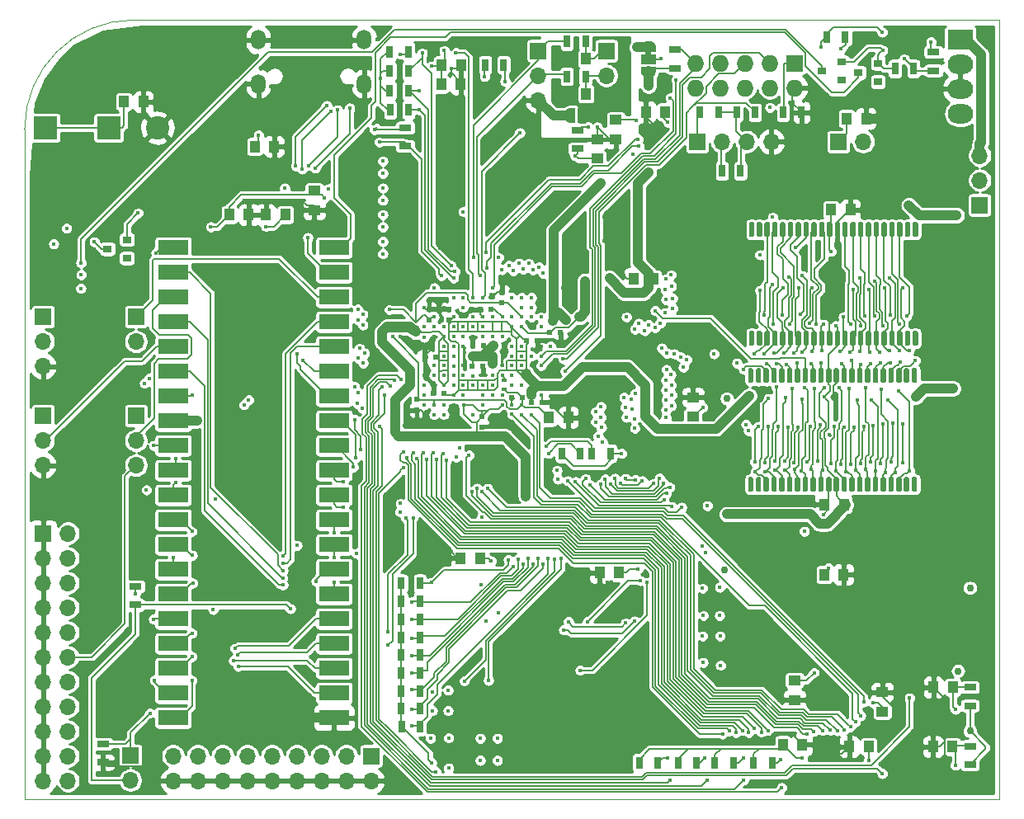
<source format=gbr>
G04 #@! TF.GenerationSoftware,KiCad,Pcbnew,(5.1.6)-1*
G04 #@! TF.CreationDate,2021-06-05T12:15:53+01:00*
G04 #@! TF.ProjectId,blit-cpu-mk3,626c6974-2d63-4707-952d-6d6b332e6b69,3.00*
G04 #@! TF.SameCoordinates,Original*
G04 #@! TF.FileFunction,Copper,L4,Bot*
G04 #@! TF.FilePolarity,Positive*
%FSLAX46Y46*%
G04 Gerber Fmt 4.6, Leading zero omitted, Abs format (unit mm)*
G04 Created by KiCad (PCBNEW (5.1.6)-1) date 2021-06-05 12:15:53*
%MOMM*%
%LPD*%
G01*
G04 APERTURE LIST*
G04 #@! TA.AperFunction,Profile*
%ADD10C,0.050000*%
G04 #@! TD*
G04 #@! TA.AperFunction,EtchedComponent*
%ADD11C,0.100000*%
G04 #@! TD*
G04 #@! TA.AperFunction,SMDPad,CuDef*
%ADD12R,0.700000X1.300000*%
G04 #@! TD*
G04 #@! TA.AperFunction,SMDPad,CuDef*
%ADD13R,1.300000X0.700000*%
G04 #@! TD*
G04 #@! TA.AperFunction,ComponentPad*
%ADD14R,1.700000X1.700000*%
G04 #@! TD*
G04 #@! TA.AperFunction,ComponentPad*
%ADD15O,1.700000X1.700000*%
G04 #@! TD*
G04 #@! TA.AperFunction,SMDPad,CuDef*
%ADD16C,0.100000*%
G04 #@! TD*
G04 #@! TA.AperFunction,SMDPad,CuDef*
%ADD17R,0.600000X0.400000*%
G04 #@! TD*
G04 #@! TA.AperFunction,SMDPad,CuDef*
%ADD18R,1.000000X1.250000*%
G04 #@! TD*
G04 #@! TA.AperFunction,SMDPad,CuDef*
%ADD19R,3.100000X1.600000*%
G04 #@! TD*
G04 #@! TA.AperFunction,SMDPad,CuDef*
%ADD20R,1.250000X1.000000*%
G04 #@! TD*
G04 #@! TA.AperFunction,ComponentPad*
%ADD21O,1.500000X2.000000*%
G04 #@! TD*
G04 #@! TA.AperFunction,SMDPad,CuDef*
%ADD22R,0.900000X0.800000*%
G04 #@! TD*
G04 #@! TA.AperFunction,SMDPad,CuDef*
%ADD23R,0.600000X0.500000*%
G04 #@! TD*
G04 #@! TA.AperFunction,SMDPad,CuDef*
%ADD24R,1.500000X1.000000*%
G04 #@! TD*
G04 #@! TA.AperFunction,SMDPad,CuDef*
%ADD25R,0.500000X0.600000*%
G04 #@! TD*
G04 #@! TA.AperFunction,ComponentPad*
%ADD26R,2.400000X2.400000*%
G04 #@! TD*
G04 #@! TA.AperFunction,ComponentPad*
%ADD27C,2.400000*%
G04 #@! TD*
G04 #@! TA.AperFunction,ComponentPad*
%ADD28R,1.727200X1.727200*%
G04 #@! TD*
G04 #@! TA.AperFunction,ComponentPad*
%ADD29O,1.727200X1.727200*%
G04 #@! TD*
G04 #@! TA.AperFunction,ComponentPad*
%ADD30O,2.600000X2.000000*%
G04 #@! TD*
G04 #@! TA.AperFunction,ComponentPad*
%ADD31R,2.600000X2.000000*%
G04 #@! TD*
G04 #@! TA.AperFunction,ViaPad*
%ADD32C,0.450000*%
G04 #@! TD*
G04 #@! TA.AperFunction,ViaPad*
%ADD33C,0.762000*%
G04 #@! TD*
G04 #@! TA.AperFunction,Conductor*
%ADD34C,0.200000*%
G04 #@! TD*
G04 #@! TA.AperFunction,Conductor*
%ADD35C,1.000000*%
G04 #@! TD*
G04 #@! TA.AperFunction,Conductor*
%ADD36C,0.150000*%
G04 #@! TD*
G04 #@! TA.AperFunction,Conductor*
%ADD37C,0.254000*%
G04 #@! TD*
G04 APERTURE END LIST*
D10*
X122000000Y-102000000D02*
X87000000Y-102000000D01*
X122000000Y-22000000D02*
X122000000Y-102000000D01*
X33200000Y-22000000D02*
X122000000Y-22000000D01*
X22000000Y-102000000D02*
X22000000Y-33200000D01*
X22000000Y-33200000D02*
G75*
G02*
X33200000Y-22000000I11200000J0D01*
G01*
X22000000Y-102000000D02*
X87000000Y-102000000D01*
D11*
G36*
X85700000Y-25120000D02*
G01*
X85700000Y-25620000D01*
X86300000Y-25620000D01*
X86300000Y-25120000D01*
X85700000Y-25120000D01*
G37*
D12*
X77100000Y-66500000D03*
X79000000Y-66500000D03*
D13*
X30050000Y-98200000D03*
X30050000Y-96300000D03*
X33350000Y-80150000D03*
X33350000Y-82050000D03*
D12*
X82100000Y-66500000D03*
X80200000Y-66500000D03*
D14*
X32850000Y-97500000D03*
D15*
X32850000Y-100040000D03*
D14*
X91000000Y-34500000D03*
D15*
X93540000Y-34500000D03*
X96080000Y-34500000D03*
X98620000Y-34500000D03*
G04 #@! TA.AperFunction,SMDPad,CuDef*
D16*
G36*
X77950000Y-32549398D02*
G01*
X77925466Y-32549398D01*
X77876635Y-32544588D01*
X77828510Y-32535016D01*
X77781555Y-32520772D01*
X77736222Y-32501995D01*
X77692949Y-32478864D01*
X77652150Y-32451604D01*
X77614221Y-32420476D01*
X77579524Y-32385779D01*
X77548396Y-32347850D01*
X77521136Y-32307051D01*
X77498005Y-32263778D01*
X77479228Y-32218445D01*
X77464984Y-32171490D01*
X77455412Y-32123365D01*
X77450602Y-32074534D01*
X77450602Y-32050000D01*
X77450000Y-32050000D01*
X77450000Y-31550000D01*
X77450602Y-31550000D01*
X77450602Y-31525466D01*
X77455412Y-31476635D01*
X77464984Y-31428510D01*
X77479228Y-31381555D01*
X77498005Y-31336222D01*
X77521136Y-31292949D01*
X77548396Y-31252150D01*
X77579524Y-31214221D01*
X77614221Y-31179524D01*
X77652150Y-31148396D01*
X77692949Y-31121136D01*
X77736222Y-31098005D01*
X77781555Y-31079228D01*
X77828510Y-31064984D01*
X77876635Y-31055412D01*
X77925466Y-31050602D01*
X77950000Y-31050602D01*
X77950000Y-31050000D01*
X78450000Y-31050000D01*
X78450000Y-32550000D01*
X77950000Y-32550000D01*
X77950000Y-32549398D01*
G37*
G04 #@! TD.AperFunction*
G04 #@! TA.AperFunction,SMDPad,CuDef*
G36*
X78750000Y-31050000D02*
G01*
X79250000Y-31050000D01*
X79250000Y-31050602D01*
X79274534Y-31050602D01*
X79323365Y-31055412D01*
X79371490Y-31064984D01*
X79418445Y-31079228D01*
X79463778Y-31098005D01*
X79507051Y-31121136D01*
X79547850Y-31148396D01*
X79585779Y-31179524D01*
X79620476Y-31214221D01*
X79651604Y-31252150D01*
X79678864Y-31292949D01*
X79701995Y-31336222D01*
X79720772Y-31381555D01*
X79735016Y-31428510D01*
X79744588Y-31476635D01*
X79749398Y-31525466D01*
X79749398Y-31550000D01*
X79750000Y-31550000D01*
X79750000Y-32050000D01*
X79749398Y-32050000D01*
X79749398Y-32074534D01*
X79744588Y-32123365D01*
X79735016Y-32171490D01*
X79720772Y-32218445D01*
X79701995Y-32263778D01*
X79678864Y-32307051D01*
X79651604Y-32347850D01*
X79620476Y-32385779D01*
X79585779Y-32420476D01*
X79547850Y-32451604D01*
X79507051Y-32478864D01*
X79463778Y-32501995D01*
X79418445Y-32520772D01*
X79371490Y-32535016D01*
X79323365Y-32544588D01*
X79274534Y-32549398D01*
X79250000Y-32549398D01*
X79250000Y-32550000D01*
X78750000Y-32550000D01*
X78750000Y-31050000D01*
G37*
G04 #@! TD.AperFunction*
D17*
X71200000Y-59900000D03*
X71200000Y-59000000D03*
D18*
X83000000Y-78750000D03*
X81000000Y-78750000D03*
D13*
X119000000Y-98450000D03*
X119000000Y-96550000D03*
X119000000Y-92400000D03*
X119000000Y-90500000D03*
D12*
X95450000Y-37500000D03*
X93550000Y-37500000D03*
X93200000Y-31500000D03*
X91300000Y-31500000D03*
X59475000Y-25250000D03*
X61375000Y-25250000D03*
X71150000Y-26600000D03*
X69250000Y-26600000D03*
X59475000Y-27250000D03*
X61375000Y-27250000D03*
X59475000Y-29250000D03*
X61375000Y-29250000D03*
X61400000Y-31250000D03*
X59500000Y-31250000D03*
D13*
X61050000Y-33050000D03*
X61050000Y-34950000D03*
D12*
X79550000Y-27800000D03*
X77650000Y-27800000D03*
X79549500Y-24200000D03*
X77649500Y-24200000D03*
D13*
X78750000Y-35200000D03*
X78750000Y-33300000D03*
D12*
X106200000Y-23750000D03*
X104300000Y-23750000D03*
D13*
X115250000Y-27200000D03*
X115250000Y-25300000D03*
D12*
X113200000Y-27000000D03*
X111300000Y-27000000D03*
D13*
X88750000Y-26950000D03*
X88750000Y-25050000D03*
D12*
X95050000Y-31500000D03*
X96950000Y-31500000D03*
X101700000Y-31500000D03*
X99800000Y-31500000D03*
X96800000Y-98250000D03*
X98700000Y-98250000D03*
X92800000Y-98250000D03*
X94700000Y-98250000D03*
X89050000Y-98250000D03*
X90950000Y-98250000D03*
X85050000Y-98250000D03*
X86950000Y-98250000D03*
X60648600Y-79825800D03*
X62548600Y-79825800D03*
X60648600Y-81680000D03*
X62548600Y-81680000D03*
X60648600Y-83534200D03*
X62548600Y-83534200D03*
X60648600Y-85388400D03*
X62548600Y-85388400D03*
X60648600Y-87217200D03*
X62548600Y-87217200D03*
X60648600Y-89046000D03*
X62548600Y-89046000D03*
X60648600Y-90874800D03*
X62548600Y-90874800D03*
X60648600Y-92703600D03*
X62548600Y-92703600D03*
X60674000Y-94532400D03*
X62574000Y-94532400D03*
D19*
X53748000Y-45366000D03*
X37238000Y-93626000D03*
X53748000Y-47906000D03*
X37238000Y-91086000D03*
X53748000Y-50446000D03*
X37238000Y-88546000D03*
X53748000Y-52986000D03*
X37238000Y-86006000D03*
X53748000Y-55526000D03*
X37238000Y-83466000D03*
X53748000Y-58066000D03*
X37238000Y-80926000D03*
X53748000Y-60606000D03*
X37238000Y-78386000D03*
X53748000Y-63146000D03*
X37238000Y-75846000D03*
X53748000Y-65686000D03*
X37238000Y-73306000D03*
X53748000Y-68226000D03*
X37238000Y-70766000D03*
X53748000Y-70766000D03*
X37238000Y-68226000D03*
X53748000Y-73306000D03*
X37238000Y-65686000D03*
X53748000Y-75846000D03*
X37238000Y-63146000D03*
X53748000Y-78386000D03*
X37238000Y-60606000D03*
X53748000Y-80926000D03*
X37238000Y-58066000D03*
X53748000Y-83466000D03*
X37238000Y-55526000D03*
X53748000Y-86006000D03*
X37238000Y-52986000D03*
X53748000Y-88546000D03*
X37238000Y-50446000D03*
X53748000Y-91086000D03*
X37238000Y-47906000D03*
X53748000Y-93626000D03*
X37238000Y-45366000D03*
D20*
X101000000Y-89800000D03*
X101000000Y-91800000D03*
D18*
X108600000Y-96600000D03*
X106600000Y-96600000D03*
X117200000Y-96600000D03*
X115200000Y-96600000D03*
X117250000Y-90500000D03*
X115250000Y-90500000D03*
X68750000Y-77250000D03*
X66750000Y-77250000D03*
X86500000Y-48570000D03*
X84500000Y-48570000D03*
X99800000Y-96400000D03*
X101800000Y-96400000D03*
D20*
X110000000Y-93000000D03*
X110000000Y-91000000D03*
X82670000Y-32250000D03*
X82670000Y-34250000D03*
D18*
X87730000Y-31440000D03*
X85730000Y-31440000D03*
X64800000Y-26600000D03*
X66800000Y-26600000D03*
X79600000Y-29600000D03*
X77600000Y-29600000D03*
X79600000Y-26000000D03*
X77600000Y-26000000D03*
X45600000Y-34990000D03*
X47600000Y-34990000D03*
D20*
X51720000Y-39520000D03*
X51720000Y-41520000D03*
D18*
X43000000Y-42000000D03*
X45000000Y-42000000D03*
X48750000Y-42000000D03*
X46750000Y-42000000D03*
D20*
X80750000Y-36250000D03*
X80750000Y-34250000D03*
D18*
X104750000Y-41500000D03*
X106750000Y-41500000D03*
X106070000Y-71750000D03*
X104070000Y-71750000D03*
X104030000Y-78930000D03*
X106030000Y-78930000D03*
D20*
X90580000Y-62720000D03*
X90580000Y-60720000D03*
D18*
X75800000Y-62800000D03*
X77800000Y-62800000D03*
D21*
X56825000Y-24050000D03*
X45975000Y-24050000D03*
X45975000Y-28550000D03*
X56825000Y-28550000D03*
D22*
X32500000Y-44550000D03*
X32500000Y-46450000D03*
X30500000Y-45500000D03*
D14*
X120000000Y-41000000D03*
D15*
X120000000Y-38460000D03*
X120000000Y-35920000D03*
D23*
X67920000Y-57550000D03*
X69020000Y-57550000D03*
X69060000Y-55460000D03*
X67960000Y-55460000D03*
G04 #@! TA.AperFunction,SMDPad,CuDef*
D16*
G36*
X85250000Y-25270000D02*
G01*
X85250000Y-24720000D01*
X85250602Y-24720000D01*
X85250602Y-24695466D01*
X85255412Y-24646635D01*
X85264984Y-24598510D01*
X85279228Y-24551555D01*
X85298005Y-24506222D01*
X85321136Y-24462949D01*
X85348396Y-24422150D01*
X85379524Y-24384221D01*
X85414221Y-24349524D01*
X85452150Y-24318396D01*
X85492949Y-24291136D01*
X85536222Y-24268005D01*
X85581555Y-24249228D01*
X85628510Y-24234984D01*
X85676635Y-24225412D01*
X85725466Y-24220602D01*
X85750000Y-24220602D01*
X85750000Y-24220000D01*
X86250000Y-24220000D01*
X86250000Y-24220602D01*
X86274534Y-24220602D01*
X86323365Y-24225412D01*
X86371490Y-24234984D01*
X86418445Y-24249228D01*
X86463778Y-24268005D01*
X86507051Y-24291136D01*
X86547850Y-24318396D01*
X86585779Y-24349524D01*
X86620476Y-24384221D01*
X86651604Y-24422150D01*
X86678864Y-24462949D01*
X86701995Y-24506222D01*
X86720772Y-24551555D01*
X86735016Y-24598510D01*
X86744588Y-24646635D01*
X86749398Y-24695466D01*
X86749398Y-24720000D01*
X86750000Y-24720000D01*
X86750000Y-25270000D01*
X85250000Y-25270000D01*
G37*
G04 #@! TD.AperFunction*
D24*
X86000000Y-26020000D03*
G04 #@! TA.AperFunction,SMDPad,CuDef*
D16*
G36*
X86749398Y-27320000D02*
G01*
X86749398Y-27344534D01*
X86744588Y-27393365D01*
X86735016Y-27441490D01*
X86720772Y-27488445D01*
X86701995Y-27533778D01*
X86678864Y-27577051D01*
X86651604Y-27617850D01*
X86620476Y-27655779D01*
X86585779Y-27690476D01*
X86547850Y-27721604D01*
X86507051Y-27748864D01*
X86463778Y-27771995D01*
X86418445Y-27790772D01*
X86371490Y-27805016D01*
X86323365Y-27814588D01*
X86274534Y-27819398D01*
X86250000Y-27819398D01*
X86250000Y-27820000D01*
X85750000Y-27820000D01*
X85750000Y-27819398D01*
X85725466Y-27819398D01*
X85676635Y-27814588D01*
X85628510Y-27805016D01*
X85581555Y-27790772D01*
X85536222Y-27771995D01*
X85492949Y-27748864D01*
X85452150Y-27721604D01*
X85414221Y-27690476D01*
X85379524Y-27655779D01*
X85348396Y-27617850D01*
X85321136Y-27577051D01*
X85298005Y-27533778D01*
X85279228Y-27488445D01*
X85264984Y-27441490D01*
X85255412Y-27393365D01*
X85250602Y-27344534D01*
X85250602Y-27320000D01*
X85250000Y-27320000D01*
X85250000Y-26770000D01*
X86750000Y-26770000D01*
X86750000Y-27320000D01*
X86749398Y-27320000D01*
G37*
G04 #@! TD.AperFunction*
G04 #@! TA.AperFunction,SMDPad,CuDef*
G36*
G01*
X96452500Y-42750000D02*
X96727500Y-42750000D01*
G75*
G02*
X96865000Y-42887500I0J-137500D01*
G01*
X96865000Y-44137500D01*
G75*
G02*
X96727500Y-44275000I-137500J0D01*
G01*
X96452500Y-44275000D01*
G75*
G02*
X96315000Y-44137500I0J137500D01*
G01*
X96315000Y-42887500D01*
G75*
G02*
X96452500Y-42750000I137500J0D01*
G01*
G37*
G04 #@! TD.AperFunction*
G04 #@! TA.AperFunction,SMDPad,CuDef*
G36*
G01*
X97252500Y-42750000D02*
X97527500Y-42750000D01*
G75*
G02*
X97665000Y-42887500I0J-137500D01*
G01*
X97665000Y-44137500D01*
G75*
G02*
X97527500Y-44275000I-137500J0D01*
G01*
X97252500Y-44275000D01*
G75*
G02*
X97115000Y-44137500I0J137500D01*
G01*
X97115000Y-42887500D01*
G75*
G02*
X97252500Y-42750000I137500J0D01*
G01*
G37*
G04 #@! TD.AperFunction*
G04 #@! TA.AperFunction,SMDPad,CuDef*
G36*
G01*
X98052500Y-42750000D02*
X98327500Y-42750000D01*
G75*
G02*
X98465000Y-42887500I0J-137500D01*
G01*
X98465000Y-44137500D01*
G75*
G02*
X98327500Y-44275000I-137500J0D01*
G01*
X98052500Y-44275000D01*
G75*
G02*
X97915000Y-44137500I0J137500D01*
G01*
X97915000Y-42887500D01*
G75*
G02*
X98052500Y-42750000I137500J0D01*
G01*
G37*
G04 #@! TD.AperFunction*
G04 #@! TA.AperFunction,SMDPad,CuDef*
G36*
G01*
X98852500Y-42750000D02*
X99127500Y-42750000D01*
G75*
G02*
X99265000Y-42887500I0J-137500D01*
G01*
X99265000Y-44137500D01*
G75*
G02*
X99127500Y-44275000I-137500J0D01*
G01*
X98852500Y-44275000D01*
G75*
G02*
X98715000Y-44137500I0J137500D01*
G01*
X98715000Y-42887500D01*
G75*
G02*
X98852500Y-42750000I137500J0D01*
G01*
G37*
G04 #@! TD.AperFunction*
G04 #@! TA.AperFunction,SMDPad,CuDef*
G36*
G01*
X99652500Y-42750000D02*
X99927500Y-42750000D01*
G75*
G02*
X100065000Y-42887500I0J-137500D01*
G01*
X100065000Y-44137500D01*
G75*
G02*
X99927500Y-44275000I-137500J0D01*
G01*
X99652500Y-44275000D01*
G75*
G02*
X99515000Y-44137500I0J137500D01*
G01*
X99515000Y-42887500D01*
G75*
G02*
X99652500Y-42750000I137500J0D01*
G01*
G37*
G04 #@! TD.AperFunction*
G04 #@! TA.AperFunction,SMDPad,CuDef*
G36*
G01*
X100452500Y-42750000D02*
X100727500Y-42750000D01*
G75*
G02*
X100865000Y-42887500I0J-137500D01*
G01*
X100865000Y-44137500D01*
G75*
G02*
X100727500Y-44275000I-137500J0D01*
G01*
X100452500Y-44275000D01*
G75*
G02*
X100315000Y-44137500I0J137500D01*
G01*
X100315000Y-42887500D01*
G75*
G02*
X100452500Y-42750000I137500J0D01*
G01*
G37*
G04 #@! TD.AperFunction*
G04 #@! TA.AperFunction,SMDPad,CuDef*
G36*
G01*
X101252500Y-42750000D02*
X101527500Y-42750000D01*
G75*
G02*
X101665000Y-42887500I0J-137500D01*
G01*
X101665000Y-44137500D01*
G75*
G02*
X101527500Y-44275000I-137500J0D01*
G01*
X101252500Y-44275000D01*
G75*
G02*
X101115000Y-44137500I0J137500D01*
G01*
X101115000Y-42887500D01*
G75*
G02*
X101252500Y-42750000I137500J0D01*
G01*
G37*
G04 #@! TD.AperFunction*
G04 #@! TA.AperFunction,SMDPad,CuDef*
G36*
G01*
X102052500Y-42750000D02*
X102327500Y-42750000D01*
G75*
G02*
X102465000Y-42887500I0J-137500D01*
G01*
X102465000Y-44137500D01*
G75*
G02*
X102327500Y-44275000I-137500J0D01*
G01*
X102052500Y-44275000D01*
G75*
G02*
X101915000Y-44137500I0J137500D01*
G01*
X101915000Y-42887500D01*
G75*
G02*
X102052500Y-42750000I137500J0D01*
G01*
G37*
G04 #@! TD.AperFunction*
G04 #@! TA.AperFunction,SMDPad,CuDef*
G36*
G01*
X102852500Y-42750000D02*
X103127500Y-42750000D01*
G75*
G02*
X103265000Y-42887500I0J-137500D01*
G01*
X103265000Y-44137500D01*
G75*
G02*
X103127500Y-44275000I-137500J0D01*
G01*
X102852500Y-44275000D01*
G75*
G02*
X102715000Y-44137500I0J137500D01*
G01*
X102715000Y-42887500D01*
G75*
G02*
X102852500Y-42750000I137500J0D01*
G01*
G37*
G04 #@! TD.AperFunction*
G04 #@! TA.AperFunction,SMDPad,CuDef*
G36*
G01*
X103652500Y-42750000D02*
X103927500Y-42750000D01*
G75*
G02*
X104065000Y-42887500I0J-137500D01*
G01*
X104065000Y-44137500D01*
G75*
G02*
X103927500Y-44275000I-137500J0D01*
G01*
X103652500Y-44275000D01*
G75*
G02*
X103515000Y-44137500I0J137500D01*
G01*
X103515000Y-42887500D01*
G75*
G02*
X103652500Y-42750000I137500J0D01*
G01*
G37*
G04 #@! TD.AperFunction*
G04 #@! TA.AperFunction,SMDPad,CuDef*
G36*
G01*
X104452500Y-42750000D02*
X104727500Y-42750000D01*
G75*
G02*
X104865000Y-42887500I0J-137500D01*
G01*
X104865000Y-44137500D01*
G75*
G02*
X104727500Y-44275000I-137500J0D01*
G01*
X104452500Y-44275000D01*
G75*
G02*
X104315000Y-44137500I0J137500D01*
G01*
X104315000Y-42887500D01*
G75*
G02*
X104452500Y-42750000I137500J0D01*
G01*
G37*
G04 #@! TD.AperFunction*
G04 #@! TA.AperFunction,SMDPad,CuDef*
G36*
G01*
X105252500Y-42750000D02*
X105527500Y-42750000D01*
G75*
G02*
X105665000Y-42887500I0J-137500D01*
G01*
X105665000Y-44137500D01*
G75*
G02*
X105527500Y-44275000I-137500J0D01*
G01*
X105252500Y-44275000D01*
G75*
G02*
X105115000Y-44137500I0J137500D01*
G01*
X105115000Y-42887500D01*
G75*
G02*
X105252500Y-42750000I137500J0D01*
G01*
G37*
G04 #@! TD.AperFunction*
G04 #@! TA.AperFunction,SMDPad,CuDef*
G36*
G01*
X106052500Y-42750000D02*
X106327500Y-42750000D01*
G75*
G02*
X106465000Y-42887500I0J-137500D01*
G01*
X106465000Y-44137500D01*
G75*
G02*
X106327500Y-44275000I-137500J0D01*
G01*
X106052500Y-44275000D01*
G75*
G02*
X105915000Y-44137500I0J137500D01*
G01*
X105915000Y-42887500D01*
G75*
G02*
X106052500Y-42750000I137500J0D01*
G01*
G37*
G04 #@! TD.AperFunction*
G04 #@! TA.AperFunction,SMDPad,CuDef*
G36*
G01*
X106852500Y-42750000D02*
X107127500Y-42750000D01*
G75*
G02*
X107265000Y-42887500I0J-137500D01*
G01*
X107265000Y-44137500D01*
G75*
G02*
X107127500Y-44275000I-137500J0D01*
G01*
X106852500Y-44275000D01*
G75*
G02*
X106715000Y-44137500I0J137500D01*
G01*
X106715000Y-42887500D01*
G75*
G02*
X106852500Y-42750000I137500J0D01*
G01*
G37*
G04 #@! TD.AperFunction*
G04 #@! TA.AperFunction,SMDPad,CuDef*
G36*
G01*
X107652500Y-42750000D02*
X107927500Y-42750000D01*
G75*
G02*
X108065000Y-42887500I0J-137500D01*
G01*
X108065000Y-44137500D01*
G75*
G02*
X107927500Y-44275000I-137500J0D01*
G01*
X107652500Y-44275000D01*
G75*
G02*
X107515000Y-44137500I0J137500D01*
G01*
X107515000Y-42887500D01*
G75*
G02*
X107652500Y-42750000I137500J0D01*
G01*
G37*
G04 #@! TD.AperFunction*
G04 #@! TA.AperFunction,SMDPad,CuDef*
G36*
G01*
X108452500Y-42750000D02*
X108727500Y-42750000D01*
G75*
G02*
X108865000Y-42887500I0J-137500D01*
G01*
X108865000Y-44137500D01*
G75*
G02*
X108727500Y-44275000I-137500J0D01*
G01*
X108452500Y-44275000D01*
G75*
G02*
X108315000Y-44137500I0J137500D01*
G01*
X108315000Y-42887500D01*
G75*
G02*
X108452500Y-42750000I137500J0D01*
G01*
G37*
G04 #@! TD.AperFunction*
G04 #@! TA.AperFunction,SMDPad,CuDef*
G36*
G01*
X109252500Y-42750000D02*
X109527500Y-42750000D01*
G75*
G02*
X109665000Y-42887500I0J-137500D01*
G01*
X109665000Y-44137500D01*
G75*
G02*
X109527500Y-44275000I-137500J0D01*
G01*
X109252500Y-44275000D01*
G75*
G02*
X109115000Y-44137500I0J137500D01*
G01*
X109115000Y-42887500D01*
G75*
G02*
X109252500Y-42750000I137500J0D01*
G01*
G37*
G04 #@! TD.AperFunction*
G04 #@! TA.AperFunction,SMDPad,CuDef*
G36*
G01*
X110052500Y-42750000D02*
X110327500Y-42750000D01*
G75*
G02*
X110465000Y-42887500I0J-137500D01*
G01*
X110465000Y-44137500D01*
G75*
G02*
X110327500Y-44275000I-137500J0D01*
G01*
X110052500Y-44275000D01*
G75*
G02*
X109915000Y-44137500I0J137500D01*
G01*
X109915000Y-42887500D01*
G75*
G02*
X110052500Y-42750000I137500J0D01*
G01*
G37*
G04 #@! TD.AperFunction*
G04 #@! TA.AperFunction,SMDPad,CuDef*
G36*
G01*
X110852500Y-42750000D02*
X111127500Y-42750000D01*
G75*
G02*
X111265000Y-42887500I0J-137500D01*
G01*
X111265000Y-44137500D01*
G75*
G02*
X111127500Y-44275000I-137500J0D01*
G01*
X110852500Y-44275000D01*
G75*
G02*
X110715000Y-44137500I0J137500D01*
G01*
X110715000Y-42887500D01*
G75*
G02*
X110852500Y-42750000I137500J0D01*
G01*
G37*
G04 #@! TD.AperFunction*
G04 #@! TA.AperFunction,SMDPad,CuDef*
G36*
G01*
X111652500Y-42750000D02*
X111927500Y-42750000D01*
G75*
G02*
X112065000Y-42887500I0J-137500D01*
G01*
X112065000Y-44137500D01*
G75*
G02*
X111927500Y-44275000I-137500J0D01*
G01*
X111652500Y-44275000D01*
G75*
G02*
X111515000Y-44137500I0J137500D01*
G01*
X111515000Y-42887500D01*
G75*
G02*
X111652500Y-42750000I137500J0D01*
G01*
G37*
G04 #@! TD.AperFunction*
G04 #@! TA.AperFunction,SMDPad,CuDef*
G36*
G01*
X112452500Y-42750000D02*
X112727500Y-42750000D01*
G75*
G02*
X112865000Y-42887500I0J-137500D01*
G01*
X112865000Y-44137500D01*
G75*
G02*
X112727500Y-44275000I-137500J0D01*
G01*
X112452500Y-44275000D01*
G75*
G02*
X112315000Y-44137500I0J137500D01*
G01*
X112315000Y-42887500D01*
G75*
G02*
X112452500Y-42750000I137500J0D01*
G01*
G37*
G04 #@! TD.AperFunction*
G04 #@! TA.AperFunction,SMDPad,CuDef*
G36*
G01*
X113252500Y-42750000D02*
X113527500Y-42750000D01*
G75*
G02*
X113665000Y-42887500I0J-137500D01*
G01*
X113665000Y-44137500D01*
G75*
G02*
X113527500Y-44275000I-137500J0D01*
G01*
X113252500Y-44275000D01*
G75*
G02*
X113115000Y-44137500I0J137500D01*
G01*
X113115000Y-42887500D01*
G75*
G02*
X113252500Y-42750000I137500J0D01*
G01*
G37*
G04 #@! TD.AperFunction*
G04 #@! TA.AperFunction,SMDPad,CuDef*
G36*
G01*
X113252500Y-53925000D02*
X113527500Y-53925000D01*
G75*
G02*
X113665000Y-54062500I0J-137500D01*
G01*
X113665000Y-55312500D01*
G75*
G02*
X113527500Y-55450000I-137500J0D01*
G01*
X113252500Y-55450000D01*
G75*
G02*
X113115000Y-55312500I0J137500D01*
G01*
X113115000Y-54062500D01*
G75*
G02*
X113252500Y-53925000I137500J0D01*
G01*
G37*
G04 #@! TD.AperFunction*
G04 #@! TA.AperFunction,SMDPad,CuDef*
G36*
G01*
X112452500Y-53925000D02*
X112727500Y-53925000D01*
G75*
G02*
X112865000Y-54062500I0J-137500D01*
G01*
X112865000Y-55312500D01*
G75*
G02*
X112727500Y-55450000I-137500J0D01*
G01*
X112452500Y-55450000D01*
G75*
G02*
X112315000Y-55312500I0J137500D01*
G01*
X112315000Y-54062500D01*
G75*
G02*
X112452500Y-53925000I137500J0D01*
G01*
G37*
G04 #@! TD.AperFunction*
G04 #@! TA.AperFunction,SMDPad,CuDef*
G36*
G01*
X111652500Y-53925000D02*
X111927500Y-53925000D01*
G75*
G02*
X112065000Y-54062500I0J-137500D01*
G01*
X112065000Y-55312500D01*
G75*
G02*
X111927500Y-55450000I-137500J0D01*
G01*
X111652500Y-55450000D01*
G75*
G02*
X111515000Y-55312500I0J137500D01*
G01*
X111515000Y-54062500D01*
G75*
G02*
X111652500Y-53925000I137500J0D01*
G01*
G37*
G04 #@! TD.AperFunction*
G04 #@! TA.AperFunction,SMDPad,CuDef*
G36*
G01*
X110852500Y-53925000D02*
X111127500Y-53925000D01*
G75*
G02*
X111265000Y-54062500I0J-137500D01*
G01*
X111265000Y-55312500D01*
G75*
G02*
X111127500Y-55450000I-137500J0D01*
G01*
X110852500Y-55450000D01*
G75*
G02*
X110715000Y-55312500I0J137500D01*
G01*
X110715000Y-54062500D01*
G75*
G02*
X110852500Y-53925000I137500J0D01*
G01*
G37*
G04 #@! TD.AperFunction*
G04 #@! TA.AperFunction,SMDPad,CuDef*
G36*
G01*
X110052500Y-53925000D02*
X110327500Y-53925000D01*
G75*
G02*
X110465000Y-54062500I0J-137500D01*
G01*
X110465000Y-55312500D01*
G75*
G02*
X110327500Y-55450000I-137500J0D01*
G01*
X110052500Y-55450000D01*
G75*
G02*
X109915000Y-55312500I0J137500D01*
G01*
X109915000Y-54062500D01*
G75*
G02*
X110052500Y-53925000I137500J0D01*
G01*
G37*
G04 #@! TD.AperFunction*
G04 #@! TA.AperFunction,SMDPad,CuDef*
G36*
G01*
X109252500Y-53925000D02*
X109527500Y-53925000D01*
G75*
G02*
X109665000Y-54062500I0J-137500D01*
G01*
X109665000Y-55312500D01*
G75*
G02*
X109527500Y-55450000I-137500J0D01*
G01*
X109252500Y-55450000D01*
G75*
G02*
X109115000Y-55312500I0J137500D01*
G01*
X109115000Y-54062500D01*
G75*
G02*
X109252500Y-53925000I137500J0D01*
G01*
G37*
G04 #@! TD.AperFunction*
G04 #@! TA.AperFunction,SMDPad,CuDef*
G36*
G01*
X108452500Y-53925000D02*
X108727500Y-53925000D01*
G75*
G02*
X108865000Y-54062500I0J-137500D01*
G01*
X108865000Y-55312500D01*
G75*
G02*
X108727500Y-55450000I-137500J0D01*
G01*
X108452500Y-55450000D01*
G75*
G02*
X108315000Y-55312500I0J137500D01*
G01*
X108315000Y-54062500D01*
G75*
G02*
X108452500Y-53925000I137500J0D01*
G01*
G37*
G04 #@! TD.AperFunction*
G04 #@! TA.AperFunction,SMDPad,CuDef*
G36*
G01*
X107652500Y-53925000D02*
X107927500Y-53925000D01*
G75*
G02*
X108065000Y-54062500I0J-137500D01*
G01*
X108065000Y-55312500D01*
G75*
G02*
X107927500Y-55450000I-137500J0D01*
G01*
X107652500Y-55450000D01*
G75*
G02*
X107515000Y-55312500I0J137500D01*
G01*
X107515000Y-54062500D01*
G75*
G02*
X107652500Y-53925000I137500J0D01*
G01*
G37*
G04 #@! TD.AperFunction*
G04 #@! TA.AperFunction,SMDPad,CuDef*
G36*
G01*
X106852500Y-53925000D02*
X107127500Y-53925000D01*
G75*
G02*
X107265000Y-54062500I0J-137500D01*
G01*
X107265000Y-55312500D01*
G75*
G02*
X107127500Y-55450000I-137500J0D01*
G01*
X106852500Y-55450000D01*
G75*
G02*
X106715000Y-55312500I0J137500D01*
G01*
X106715000Y-54062500D01*
G75*
G02*
X106852500Y-53925000I137500J0D01*
G01*
G37*
G04 #@! TD.AperFunction*
G04 #@! TA.AperFunction,SMDPad,CuDef*
G36*
G01*
X106052500Y-53925000D02*
X106327500Y-53925000D01*
G75*
G02*
X106465000Y-54062500I0J-137500D01*
G01*
X106465000Y-55312500D01*
G75*
G02*
X106327500Y-55450000I-137500J0D01*
G01*
X106052500Y-55450000D01*
G75*
G02*
X105915000Y-55312500I0J137500D01*
G01*
X105915000Y-54062500D01*
G75*
G02*
X106052500Y-53925000I137500J0D01*
G01*
G37*
G04 #@! TD.AperFunction*
G04 #@! TA.AperFunction,SMDPad,CuDef*
G36*
G01*
X105252500Y-53925000D02*
X105527500Y-53925000D01*
G75*
G02*
X105665000Y-54062500I0J-137500D01*
G01*
X105665000Y-55312500D01*
G75*
G02*
X105527500Y-55450000I-137500J0D01*
G01*
X105252500Y-55450000D01*
G75*
G02*
X105115000Y-55312500I0J137500D01*
G01*
X105115000Y-54062500D01*
G75*
G02*
X105252500Y-53925000I137500J0D01*
G01*
G37*
G04 #@! TD.AperFunction*
G04 #@! TA.AperFunction,SMDPad,CuDef*
G36*
G01*
X104452500Y-53925000D02*
X104727500Y-53925000D01*
G75*
G02*
X104865000Y-54062500I0J-137500D01*
G01*
X104865000Y-55312500D01*
G75*
G02*
X104727500Y-55450000I-137500J0D01*
G01*
X104452500Y-55450000D01*
G75*
G02*
X104315000Y-55312500I0J137500D01*
G01*
X104315000Y-54062500D01*
G75*
G02*
X104452500Y-53925000I137500J0D01*
G01*
G37*
G04 #@! TD.AperFunction*
G04 #@! TA.AperFunction,SMDPad,CuDef*
G36*
G01*
X103652500Y-53925000D02*
X103927500Y-53925000D01*
G75*
G02*
X104065000Y-54062500I0J-137500D01*
G01*
X104065000Y-55312500D01*
G75*
G02*
X103927500Y-55450000I-137500J0D01*
G01*
X103652500Y-55450000D01*
G75*
G02*
X103515000Y-55312500I0J137500D01*
G01*
X103515000Y-54062500D01*
G75*
G02*
X103652500Y-53925000I137500J0D01*
G01*
G37*
G04 #@! TD.AperFunction*
G04 #@! TA.AperFunction,SMDPad,CuDef*
G36*
G01*
X102852500Y-53925000D02*
X103127500Y-53925000D01*
G75*
G02*
X103265000Y-54062500I0J-137500D01*
G01*
X103265000Y-55312500D01*
G75*
G02*
X103127500Y-55450000I-137500J0D01*
G01*
X102852500Y-55450000D01*
G75*
G02*
X102715000Y-55312500I0J137500D01*
G01*
X102715000Y-54062500D01*
G75*
G02*
X102852500Y-53925000I137500J0D01*
G01*
G37*
G04 #@! TD.AperFunction*
G04 #@! TA.AperFunction,SMDPad,CuDef*
G36*
G01*
X102052500Y-53925000D02*
X102327500Y-53925000D01*
G75*
G02*
X102465000Y-54062500I0J-137500D01*
G01*
X102465000Y-55312500D01*
G75*
G02*
X102327500Y-55450000I-137500J0D01*
G01*
X102052500Y-55450000D01*
G75*
G02*
X101915000Y-55312500I0J137500D01*
G01*
X101915000Y-54062500D01*
G75*
G02*
X102052500Y-53925000I137500J0D01*
G01*
G37*
G04 #@! TD.AperFunction*
G04 #@! TA.AperFunction,SMDPad,CuDef*
G36*
G01*
X101252500Y-53925000D02*
X101527500Y-53925000D01*
G75*
G02*
X101665000Y-54062500I0J-137500D01*
G01*
X101665000Y-55312500D01*
G75*
G02*
X101527500Y-55450000I-137500J0D01*
G01*
X101252500Y-55450000D01*
G75*
G02*
X101115000Y-55312500I0J137500D01*
G01*
X101115000Y-54062500D01*
G75*
G02*
X101252500Y-53925000I137500J0D01*
G01*
G37*
G04 #@! TD.AperFunction*
G04 #@! TA.AperFunction,SMDPad,CuDef*
G36*
G01*
X100452500Y-53925000D02*
X100727500Y-53925000D01*
G75*
G02*
X100865000Y-54062500I0J-137500D01*
G01*
X100865000Y-55312500D01*
G75*
G02*
X100727500Y-55450000I-137500J0D01*
G01*
X100452500Y-55450000D01*
G75*
G02*
X100315000Y-55312500I0J137500D01*
G01*
X100315000Y-54062500D01*
G75*
G02*
X100452500Y-53925000I137500J0D01*
G01*
G37*
G04 #@! TD.AperFunction*
G04 #@! TA.AperFunction,SMDPad,CuDef*
G36*
G01*
X99652500Y-53925000D02*
X99927500Y-53925000D01*
G75*
G02*
X100065000Y-54062500I0J-137500D01*
G01*
X100065000Y-55312500D01*
G75*
G02*
X99927500Y-55450000I-137500J0D01*
G01*
X99652500Y-55450000D01*
G75*
G02*
X99515000Y-55312500I0J137500D01*
G01*
X99515000Y-54062500D01*
G75*
G02*
X99652500Y-53925000I137500J0D01*
G01*
G37*
G04 #@! TD.AperFunction*
G04 #@! TA.AperFunction,SMDPad,CuDef*
G36*
G01*
X98852500Y-53925000D02*
X99127500Y-53925000D01*
G75*
G02*
X99265000Y-54062500I0J-137500D01*
G01*
X99265000Y-55312500D01*
G75*
G02*
X99127500Y-55450000I-137500J0D01*
G01*
X98852500Y-55450000D01*
G75*
G02*
X98715000Y-55312500I0J137500D01*
G01*
X98715000Y-54062500D01*
G75*
G02*
X98852500Y-53925000I137500J0D01*
G01*
G37*
G04 #@! TD.AperFunction*
G04 #@! TA.AperFunction,SMDPad,CuDef*
G36*
G01*
X98052500Y-53925000D02*
X98327500Y-53925000D01*
G75*
G02*
X98465000Y-54062500I0J-137500D01*
G01*
X98465000Y-55312500D01*
G75*
G02*
X98327500Y-55450000I-137500J0D01*
G01*
X98052500Y-55450000D01*
G75*
G02*
X97915000Y-55312500I0J137500D01*
G01*
X97915000Y-54062500D01*
G75*
G02*
X98052500Y-53925000I137500J0D01*
G01*
G37*
G04 #@! TD.AperFunction*
G04 #@! TA.AperFunction,SMDPad,CuDef*
G36*
G01*
X97252500Y-53925000D02*
X97527500Y-53925000D01*
G75*
G02*
X97665000Y-54062500I0J-137500D01*
G01*
X97665000Y-55312500D01*
G75*
G02*
X97527500Y-55450000I-137500J0D01*
G01*
X97252500Y-55450000D01*
G75*
G02*
X97115000Y-55312500I0J137500D01*
G01*
X97115000Y-54062500D01*
G75*
G02*
X97252500Y-53925000I137500J0D01*
G01*
G37*
G04 #@! TD.AperFunction*
G04 #@! TA.AperFunction,SMDPad,CuDef*
G36*
G01*
X96452500Y-53925000D02*
X96727500Y-53925000D01*
G75*
G02*
X96865000Y-54062500I0J-137500D01*
G01*
X96865000Y-55312500D01*
G75*
G02*
X96727500Y-55450000I-137500J0D01*
G01*
X96452500Y-55450000D01*
G75*
G02*
X96315000Y-55312500I0J137500D01*
G01*
X96315000Y-54062500D01*
G75*
G02*
X96452500Y-53925000I137500J0D01*
G01*
G37*
G04 #@! TD.AperFunction*
G04 #@! TA.AperFunction,SMDPad,CuDef*
G36*
G01*
X96362500Y-57750000D02*
X96637500Y-57750000D01*
G75*
G02*
X96775000Y-57887500I0J-137500D01*
G01*
X96775000Y-59137500D01*
G75*
G02*
X96637500Y-59275000I-137500J0D01*
G01*
X96362500Y-59275000D01*
G75*
G02*
X96225000Y-59137500I0J137500D01*
G01*
X96225000Y-57887500D01*
G75*
G02*
X96362500Y-57750000I137500J0D01*
G01*
G37*
G04 #@! TD.AperFunction*
G04 #@! TA.AperFunction,SMDPad,CuDef*
G36*
G01*
X97162500Y-57750000D02*
X97437500Y-57750000D01*
G75*
G02*
X97575000Y-57887500I0J-137500D01*
G01*
X97575000Y-59137500D01*
G75*
G02*
X97437500Y-59275000I-137500J0D01*
G01*
X97162500Y-59275000D01*
G75*
G02*
X97025000Y-59137500I0J137500D01*
G01*
X97025000Y-57887500D01*
G75*
G02*
X97162500Y-57750000I137500J0D01*
G01*
G37*
G04 #@! TD.AperFunction*
G04 #@! TA.AperFunction,SMDPad,CuDef*
G36*
G01*
X97962500Y-57750000D02*
X98237500Y-57750000D01*
G75*
G02*
X98375000Y-57887500I0J-137500D01*
G01*
X98375000Y-59137500D01*
G75*
G02*
X98237500Y-59275000I-137500J0D01*
G01*
X97962500Y-59275000D01*
G75*
G02*
X97825000Y-59137500I0J137500D01*
G01*
X97825000Y-57887500D01*
G75*
G02*
X97962500Y-57750000I137500J0D01*
G01*
G37*
G04 #@! TD.AperFunction*
G04 #@! TA.AperFunction,SMDPad,CuDef*
G36*
G01*
X98762500Y-57750000D02*
X99037500Y-57750000D01*
G75*
G02*
X99175000Y-57887500I0J-137500D01*
G01*
X99175000Y-59137500D01*
G75*
G02*
X99037500Y-59275000I-137500J0D01*
G01*
X98762500Y-59275000D01*
G75*
G02*
X98625000Y-59137500I0J137500D01*
G01*
X98625000Y-57887500D01*
G75*
G02*
X98762500Y-57750000I137500J0D01*
G01*
G37*
G04 #@! TD.AperFunction*
G04 #@! TA.AperFunction,SMDPad,CuDef*
G36*
G01*
X99562500Y-57750000D02*
X99837500Y-57750000D01*
G75*
G02*
X99975000Y-57887500I0J-137500D01*
G01*
X99975000Y-59137500D01*
G75*
G02*
X99837500Y-59275000I-137500J0D01*
G01*
X99562500Y-59275000D01*
G75*
G02*
X99425000Y-59137500I0J137500D01*
G01*
X99425000Y-57887500D01*
G75*
G02*
X99562500Y-57750000I137500J0D01*
G01*
G37*
G04 #@! TD.AperFunction*
G04 #@! TA.AperFunction,SMDPad,CuDef*
G36*
G01*
X100362500Y-57750000D02*
X100637500Y-57750000D01*
G75*
G02*
X100775000Y-57887500I0J-137500D01*
G01*
X100775000Y-59137500D01*
G75*
G02*
X100637500Y-59275000I-137500J0D01*
G01*
X100362500Y-59275000D01*
G75*
G02*
X100225000Y-59137500I0J137500D01*
G01*
X100225000Y-57887500D01*
G75*
G02*
X100362500Y-57750000I137500J0D01*
G01*
G37*
G04 #@! TD.AperFunction*
G04 #@! TA.AperFunction,SMDPad,CuDef*
G36*
G01*
X101162500Y-57750000D02*
X101437500Y-57750000D01*
G75*
G02*
X101575000Y-57887500I0J-137500D01*
G01*
X101575000Y-59137500D01*
G75*
G02*
X101437500Y-59275000I-137500J0D01*
G01*
X101162500Y-59275000D01*
G75*
G02*
X101025000Y-59137500I0J137500D01*
G01*
X101025000Y-57887500D01*
G75*
G02*
X101162500Y-57750000I137500J0D01*
G01*
G37*
G04 #@! TD.AperFunction*
G04 #@! TA.AperFunction,SMDPad,CuDef*
G36*
G01*
X101962500Y-57750000D02*
X102237500Y-57750000D01*
G75*
G02*
X102375000Y-57887500I0J-137500D01*
G01*
X102375000Y-59137500D01*
G75*
G02*
X102237500Y-59275000I-137500J0D01*
G01*
X101962500Y-59275000D01*
G75*
G02*
X101825000Y-59137500I0J137500D01*
G01*
X101825000Y-57887500D01*
G75*
G02*
X101962500Y-57750000I137500J0D01*
G01*
G37*
G04 #@! TD.AperFunction*
G04 #@! TA.AperFunction,SMDPad,CuDef*
G36*
G01*
X102762500Y-57750000D02*
X103037500Y-57750000D01*
G75*
G02*
X103175000Y-57887500I0J-137500D01*
G01*
X103175000Y-59137500D01*
G75*
G02*
X103037500Y-59275000I-137500J0D01*
G01*
X102762500Y-59275000D01*
G75*
G02*
X102625000Y-59137500I0J137500D01*
G01*
X102625000Y-57887500D01*
G75*
G02*
X102762500Y-57750000I137500J0D01*
G01*
G37*
G04 #@! TD.AperFunction*
G04 #@! TA.AperFunction,SMDPad,CuDef*
G36*
G01*
X103562500Y-57750000D02*
X103837500Y-57750000D01*
G75*
G02*
X103975000Y-57887500I0J-137500D01*
G01*
X103975000Y-59137500D01*
G75*
G02*
X103837500Y-59275000I-137500J0D01*
G01*
X103562500Y-59275000D01*
G75*
G02*
X103425000Y-59137500I0J137500D01*
G01*
X103425000Y-57887500D01*
G75*
G02*
X103562500Y-57750000I137500J0D01*
G01*
G37*
G04 #@! TD.AperFunction*
G04 #@! TA.AperFunction,SMDPad,CuDef*
G36*
G01*
X104362500Y-57750000D02*
X104637500Y-57750000D01*
G75*
G02*
X104775000Y-57887500I0J-137500D01*
G01*
X104775000Y-59137500D01*
G75*
G02*
X104637500Y-59275000I-137500J0D01*
G01*
X104362500Y-59275000D01*
G75*
G02*
X104225000Y-59137500I0J137500D01*
G01*
X104225000Y-57887500D01*
G75*
G02*
X104362500Y-57750000I137500J0D01*
G01*
G37*
G04 #@! TD.AperFunction*
G04 #@! TA.AperFunction,SMDPad,CuDef*
G36*
G01*
X105162500Y-57750000D02*
X105437500Y-57750000D01*
G75*
G02*
X105575000Y-57887500I0J-137500D01*
G01*
X105575000Y-59137500D01*
G75*
G02*
X105437500Y-59275000I-137500J0D01*
G01*
X105162500Y-59275000D01*
G75*
G02*
X105025000Y-59137500I0J137500D01*
G01*
X105025000Y-57887500D01*
G75*
G02*
X105162500Y-57750000I137500J0D01*
G01*
G37*
G04 #@! TD.AperFunction*
G04 #@! TA.AperFunction,SMDPad,CuDef*
G36*
G01*
X105962500Y-57750000D02*
X106237500Y-57750000D01*
G75*
G02*
X106375000Y-57887500I0J-137500D01*
G01*
X106375000Y-59137500D01*
G75*
G02*
X106237500Y-59275000I-137500J0D01*
G01*
X105962500Y-59275000D01*
G75*
G02*
X105825000Y-59137500I0J137500D01*
G01*
X105825000Y-57887500D01*
G75*
G02*
X105962500Y-57750000I137500J0D01*
G01*
G37*
G04 #@! TD.AperFunction*
G04 #@! TA.AperFunction,SMDPad,CuDef*
G36*
G01*
X106762500Y-57750000D02*
X107037500Y-57750000D01*
G75*
G02*
X107175000Y-57887500I0J-137500D01*
G01*
X107175000Y-59137500D01*
G75*
G02*
X107037500Y-59275000I-137500J0D01*
G01*
X106762500Y-59275000D01*
G75*
G02*
X106625000Y-59137500I0J137500D01*
G01*
X106625000Y-57887500D01*
G75*
G02*
X106762500Y-57750000I137500J0D01*
G01*
G37*
G04 #@! TD.AperFunction*
G04 #@! TA.AperFunction,SMDPad,CuDef*
G36*
G01*
X107562500Y-57750000D02*
X107837500Y-57750000D01*
G75*
G02*
X107975000Y-57887500I0J-137500D01*
G01*
X107975000Y-59137500D01*
G75*
G02*
X107837500Y-59275000I-137500J0D01*
G01*
X107562500Y-59275000D01*
G75*
G02*
X107425000Y-59137500I0J137500D01*
G01*
X107425000Y-57887500D01*
G75*
G02*
X107562500Y-57750000I137500J0D01*
G01*
G37*
G04 #@! TD.AperFunction*
G04 #@! TA.AperFunction,SMDPad,CuDef*
G36*
G01*
X108362500Y-57750000D02*
X108637500Y-57750000D01*
G75*
G02*
X108775000Y-57887500I0J-137500D01*
G01*
X108775000Y-59137500D01*
G75*
G02*
X108637500Y-59275000I-137500J0D01*
G01*
X108362500Y-59275000D01*
G75*
G02*
X108225000Y-59137500I0J137500D01*
G01*
X108225000Y-57887500D01*
G75*
G02*
X108362500Y-57750000I137500J0D01*
G01*
G37*
G04 #@! TD.AperFunction*
G04 #@! TA.AperFunction,SMDPad,CuDef*
G36*
G01*
X109162500Y-57750000D02*
X109437500Y-57750000D01*
G75*
G02*
X109575000Y-57887500I0J-137500D01*
G01*
X109575000Y-59137500D01*
G75*
G02*
X109437500Y-59275000I-137500J0D01*
G01*
X109162500Y-59275000D01*
G75*
G02*
X109025000Y-59137500I0J137500D01*
G01*
X109025000Y-57887500D01*
G75*
G02*
X109162500Y-57750000I137500J0D01*
G01*
G37*
G04 #@! TD.AperFunction*
G04 #@! TA.AperFunction,SMDPad,CuDef*
G36*
G01*
X109962500Y-57750000D02*
X110237500Y-57750000D01*
G75*
G02*
X110375000Y-57887500I0J-137500D01*
G01*
X110375000Y-59137500D01*
G75*
G02*
X110237500Y-59275000I-137500J0D01*
G01*
X109962500Y-59275000D01*
G75*
G02*
X109825000Y-59137500I0J137500D01*
G01*
X109825000Y-57887500D01*
G75*
G02*
X109962500Y-57750000I137500J0D01*
G01*
G37*
G04 #@! TD.AperFunction*
G04 #@! TA.AperFunction,SMDPad,CuDef*
G36*
G01*
X110762500Y-57750000D02*
X111037500Y-57750000D01*
G75*
G02*
X111175000Y-57887500I0J-137500D01*
G01*
X111175000Y-59137500D01*
G75*
G02*
X111037500Y-59275000I-137500J0D01*
G01*
X110762500Y-59275000D01*
G75*
G02*
X110625000Y-59137500I0J137500D01*
G01*
X110625000Y-57887500D01*
G75*
G02*
X110762500Y-57750000I137500J0D01*
G01*
G37*
G04 #@! TD.AperFunction*
G04 #@! TA.AperFunction,SMDPad,CuDef*
G36*
G01*
X111562500Y-57750000D02*
X111837500Y-57750000D01*
G75*
G02*
X111975000Y-57887500I0J-137500D01*
G01*
X111975000Y-59137500D01*
G75*
G02*
X111837500Y-59275000I-137500J0D01*
G01*
X111562500Y-59275000D01*
G75*
G02*
X111425000Y-59137500I0J137500D01*
G01*
X111425000Y-57887500D01*
G75*
G02*
X111562500Y-57750000I137500J0D01*
G01*
G37*
G04 #@! TD.AperFunction*
G04 #@! TA.AperFunction,SMDPad,CuDef*
G36*
G01*
X112362500Y-57750000D02*
X112637500Y-57750000D01*
G75*
G02*
X112775000Y-57887500I0J-137500D01*
G01*
X112775000Y-59137500D01*
G75*
G02*
X112637500Y-59275000I-137500J0D01*
G01*
X112362500Y-59275000D01*
G75*
G02*
X112225000Y-59137500I0J137500D01*
G01*
X112225000Y-57887500D01*
G75*
G02*
X112362500Y-57750000I137500J0D01*
G01*
G37*
G04 #@! TD.AperFunction*
G04 #@! TA.AperFunction,SMDPad,CuDef*
G36*
G01*
X113162500Y-57750000D02*
X113437500Y-57750000D01*
G75*
G02*
X113575000Y-57887500I0J-137500D01*
G01*
X113575000Y-59137500D01*
G75*
G02*
X113437500Y-59275000I-137500J0D01*
G01*
X113162500Y-59275000D01*
G75*
G02*
X113025000Y-59137500I0J137500D01*
G01*
X113025000Y-57887500D01*
G75*
G02*
X113162500Y-57750000I137500J0D01*
G01*
G37*
G04 #@! TD.AperFunction*
G04 #@! TA.AperFunction,SMDPad,CuDef*
G36*
G01*
X113162500Y-68925000D02*
X113437500Y-68925000D01*
G75*
G02*
X113575000Y-69062500I0J-137500D01*
G01*
X113575000Y-70312500D01*
G75*
G02*
X113437500Y-70450000I-137500J0D01*
G01*
X113162500Y-70450000D01*
G75*
G02*
X113025000Y-70312500I0J137500D01*
G01*
X113025000Y-69062500D01*
G75*
G02*
X113162500Y-68925000I137500J0D01*
G01*
G37*
G04 #@! TD.AperFunction*
G04 #@! TA.AperFunction,SMDPad,CuDef*
G36*
G01*
X112362500Y-68925000D02*
X112637500Y-68925000D01*
G75*
G02*
X112775000Y-69062500I0J-137500D01*
G01*
X112775000Y-70312500D01*
G75*
G02*
X112637500Y-70450000I-137500J0D01*
G01*
X112362500Y-70450000D01*
G75*
G02*
X112225000Y-70312500I0J137500D01*
G01*
X112225000Y-69062500D01*
G75*
G02*
X112362500Y-68925000I137500J0D01*
G01*
G37*
G04 #@! TD.AperFunction*
G04 #@! TA.AperFunction,SMDPad,CuDef*
G36*
G01*
X111562500Y-68925000D02*
X111837500Y-68925000D01*
G75*
G02*
X111975000Y-69062500I0J-137500D01*
G01*
X111975000Y-70312500D01*
G75*
G02*
X111837500Y-70450000I-137500J0D01*
G01*
X111562500Y-70450000D01*
G75*
G02*
X111425000Y-70312500I0J137500D01*
G01*
X111425000Y-69062500D01*
G75*
G02*
X111562500Y-68925000I137500J0D01*
G01*
G37*
G04 #@! TD.AperFunction*
G04 #@! TA.AperFunction,SMDPad,CuDef*
G36*
G01*
X110762500Y-68925000D02*
X111037500Y-68925000D01*
G75*
G02*
X111175000Y-69062500I0J-137500D01*
G01*
X111175000Y-70312500D01*
G75*
G02*
X111037500Y-70450000I-137500J0D01*
G01*
X110762500Y-70450000D01*
G75*
G02*
X110625000Y-70312500I0J137500D01*
G01*
X110625000Y-69062500D01*
G75*
G02*
X110762500Y-68925000I137500J0D01*
G01*
G37*
G04 #@! TD.AperFunction*
G04 #@! TA.AperFunction,SMDPad,CuDef*
G36*
G01*
X109962500Y-68925000D02*
X110237500Y-68925000D01*
G75*
G02*
X110375000Y-69062500I0J-137500D01*
G01*
X110375000Y-70312500D01*
G75*
G02*
X110237500Y-70450000I-137500J0D01*
G01*
X109962500Y-70450000D01*
G75*
G02*
X109825000Y-70312500I0J137500D01*
G01*
X109825000Y-69062500D01*
G75*
G02*
X109962500Y-68925000I137500J0D01*
G01*
G37*
G04 #@! TD.AperFunction*
G04 #@! TA.AperFunction,SMDPad,CuDef*
G36*
G01*
X109162500Y-68925000D02*
X109437500Y-68925000D01*
G75*
G02*
X109575000Y-69062500I0J-137500D01*
G01*
X109575000Y-70312500D01*
G75*
G02*
X109437500Y-70450000I-137500J0D01*
G01*
X109162500Y-70450000D01*
G75*
G02*
X109025000Y-70312500I0J137500D01*
G01*
X109025000Y-69062500D01*
G75*
G02*
X109162500Y-68925000I137500J0D01*
G01*
G37*
G04 #@! TD.AperFunction*
G04 #@! TA.AperFunction,SMDPad,CuDef*
G36*
G01*
X108362500Y-68925000D02*
X108637500Y-68925000D01*
G75*
G02*
X108775000Y-69062500I0J-137500D01*
G01*
X108775000Y-70312500D01*
G75*
G02*
X108637500Y-70450000I-137500J0D01*
G01*
X108362500Y-70450000D01*
G75*
G02*
X108225000Y-70312500I0J137500D01*
G01*
X108225000Y-69062500D01*
G75*
G02*
X108362500Y-68925000I137500J0D01*
G01*
G37*
G04 #@! TD.AperFunction*
G04 #@! TA.AperFunction,SMDPad,CuDef*
G36*
G01*
X107562500Y-68925000D02*
X107837500Y-68925000D01*
G75*
G02*
X107975000Y-69062500I0J-137500D01*
G01*
X107975000Y-70312500D01*
G75*
G02*
X107837500Y-70450000I-137500J0D01*
G01*
X107562500Y-70450000D01*
G75*
G02*
X107425000Y-70312500I0J137500D01*
G01*
X107425000Y-69062500D01*
G75*
G02*
X107562500Y-68925000I137500J0D01*
G01*
G37*
G04 #@! TD.AperFunction*
G04 #@! TA.AperFunction,SMDPad,CuDef*
G36*
G01*
X106762500Y-68925000D02*
X107037500Y-68925000D01*
G75*
G02*
X107175000Y-69062500I0J-137500D01*
G01*
X107175000Y-70312500D01*
G75*
G02*
X107037500Y-70450000I-137500J0D01*
G01*
X106762500Y-70450000D01*
G75*
G02*
X106625000Y-70312500I0J137500D01*
G01*
X106625000Y-69062500D01*
G75*
G02*
X106762500Y-68925000I137500J0D01*
G01*
G37*
G04 #@! TD.AperFunction*
G04 #@! TA.AperFunction,SMDPad,CuDef*
G36*
G01*
X105962500Y-68925000D02*
X106237500Y-68925000D01*
G75*
G02*
X106375000Y-69062500I0J-137500D01*
G01*
X106375000Y-70312500D01*
G75*
G02*
X106237500Y-70450000I-137500J0D01*
G01*
X105962500Y-70450000D01*
G75*
G02*
X105825000Y-70312500I0J137500D01*
G01*
X105825000Y-69062500D01*
G75*
G02*
X105962500Y-68925000I137500J0D01*
G01*
G37*
G04 #@! TD.AperFunction*
G04 #@! TA.AperFunction,SMDPad,CuDef*
G36*
G01*
X105162500Y-68925000D02*
X105437500Y-68925000D01*
G75*
G02*
X105575000Y-69062500I0J-137500D01*
G01*
X105575000Y-70312500D01*
G75*
G02*
X105437500Y-70450000I-137500J0D01*
G01*
X105162500Y-70450000D01*
G75*
G02*
X105025000Y-70312500I0J137500D01*
G01*
X105025000Y-69062500D01*
G75*
G02*
X105162500Y-68925000I137500J0D01*
G01*
G37*
G04 #@! TD.AperFunction*
G04 #@! TA.AperFunction,SMDPad,CuDef*
G36*
G01*
X104362500Y-68925000D02*
X104637500Y-68925000D01*
G75*
G02*
X104775000Y-69062500I0J-137500D01*
G01*
X104775000Y-70312500D01*
G75*
G02*
X104637500Y-70450000I-137500J0D01*
G01*
X104362500Y-70450000D01*
G75*
G02*
X104225000Y-70312500I0J137500D01*
G01*
X104225000Y-69062500D01*
G75*
G02*
X104362500Y-68925000I137500J0D01*
G01*
G37*
G04 #@! TD.AperFunction*
G04 #@! TA.AperFunction,SMDPad,CuDef*
G36*
G01*
X103562500Y-68925000D02*
X103837500Y-68925000D01*
G75*
G02*
X103975000Y-69062500I0J-137500D01*
G01*
X103975000Y-70312500D01*
G75*
G02*
X103837500Y-70450000I-137500J0D01*
G01*
X103562500Y-70450000D01*
G75*
G02*
X103425000Y-70312500I0J137500D01*
G01*
X103425000Y-69062500D01*
G75*
G02*
X103562500Y-68925000I137500J0D01*
G01*
G37*
G04 #@! TD.AperFunction*
G04 #@! TA.AperFunction,SMDPad,CuDef*
G36*
G01*
X102762500Y-68925000D02*
X103037500Y-68925000D01*
G75*
G02*
X103175000Y-69062500I0J-137500D01*
G01*
X103175000Y-70312500D01*
G75*
G02*
X103037500Y-70450000I-137500J0D01*
G01*
X102762500Y-70450000D01*
G75*
G02*
X102625000Y-70312500I0J137500D01*
G01*
X102625000Y-69062500D01*
G75*
G02*
X102762500Y-68925000I137500J0D01*
G01*
G37*
G04 #@! TD.AperFunction*
G04 #@! TA.AperFunction,SMDPad,CuDef*
G36*
G01*
X101962500Y-68925000D02*
X102237500Y-68925000D01*
G75*
G02*
X102375000Y-69062500I0J-137500D01*
G01*
X102375000Y-70312500D01*
G75*
G02*
X102237500Y-70450000I-137500J0D01*
G01*
X101962500Y-70450000D01*
G75*
G02*
X101825000Y-70312500I0J137500D01*
G01*
X101825000Y-69062500D01*
G75*
G02*
X101962500Y-68925000I137500J0D01*
G01*
G37*
G04 #@! TD.AperFunction*
G04 #@! TA.AperFunction,SMDPad,CuDef*
G36*
G01*
X101162500Y-68925000D02*
X101437500Y-68925000D01*
G75*
G02*
X101575000Y-69062500I0J-137500D01*
G01*
X101575000Y-70312500D01*
G75*
G02*
X101437500Y-70450000I-137500J0D01*
G01*
X101162500Y-70450000D01*
G75*
G02*
X101025000Y-70312500I0J137500D01*
G01*
X101025000Y-69062500D01*
G75*
G02*
X101162500Y-68925000I137500J0D01*
G01*
G37*
G04 #@! TD.AperFunction*
G04 #@! TA.AperFunction,SMDPad,CuDef*
G36*
G01*
X100362500Y-68925000D02*
X100637500Y-68925000D01*
G75*
G02*
X100775000Y-69062500I0J-137500D01*
G01*
X100775000Y-70312500D01*
G75*
G02*
X100637500Y-70450000I-137500J0D01*
G01*
X100362500Y-70450000D01*
G75*
G02*
X100225000Y-70312500I0J137500D01*
G01*
X100225000Y-69062500D01*
G75*
G02*
X100362500Y-68925000I137500J0D01*
G01*
G37*
G04 #@! TD.AperFunction*
G04 #@! TA.AperFunction,SMDPad,CuDef*
G36*
G01*
X99562500Y-68925000D02*
X99837500Y-68925000D01*
G75*
G02*
X99975000Y-69062500I0J-137500D01*
G01*
X99975000Y-70312500D01*
G75*
G02*
X99837500Y-70450000I-137500J0D01*
G01*
X99562500Y-70450000D01*
G75*
G02*
X99425000Y-70312500I0J137500D01*
G01*
X99425000Y-69062500D01*
G75*
G02*
X99562500Y-68925000I137500J0D01*
G01*
G37*
G04 #@! TD.AperFunction*
G04 #@! TA.AperFunction,SMDPad,CuDef*
G36*
G01*
X98762500Y-68925000D02*
X99037500Y-68925000D01*
G75*
G02*
X99175000Y-69062500I0J-137500D01*
G01*
X99175000Y-70312500D01*
G75*
G02*
X99037500Y-70450000I-137500J0D01*
G01*
X98762500Y-70450000D01*
G75*
G02*
X98625000Y-70312500I0J137500D01*
G01*
X98625000Y-69062500D01*
G75*
G02*
X98762500Y-68925000I137500J0D01*
G01*
G37*
G04 #@! TD.AperFunction*
G04 #@! TA.AperFunction,SMDPad,CuDef*
G36*
G01*
X97962500Y-68925000D02*
X98237500Y-68925000D01*
G75*
G02*
X98375000Y-69062500I0J-137500D01*
G01*
X98375000Y-70312500D01*
G75*
G02*
X98237500Y-70450000I-137500J0D01*
G01*
X97962500Y-70450000D01*
G75*
G02*
X97825000Y-70312500I0J137500D01*
G01*
X97825000Y-69062500D01*
G75*
G02*
X97962500Y-68925000I137500J0D01*
G01*
G37*
G04 #@! TD.AperFunction*
G04 #@! TA.AperFunction,SMDPad,CuDef*
G36*
G01*
X97162500Y-68925000D02*
X97437500Y-68925000D01*
G75*
G02*
X97575000Y-69062500I0J-137500D01*
G01*
X97575000Y-70312500D01*
G75*
G02*
X97437500Y-70450000I-137500J0D01*
G01*
X97162500Y-70450000D01*
G75*
G02*
X97025000Y-70312500I0J137500D01*
G01*
X97025000Y-69062500D01*
G75*
G02*
X97162500Y-68925000I137500J0D01*
G01*
G37*
G04 #@! TD.AperFunction*
G04 #@! TA.AperFunction,SMDPad,CuDef*
G36*
G01*
X96362500Y-68925000D02*
X96637500Y-68925000D01*
G75*
G02*
X96775000Y-69062500I0J-137500D01*
G01*
X96775000Y-70312500D01*
G75*
G02*
X96637500Y-70450000I-137500J0D01*
G01*
X96362500Y-70450000D01*
G75*
G02*
X96225000Y-70312500I0J137500D01*
G01*
X96225000Y-69062500D01*
G75*
G02*
X96362500Y-68925000I137500J0D01*
G01*
G37*
G04 #@! TD.AperFunction*
D23*
X75870000Y-54070000D03*
X76970000Y-54070000D03*
X64170000Y-56600000D03*
X63070000Y-56600000D03*
D25*
X68950000Y-62700000D03*
X68950000Y-63800000D03*
D23*
X69830000Y-51710000D03*
X68730000Y-51710000D03*
X65030000Y-60310000D03*
X63930000Y-60310000D03*
X73510000Y-54890000D03*
X74610000Y-54890000D03*
X73980000Y-61240000D03*
X75080000Y-61240000D03*
D25*
X65500000Y-52800000D03*
X65500000Y-51700000D03*
X63500000Y-52800000D03*
X63500000Y-51700000D03*
D23*
X73050000Y-60750000D03*
X71950000Y-60750000D03*
D25*
X62230000Y-60940000D03*
X62230000Y-62040000D03*
X70970000Y-51050000D03*
X70970000Y-49950000D03*
D14*
X23905000Y-74695000D03*
D15*
X26445000Y-74695000D03*
X23905000Y-77235000D03*
X26445000Y-77235000D03*
X23905000Y-79775000D03*
X26445000Y-79775000D03*
X23905000Y-82315000D03*
X26445000Y-82315000D03*
X23905000Y-84855000D03*
X26445000Y-84855000D03*
X23905000Y-87395000D03*
X26445000Y-87395000D03*
X23905000Y-89935000D03*
X26445000Y-89935000D03*
X23905000Y-92475000D03*
X26445000Y-92475000D03*
X23905000Y-95015000D03*
X26445000Y-95015000D03*
X23905000Y-97555000D03*
X26445000Y-97555000D03*
X23905000Y-100095000D03*
X26445000Y-100095000D03*
D14*
X33430000Y-52470000D03*
D15*
X33430000Y-55010000D03*
D14*
X33430000Y-62630000D03*
D15*
X33430000Y-65170000D03*
X33430000Y-67710000D03*
D14*
X23905000Y-52470000D03*
D15*
X23905000Y-55010000D03*
X23905000Y-57550000D03*
D14*
X23905000Y-62630000D03*
D15*
X23905000Y-65170000D03*
X23905000Y-67710000D03*
D26*
X24125000Y-33075000D03*
X30625000Y-33075000D03*
D27*
X35625000Y-33075000D03*
D15*
X81690000Y-30245000D03*
X81690000Y-27705000D03*
D14*
X81690000Y-25165000D03*
D15*
X74705000Y-30245000D03*
X74705000Y-27705000D03*
D14*
X74705000Y-25165000D03*
D28*
X101000000Y-26435000D03*
D29*
X101000000Y-28975000D03*
X98460000Y-26435000D03*
X98460000Y-28975000D03*
X95920000Y-26435000D03*
X95920000Y-28975000D03*
X93380000Y-26435000D03*
X93380000Y-28975000D03*
X90840000Y-26435000D03*
X90840000Y-28975000D03*
D14*
X105500000Y-34500000D03*
D15*
X108040000Y-34500000D03*
D14*
X57560000Y-97555000D03*
D15*
X57560000Y-100095000D03*
X55020000Y-97555000D03*
X55020000Y-100095000D03*
X52480000Y-97555000D03*
X52480000Y-100095000D03*
X49940000Y-97555000D03*
X49940000Y-100095000D03*
X47400000Y-97555000D03*
X47400000Y-100095000D03*
X44860000Y-97555000D03*
X44860000Y-100095000D03*
X42320000Y-97555000D03*
X42320000Y-100095000D03*
X39780000Y-97555000D03*
X39780000Y-100095000D03*
X37240000Y-97555000D03*
X37240000Y-100095000D03*
D30*
X118000000Y-31620000D03*
X118000000Y-29080000D03*
X118000000Y-26540000D03*
D31*
X118000000Y-24000000D03*
D22*
X109560000Y-26450000D03*
X109560000Y-28350000D03*
X107560000Y-27400000D03*
X105840000Y-26300000D03*
X105840000Y-28200000D03*
X103840000Y-27250000D03*
D18*
X64740000Y-28600000D03*
X66740000Y-28600000D03*
X106340000Y-32110000D03*
X108340000Y-32110000D03*
X32200000Y-30400000D03*
X34200000Y-30400000D03*
D32*
X49950000Y-75950000D03*
X70600000Y-82900000D03*
X46750000Y-43200000D03*
X46000000Y-33800000D03*
X53150000Y-39350000D03*
X65050000Y-25150000D03*
X41555032Y-71150000D03*
D33*
X119000000Y-95000000D03*
D32*
X105200000Y-53400000D03*
X105770000Y-24980000D03*
X98460000Y-30990000D03*
X49259242Y-82429990D03*
D33*
X119000000Y-80300000D03*
D32*
X69860000Y-77550000D03*
D33*
X86060000Y-37610000D03*
X94040000Y-60860000D03*
D32*
X104020000Y-60700000D03*
D33*
X94040000Y-72740000D03*
D32*
X79510000Y-48790000D03*
D33*
X58670000Y-54570000D03*
D32*
X84948694Y-78350050D03*
D33*
X84887428Y-46241009D03*
X73435000Y-70885000D03*
D32*
X33650000Y-41830000D03*
X26295000Y-43380000D03*
X82000000Y-48500000D03*
X91573312Y-61783312D03*
X58505000Y-28000000D03*
X63749994Y-26750000D03*
X71300000Y-28300000D03*
X86000000Y-28750000D03*
X88000000Y-32500000D03*
X104750000Y-45750000D03*
X108600000Y-98000000D03*
D33*
X93796847Y-78433153D03*
D32*
X101800028Y-97799998D03*
X57875000Y-33280010D03*
X78500000Y-35940000D03*
X48686374Y-39263626D03*
X71000000Y-61500000D03*
X67015360Y-61512804D03*
X65005413Y-59505421D03*
X64999994Y-54500000D03*
X73000000Y-53500000D03*
X71000000Y-52500000D03*
X83250000Y-66500000D03*
X69376080Y-83727240D03*
X68842345Y-80002452D03*
X68750000Y-95750000D03*
X68750000Y-97999996D03*
X70500000Y-98000000D03*
X70500000Y-95750000D03*
X61000000Y-48500000D03*
X65000000Y-51500000D03*
X43500000Y-89750000D03*
X41550000Y-78350000D03*
X33400000Y-78350000D03*
X33450000Y-71900000D03*
X56600000Y-31950000D03*
X49200000Y-37350000D03*
X55700000Y-69450000D03*
X50950000Y-68600000D03*
X51250000Y-78100000D03*
X58180000Y-24020000D03*
X90930000Y-37120000D03*
X88910000Y-37210000D03*
X71280000Y-69100000D03*
X65770000Y-76610000D03*
X81820000Y-79720000D03*
X83100000Y-93690000D03*
X81490000Y-93920000D03*
X83100000Y-95470000D03*
X81400000Y-95470000D03*
X66456657Y-69909942D03*
X64613800Y-45399607D03*
X90934250Y-39774968D03*
X111500000Y-99000000D03*
X116450000Y-94550000D03*
X104590000Y-52310000D03*
X105300000Y-60900000D03*
X86478329Y-34478329D03*
X109950000Y-24190000D03*
X102280000Y-91820000D03*
X99410000Y-91820000D03*
X93267357Y-89432591D03*
X80561558Y-69156729D03*
X89251450Y-53990146D03*
X67436963Y-48320000D03*
X85934847Y-78990209D03*
X70883335Y-77961345D03*
D33*
X116630000Y-75110000D03*
X119210000Y-69050000D03*
X117340000Y-63800001D03*
X119290000Y-57810000D03*
D32*
X105320000Y-75860000D03*
X101980000Y-45430000D03*
X103290000Y-45370000D03*
X101750000Y-42300000D03*
X103480000Y-42230000D03*
X98510000Y-37140000D03*
X98450000Y-39740000D03*
X96650000Y-39780000D03*
X108590000Y-40050000D03*
X106790000Y-39980000D03*
X108590000Y-37200000D03*
X106820000Y-37150000D03*
X109630000Y-31950000D03*
X83200000Y-42230000D03*
X81480000Y-42200000D03*
X81440000Y-44700000D03*
X83135000Y-44775000D03*
X89270000Y-48170000D03*
X60970055Y-63669930D03*
X47660000Y-35880000D03*
X50480000Y-40620000D03*
X78500009Y-61250132D03*
X92788666Y-53742613D03*
X104603388Y-64584509D03*
X92070000Y-96340000D03*
X42320000Y-51230000D03*
X49330000Y-50470000D03*
X51399998Y-28420000D03*
X52600000Y-28620060D03*
X50210001Y-28419999D03*
X49040000Y-28400000D03*
X47270000Y-28850000D03*
X98840000Y-95390000D03*
X86132389Y-68999619D03*
X63000000Y-62500000D03*
X39207988Y-71984084D03*
X83472440Y-48253748D03*
X41050000Y-93745000D03*
X79113931Y-78833931D03*
X60850000Y-68900000D03*
D33*
X117151010Y-52800001D03*
X119290000Y-47380000D03*
D32*
X83190000Y-98209979D03*
X116000000Y-99359990D03*
X81490000Y-98209979D03*
X96630000Y-37150000D03*
X88960000Y-39790000D03*
X70260000Y-25165000D03*
X83000000Y-53000000D03*
X71149000Y-37103000D03*
X73181000Y-36976000D03*
X71149002Y-39897000D03*
X73050006Y-39950000D03*
X90573236Y-60473236D03*
X48260000Y-67980000D03*
X48260000Y-57010000D03*
X44210000Y-53810000D03*
X35625000Y-40585000D03*
X83410000Y-58839945D03*
X26445000Y-49545000D03*
X65750000Y-27000018D03*
X71800000Y-32000000D03*
X71823420Y-32905911D03*
X86500000Y-32750000D03*
X103970000Y-72750000D03*
X105250000Y-97330012D03*
X111400004Y-93400000D03*
X101000000Y-95400000D03*
X49145067Y-89395067D03*
X59000000Y-73250000D03*
X49250000Y-44500000D03*
X45000000Y-43900000D03*
X59830000Y-32750000D03*
X82944979Y-88390000D03*
X82000000Y-83750002D03*
X81500000Y-86000000D03*
X82408728Y-89938736D03*
X82655815Y-83766360D03*
X81315024Y-88500000D03*
X80750000Y-33000000D03*
X72000000Y-61500000D03*
X70000000Y-62500000D03*
X76000000Y-61500000D03*
X66000000Y-61500000D03*
X75000000Y-60500000D03*
X63995402Y-59500000D03*
X62995409Y-58504603D03*
X69000010Y-58500000D03*
X74000000Y-57500000D03*
X71000000Y-57500000D03*
X66999997Y-57489997D03*
X71000000Y-56499994D03*
X75000000Y-55500000D03*
X67000000Y-55500000D03*
X60500000Y-54500000D03*
X64000000Y-54500000D03*
X68000000Y-54500000D03*
X73999975Y-53499981D03*
X68999994Y-52499994D03*
X63000000Y-51500000D03*
X70000000Y-50500000D03*
X75000002Y-50500008D03*
X77250000Y-49500000D03*
X65000000Y-49500000D03*
X77250000Y-55499979D03*
X77250000Y-64499979D03*
X34300000Y-85250000D03*
X35335000Y-98190000D03*
X64670795Y-41797207D03*
X65350002Y-43010000D03*
X62031801Y-45418199D03*
X62075000Y-42625000D03*
X62115198Y-39834802D03*
X62100000Y-37150000D03*
X78250000Y-39750000D03*
X76249990Y-39818199D03*
X76250000Y-37000000D03*
X78250000Y-36999996D03*
X41100000Y-43250000D03*
X65450000Y-92900000D03*
X65450000Y-90800000D03*
X65500000Y-95700000D03*
X65500000Y-98804990D03*
X93325000Y-80225000D03*
X91550000Y-80350000D03*
X91650000Y-83150000D03*
X93300000Y-83150000D03*
X93350000Y-85250000D03*
X93400000Y-88250000D03*
X91550000Y-85250000D03*
X91598555Y-87964362D03*
D33*
X117770000Y-88830000D03*
D32*
X109020000Y-92080000D03*
X63650002Y-95750000D03*
X56069924Y-76764500D03*
X112250000Y-26000000D03*
X103000000Y-89000000D03*
X63828611Y-92900000D03*
X63828611Y-90980412D03*
X34500000Y-70250000D03*
X52750000Y-40250000D03*
X41350000Y-82525010D03*
X63750000Y-98250000D03*
X24970000Y-44990000D03*
X84432096Y-35792096D03*
X84745620Y-32304940D03*
X84842140Y-24819560D03*
X67003315Y-53503319D03*
X58750000Y-46000000D03*
X66023009Y-53494991D03*
X58750000Y-44750000D03*
X68000000Y-53500000D03*
X58750000Y-43250000D03*
X68000000Y-52500004D03*
X58750000Y-42000000D03*
X66000000Y-50500000D03*
X58750000Y-40500000D03*
X64036332Y-49510110D03*
X58750000Y-39250000D03*
X67000000Y-50500000D03*
X58750000Y-37750000D03*
X67003380Y-51496624D03*
X58750000Y-36500000D03*
X76600000Y-26000000D03*
X76600000Y-29800000D03*
X35467617Y-45907617D03*
X48500000Y-78500000D03*
X43900000Y-88350000D03*
X43450000Y-87750000D03*
X48475858Y-79284468D03*
X43867609Y-87175788D03*
X43588911Y-86522761D03*
X48500000Y-80000000D03*
X53750000Y-79750000D03*
X39240000Y-60494990D03*
X51910000Y-79610000D03*
D33*
X39700000Y-63100000D03*
D32*
X53750000Y-77155982D03*
X35250000Y-65700000D03*
X53750000Y-74615978D03*
X37500000Y-67040000D03*
X54710002Y-72010000D03*
X37500000Y-69500000D03*
X54685837Y-69420009D03*
X39160000Y-74520000D03*
X55728014Y-67900000D03*
X39207988Y-76959999D03*
X55980653Y-66930653D03*
X37250000Y-77200000D03*
X49940000Y-56280000D03*
X39250000Y-79820000D03*
X35224974Y-83500000D03*
X48500000Y-77749994D03*
X39160000Y-84950000D03*
X48500000Y-77000000D03*
X39160000Y-87360000D03*
X35340000Y-89770000D03*
X51050004Y-44350000D03*
X39162639Y-89794979D03*
X68071976Y-46380342D03*
X68999183Y-53500000D03*
X68746985Y-48193037D03*
X98755519Y-42250066D03*
X91538265Y-76031735D03*
X91868871Y-76660079D03*
X67000000Y-41680000D03*
X85879695Y-79746861D03*
X79000000Y-88750000D03*
X85193945Y-79559442D03*
X79750000Y-83750000D03*
X77300000Y-84600000D03*
X84585809Y-83700012D03*
X77800000Y-83750000D03*
X83665826Y-83905816D03*
X75667922Y-77279525D03*
X61750000Y-94500000D03*
X75192231Y-77865204D03*
X61749996Y-92750000D03*
X74657911Y-77253544D03*
X61750000Y-90750000D03*
X74182219Y-77827643D03*
X61750000Y-89000000D03*
X73647900Y-77285945D03*
X61750000Y-87250000D03*
X73166563Y-77875106D03*
X61750000Y-85500004D03*
X72637889Y-77354866D03*
X61750000Y-83500000D03*
X72130951Y-78113042D03*
X61750000Y-81750000D03*
X71627878Y-77404052D03*
X63750000Y-79749994D03*
X88850057Y-28181754D03*
X75008495Y-56500000D03*
X77252224Y-56773008D03*
X77476354Y-58046655D03*
X75000000Y-57500000D03*
X102000000Y-74500000D03*
X45000000Y-61000000D03*
X60570000Y-71640000D03*
X92050000Y-71880000D03*
X27810002Y-48170000D03*
X34794100Y-58790093D03*
X110045226Y-25120010D03*
X109990000Y-23259990D03*
X88250000Y-30000000D03*
X103750000Y-24750000D03*
X70000000Y-49500000D03*
X88000000Y-97750000D03*
X91750000Y-97750000D03*
X95750000Y-97750000D03*
X99543607Y-97934590D03*
X115000000Y-24250000D03*
X58400000Y-34550000D03*
X64750000Y-48250000D03*
X62500000Y-31250000D03*
X66000000Y-48526705D03*
X66141547Y-47832752D03*
X62500000Y-29250000D03*
X62800000Y-25400000D03*
X65750000Y-47200000D03*
X69200000Y-27800000D03*
X60500000Y-25500000D03*
X105805341Y-57264016D03*
X84620000Y-63933154D03*
X104757407Y-67558786D03*
X105050078Y-63716030D03*
X106750000Y-53250004D03*
X60850000Y-67969990D03*
X64214800Y-99165000D03*
X105584967Y-59766528D03*
X105205360Y-68280246D03*
X83750597Y-62785052D03*
X105690010Y-56029783D03*
X105995000Y-52500000D03*
X82106776Y-69640009D03*
X87142400Y-69025790D03*
X56197946Y-52797946D03*
X65000000Y-53500006D03*
X112115055Y-49463987D03*
X111700000Y-60100000D03*
X112800000Y-68300000D03*
X112760093Y-55909201D03*
X70629999Y-46398653D03*
X81078237Y-69658165D03*
X88186973Y-69967477D03*
X106073917Y-94846920D03*
X69000000Y-61500000D03*
X68900000Y-70449990D03*
X84619662Y-53751495D03*
X74000000Y-52500000D03*
X107775000Y-93419998D03*
X73000000Y-62500000D03*
X103739990Y-57197249D03*
X81121288Y-62780012D03*
X103335468Y-67317219D03*
X103655512Y-63586301D03*
X103249992Y-53250000D03*
X98295967Y-94933771D03*
X64262251Y-67113582D03*
X112500000Y-52400000D03*
X113404244Y-56972189D03*
X112075788Y-67486208D03*
X84657904Y-60332096D03*
X87810000Y-62820000D03*
X80840000Y-64730000D03*
X112120158Y-63500000D03*
X66273940Y-66868218D03*
X67000000Y-59500000D03*
X69500000Y-70100000D03*
X106723334Y-94559910D03*
X68999998Y-59500000D03*
X56500000Y-66099992D03*
X55879943Y-63020207D03*
X64000000Y-58500000D03*
X94282764Y-94977934D03*
X61191497Y-66969795D03*
X66993605Y-58506391D03*
X71691009Y-47200645D03*
X88339990Y-48180379D03*
X88350000Y-59469977D03*
X101789013Y-60938282D03*
X100950000Y-56230000D03*
X101015633Y-68151829D03*
X92739000Y-56280000D03*
X95087652Y-57231652D03*
X101439978Y-49506188D03*
X74000000Y-56500000D03*
X56700000Y-53300000D03*
X62992779Y-54574997D03*
X100100000Y-60800000D03*
X98919976Y-56218664D03*
X87845462Y-57884554D03*
X98995609Y-68249862D03*
X99829944Y-49499996D03*
X75960726Y-55500000D03*
X109223793Y-48825346D03*
X108894990Y-61000000D03*
X109730058Y-56096524D03*
X88648066Y-56280022D03*
X109279169Y-68291068D03*
X83666154Y-69078633D03*
X84676165Y-69189012D03*
X64000000Y-52500000D03*
X59800000Y-54530010D03*
X59410000Y-51744990D03*
X73000012Y-61500000D03*
X63999990Y-61500000D03*
X73000000Y-52487111D03*
X77721250Y-69321250D03*
X89400000Y-72030000D03*
X61880337Y-66440440D03*
X64000000Y-62500000D03*
X94967087Y-95167191D03*
D33*
X117250000Y-59810000D03*
X113430000Y-60670000D03*
X96328157Y-60581843D03*
D32*
X66000000Y-60500000D03*
X73986833Y-60513167D03*
X66000004Y-52499996D03*
X72000000Y-53500000D03*
X80018226Y-69731807D03*
X87850805Y-70594073D03*
X86020026Y-53288032D03*
X74000000Y-50499994D03*
X97464957Y-49763116D03*
X96899952Y-56252766D03*
X96975585Y-68412397D03*
X98332096Y-60867904D03*
X70982449Y-47637382D03*
X97438000Y-46120000D03*
X78520971Y-69406779D03*
X88380000Y-71960000D03*
X55855715Y-59651276D03*
X65998970Y-56501036D03*
X58650000Y-59700000D03*
X88249994Y-100055021D03*
X62995016Y-60494990D03*
X103880000Y-94930000D03*
X67583962Y-66680107D03*
X68000000Y-62500000D03*
X56364769Y-55714778D03*
X66000000Y-54500000D03*
X87748733Y-52058623D03*
X75191467Y-47989274D03*
X87766054Y-48611267D03*
X72134613Y-47755021D03*
X56208242Y-56724790D03*
X66000000Y-55500000D03*
X100500000Y-53200000D03*
X100186202Y-57352077D03*
X88358220Y-61597545D03*
X99952539Y-67271501D03*
X100325466Y-63788024D03*
X72002204Y-57502196D03*
X107241795Y-94074817D03*
X71996423Y-62496417D03*
D33*
X117640000Y-42050000D03*
X112730000Y-41020000D03*
D32*
X81150000Y-38750000D03*
X77670000Y-52930000D03*
X71000000Y-58500000D03*
X70000000Y-57500000D03*
X70000000Y-56500000D03*
X68990000Y-56500000D03*
X68000000Y-56500000D03*
X67010000Y-54500000D03*
X99129913Y-59700000D03*
X97909964Y-56253463D03*
X88300000Y-58430000D03*
X97985597Y-68383736D03*
X98728964Y-49193157D03*
X73000000Y-55500000D03*
X107794990Y-57360670D03*
X87808674Y-58976408D03*
X106803805Y-67615091D03*
X107070102Y-63779780D03*
X108204977Y-52394823D03*
X72000000Y-55500000D03*
X59915681Y-59004936D03*
X95750000Y-100055021D03*
X63000021Y-59500029D03*
X108290723Y-59783425D03*
X108720046Y-56071179D03*
X108269158Y-68133369D03*
X89298324Y-56580033D03*
X108615044Y-49699996D03*
X71000000Y-54500000D03*
X111800000Y-53200000D03*
X111862401Y-57160879D03*
X110900000Y-67400000D03*
X83620000Y-61760000D03*
X111110147Y-63427580D03*
X56653506Y-61853506D03*
X66000000Y-57503535D03*
X66250000Y-25350000D03*
X68000622Y-50500618D03*
X99700000Y-52300000D03*
X98935282Y-67265010D03*
X99176190Y-57321969D03*
X87828274Y-61010023D03*
X99315455Y-63743086D03*
X73000000Y-57500000D03*
X106811263Y-56957464D03*
X81180000Y-63850011D03*
X105767418Y-67601833D03*
X106060090Y-63794957D03*
X107760013Y-53399471D03*
X87733434Y-49699796D03*
X73144625Y-47582445D03*
X67100000Y-89850000D03*
X76702653Y-69147347D03*
X76371735Y-77373144D03*
X95636022Y-94929193D03*
X62242227Y-67052063D03*
X107694990Y-48499996D03*
X107400000Y-61000000D03*
X107710034Y-56017351D03*
X107258862Y-68181269D03*
X89943424Y-56880044D03*
X69999783Y-54500223D03*
X104668678Y-94907262D03*
X68000000Y-58544512D03*
X67889989Y-70449990D03*
X93599996Y-95300000D03*
X60836752Y-66354756D03*
X102965016Y-95025043D03*
X65272263Y-67201988D03*
X56700000Y-52250000D03*
X63024592Y-53500006D03*
X103769990Y-55962690D03*
X104071577Y-59771421D03*
X80590000Y-63260000D03*
X103845337Y-68204663D03*
X104000000Y-53250000D03*
X110852389Y-57207534D03*
X84339992Y-61913131D03*
X109833838Y-67500000D03*
X110100136Y-63434380D03*
X110825021Y-52301226D03*
X106594979Y-59800000D03*
X84543737Y-62923143D03*
X106700022Y-56143229D03*
X106240011Y-68381355D03*
X107005010Y-49695445D03*
X85637184Y-53895235D03*
X73000000Y-51500000D03*
X87791403Y-50709808D03*
X74154636Y-47676317D03*
X79551547Y-69092432D03*
X87596543Y-71256996D03*
X83116787Y-69528425D03*
X85374002Y-69319933D03*
X56234902Y-60251554D03*
X65000000Y-57500002D03*
X103059979Y-59800000D03*
X102759978Y-56033473D03*
X80570000Y-62240000D03*
X102728000Y-68132161D03*
X102750000Y-49500000D03*
X81571569Y-69127205D03*
X87580080Y-69584855D03*
X102729978Y-57300000D03*
X81140000Y-61700000D03*
X102272584Y-67364866D03*
X102645500Y-63685703D03*
X102543405Y-53180419D03*
X75000000Y-52500000D03*
X83750000Y-52500000D03*
X56177572Y-51679324D03*
X64000000Y-53500000D03*
X56719359Y-57226837D03*
X65000000Y-56500000D03*
X97925270Y-67409175D03*
X98831995Y-53224968D03*
X98134394Y-57318958D03*
X88410000Y-60479988D03*
X98267616Y-63741748D03*
X72000018Y-56500010D03*
X60619990Y-58915127D03*
X99682028Y-100817972D03*
X65000000Y-58500000D03*
X102049968Y-59759436D03*
X101749966Y-56100000D03*
X81283541Y-65294426D03*
X101717989Y-68255817D03*
X96280000Y-64170000D03*
X101750000Y-48250000D03*
X69600000Y-89800000D03*
X77076650Y-77288223D03*
X76615988Y-68250000D03*
X101250314Y-57244506D03*
X100962558Y-67443238D03*
X101335478Y-63784392D03*
X101638958Y-52198991D03*
X73010011Y-59500000D03*
X87792072Y-62047555D03*
X97900000Y-52300000D03*
X96915249Y-67400000D03*
X95755481Y-57844305D03*
X87796177Y-60000013D03*
X97257605Y-63749604D03*
X73000000Y-56500000D03*
X110710649Y-48496456D03*
X110600000Y-61000000D03*
X111304013Y-68451953D03*
X111750082Y-55930898D03*
X87376723Y-55692311D03*
X75000000Y-53500000D03*
X88489991Y-51590008D03*
X74792796Y-47365079D03*
X64910370Y-66495662D03*
X102290000Y-95270000D03*
X66999968Y-60500000D03*
X100739946Y-59836794D03*
X100416571Y-48382364D03*
X99929988Y-56183347D03*
X100005621Y-68241296D03*
X89590696Y-57652217D03*
X69000000Y-54500002D03*
X109900757Y-59899553D03*
X110740070Y-55975531D03*
X87873113Y-56199967D03*
X110289180Y-68494384D03*
X110225078Y-49500000D03*
X82581581Y-69061873D03*
X86516007Y-69597075D03*
X59497843Y-59578981D03*
X92000000Y-100055021D03*
X65999998Y-58499996D03*
X68000000Y-59500000D03*
X66600000Y-65900000D03*
X108110000Y-92010000D03*
X74000000Y-62500000D03*
X108832365Y-57279050D03*
X84235945Y-60903119D03*
X107813816Y-67571256D03*
X108080114Y-63744053D03*
X109214988Y-52400000D03*
X105375486Y-94974636D03*
X68999993Y-60499997D03*
X68426374Y-70081625D03*
X86668219Y-53577795D03*
X73000000Y-50500000D03*
X62890348Y-66429305D03*
X96304648Y-95168058D03*
X65000000Y-61500000D03*
X63900359Y-66460047D03*
X97607866Y-95108794D03*
X65010011Y-62500000D03*
X56866828Y-56216826D03*
X65000000Y-55500000D03*
X85010014Y-53143892D03*
X74000000Y-51500000D03*
X88486984Y-50567386D03*
X73711032Y-46999961D03*
X96890001Y-94730000D03*
X63252239Y-67081387D03*
X88370002Y-49310000D03*
X72701020Y-46984328D03*
X56123303Y-61381276D03*
X64000000Y-57500000D03*
X110105010Y-53378210D03*
X109842377Y-57171157D03*
X83500510Y-60749989D03*
X108823827Y-67404255D03*
X109090125Y-63622063D03*
X87218984Y-53129717D03*
X72000000Y-50500000D03*
X52991580Y-30795587D03*
X49813293Y-36992246D03*
X53396670Y-31418182D03*
X50452547Y-37301231D03*
X51150000Y-36950000D03*
X54083929Y-31239878D03*
X51812686Y-37204879D03*
X55350000Y-31050000D03*
X27780000Y-46930002D03*
X69449980Y-47434436D03*
X85035010Y-34969777D03*
X69343557Y-45820414D03*
X84958568Y-34235930D03*
X58950000Y-60550000D03*
X117500000Y-98500000D03*
X110000000Y-99359990D03*
X66000000Y-59489987D03*
X58390009Y-63720000D03*
X117500000Y-92750000D03*
X112800000Y-91600000D03*
X63000000Y-61500000D03*
X29145000Y-44785000D03*
X101049990Y-45366014D03*
X70000000Y-52500000D03*
X71995985Y-52504015D03*
X86698362Y-51838603D03*
X96007797Y-63514239D03*
X72000003Y-58500003D03*
X79820143Y-32983122D03*
X72800000Y-33600000D03*
X69000000Y-50500000D03*
X104480000Y-78280000D03*
X87250000Y-26000000D03*
X50575000Y-56915000D03*
X72000000Y-59500000D03*
X44497946Y-61505010D03*
X60500000Y-72500000D03*
X27760000Y-49550000D03*
X34292046Y-59292147D03*
X68927285Y-73044891D03*
X69995000Y-58500000D03*
X61850000Y-73100000D03*
X59300000Y-86150000D03*
X34850000Y-93150000D03*
X70000000Y-59500000D03*
X75481512Y-65768488D03*
X71000000Y-60500000D03*
X75749998Y-66499998D03*
X70000000Y-60500000D03*
X61100000Y-73150000D03*
X59300000Y-84800000D03*
X33350000Y-80950000D03*
D34*
X65150000Y-26700000D02*
X65150000Y-25250000D01*
X65150000Y-25250000D02*
X65050000Y-25150000D01*
X69000000Y-62150000D02*
X69000000Y-62100000D01*
X68950000Y-62200000D02*
X69000000Y-62150000D01*
X68950000Y-62700000D02*
X68950000Y-62200000D01*
X105390000Y-54687500D02*
X105390000Y-53590000D01*
X105390000Y-53590000D02*
X105200000Y-53400000D01*
X105390000Y-55428210D02*
X104500000Y-56318210D01*
X105390000Y-54687500D02*
X105390000Y-55428210D01*
X104500000Y-56318210D02*
X104500000Y-57650000D01*
X104500000Y-57650000D02*
X104500000Y-58512500D01*
X69660000Y-77550000D02*
X69860000Y-77550000D01*
X105300000Y-70850000D02*
X105300000Y-69687500D01*
X105620000Y-71170000D02*
X105300000Y-70850000D01*
X104649989Y-59524989D02*
X104649989Y-60070011D01*
X104500000Y-59375000D02*
X104649989Y-59524989D01*
X104649989Y-60070011D02*
X104299999Y-60420001D01*
X104299999Y-60420001D02*
X104020000Y-60700000D01*
X104500000Y-58512500D02*
X104500000Y-59375000D01*
X68950000Y-62750000D02*
X68950000Y-62700000D01*
X68420001Y-63279999D02*
X68950000Y-62750000D01*
X68420001Y-64750001D02*
X68420001Y-63279999D01*
X63749060Y-54000009D02*
X63729069Y-54020000D01*
X75600000Y-54070000D02*
X75470000Y-54200000D01*
X75870000Y-54070000D02*
X75600000Y-54070000D01*
X64740000Y-27110000D02*
X65150000Y-26700000D01*
X64740000Y-28400000D02*
X64740000Y-27110000D01*
X46000000Y-34940000D02*
X46050000Y-34990000D01*
X46000000Y-33800000D02*
X46000000Y-34940000D01*
X63749060Y-54000009D02*
X63749051Y-54000000D01*
X64480000Y-56600000D02*
X64488317Y-56591683D01*
X64170000Y-56600000D02*
X64480000Y-56600000D01*
X105300000Y-69687500D02*
X105300000Y-69176978D01*
X105300000Y-69176978D02*
X104375349Y-68252327D01*
X104170348Y-67721122D02*
X104170348Y-64984906D01*
X104170348Y-64984906D02*
X104073387Y-64887945D01*
X104520068Y-61200068D02*
X104299999Y-60979999D01*
X104299999Y-60979999D02*
X104020000Y-60700000D01*
X104375349Y-68252327D02*
X104375349Y-67926123D01*
X104073387Y-64352252D02*
X104520068Y-63905571D01*
X104073387Y-64887945D02*
X104073387Y-64352252D01*
X104520068Y-63905571D02*
X104520068Y-61200068D01*
X104375349Y-67926123D02*
X104170348Y-67721122D01*
X84770000Y-46358437D02*
X84887428Y-46241009D01*
D35*
X84887428Y-45702194D02*
X84887428Y-46241009D01*
X84887428Y-38782572D02*
X84887428Y-45702194D01*
X86060000Y-37610000D02*
X84887428Y-38782572D01*
X73435000Y-66887962D02*
X73435000Y-70346185D01*
X71297039Y-64750001D02*
X73435000Y-66887962D01*
X68420001Y-64750001D02*
X71297039Y-64750001D01*
X73435000Y-70346185D02*
X73435000Y-70885000D01*
X61550000Y-57988815D02*
X58670000Y-55108815D01*
X60020000Y-64329499D02*
X60020000Y-61010000D01*
X60020000Y-61010000D02*
X61550000Y-59480000D01*
X58670000Y-55108815D02*
X58670000Y-54570000D01*
X68384901Y-64714901D02*
X60405402Y-64714901D01*
X68420001Y-64750001D02*
X68384901Y-64714901D01*
X61550000Y-59480000D02*
X61550000Y-57988815D01*
X60405402Y-64714901D02*
X60020000Y-64329499D01*
D34*
X32500000Y-44550000D02*
X32500000Y-42980000D01*
X32500000Y-42980000D02*
X33650000Y-41830000D01*
D35*
X84887428Y-46241009D02*
X84887428Y-46887428D01*
X84887428Y-46887428D02*
X86000000Y-48000000D01*
X79510000Y-48790000D02*
X79510000Y-51990000D01*
X79057798Y-52442202D02*
X78942202Y-52442202D01*
X79510000Y-51990000D02*
X79057798Y-52442202D01*
D34*
X79510000Y-51874404D02*
X78942202Y-52442202D01*
D35*
X58670000Y-54031185D02*
X59201185Y-53500000D01*
X58670000Y-54570000D02*
X58670000Y-54031185D01*
X62094591Y-53932614D02*
X62182192Y-54020215D01*
X62094591Y-53800010D02*
X62094591Y-53932614D01*
X61839336Y-53800010D02*
X62094591Y-53800010D01*
X59201185Y-53500000D02*
X61539326Y-53500000D01*
X61539326Y-53500000D02*
X61839336Y-53800010D01*
D34*
X58505000Y-28000000D02*
X58505000Y-27505000D01*
X58505000Y-28745000D02*
X58505000Y-28000000D01*
X65100000Y-26750000D02*
X63749994Y-26750000D01*
X65150000Y-26700000D02*
X65100000Y-26750000D01*
X71300000Y-26700000D02*
X71200000Y-26600000D01*
X71300000Y-28300000D02*
X71300000Y-26700000D01*
D35*
X86000000Y-27250000D02*
X86000000Y-28750000D01*
D34*
X86320000Y-27000000D02*
X86000000Y-27320000D01*
X88750000Y-27000000D02*
X86320000Y-27000000D01*
X87524990Y-32024990D02*
X88000000Y-32500000D01*
X87524990Y-31904021D02*
X87524990Y-32024990D01*
X106250000Y-24500000D02*
X105770000Y-24980000D01*
X106250000Y-23750000D02*
X106250000Y-24500000D01*
X104750000Y-43352500D02*
X104590000Y-43512500D01*
X104750000Y-41500000D02*
X104750000Y-43352500D01*
X104590000Y-43512500D02*
X104590000Y-45590000D01*
X104590000Y-45590000D02*
X104750000Y-45750000D01*
D35*
X104359999Y-73680001D02*
X106250000Y-71790000D01*
X106250000Y-71790000D02*
X106250000Y-71750000D01*
X94040000Y-72740000D02*
X102583598Y-72740000D01*
X103523599Y-73680001D02*
X104359999Y-73680001D01*
X102583598Y-72740000D02*
X103523599Y-73680001D01*
D34*
X119000000Y-92450000D02*
X119000000Y-95000000D01*
X108600000Y-98000000D02*
X108600000Y-96600000D01*
X119000000Y-98500000D02*
X119000000Y-98400000D01*
X119000000Y-98400000D02*
X120600000Y-96800000D01*
X120600000Y-96600000D02*
X119000000Y-95000000D01*
X120600000Y-96800000D02*
X120600000Y-96600000D01*
X99800000Y-96400000D02*
X101199998Y-97799998D01*
X101199998Y-97799998D02*
X101800028Y-97799998D01*
X86500000Y-48570000D02*
X86180000Y-48570000D01*
X86180000Y-48570000D02*
X86000000Y-48750000D01*
D35*
X86000000Y-48000000D02*
X86000000Y-48750000D01*
X83500000Y-50000000D02*
X82000000Y-48500000D01*
X85500000Y-50000000D02*
X83500000Y-50000000D01*
X86000000Y-48750000D02*
X86000000Y-49500000D01*
X86000000Y-49500000D02*
X85500000Y-50000000D01*
D34*
X47550000Y-43200000D02*
X48750000Y-42000000D01*
X46750000Y-43200000D02*
X47550000Y-43200000D01*
X57875000Y-33275000D02*
X57875000Y-33280010D01*
X58150000Y-33000000D02*
X57875000Y-33275000D01*
X60769990Y-33280010D02*
X57875000Y-33280010D01*
X61050000Y-33000000D02*
X60769990Y-33280010D01*
X59260000Y-25250000D02*
X59425000Y-25250000D01*
X58505000Y-27505000D02*
X58505000Y-26005000D01*
X58505000Y-26005000D02*
X59260000Y-25250000D01*
X58760000Y-27250000D02*
X58505000Y-27505000D01*
X59500000Y-27250000D02*
X58760000Y-27250000D01*
X59010000Y-29250000D02*
X58505000Y-28745000D01*
X59500000Y-29250000D02*
X59010000Y-29250000D01*
X59425000Y-29000000D02*
X59425000Y-29175000D01*
X59425000Y-29175000D02*
X59500000Y-29250000D01*
X58505000Y-30505000D02*
X58505000Y-28745000D01*
X59500000Y-31250000D02*
X59250000Y-31250000D01*
X59250000Y-31250000D02*
X58505000Y-30505000D01*
X69560000Y-77250000D02*
X69860000Y-77550000D01*
X68750000Y-77250000D02*
X69560000Y-77250000D01*
X84099950Y-78350050D02*
X84948694Y-78350050D01*
X83700000Y-78750000D02*
X84099950Y-78350050D01*
X83000000Y-78750000D02*
X83700000Y-78750000D01*
X90800000Y-62556624D02*
X91573312Y-61783312D01*
X90800000Y-62600000D02*
X90800000Y-62556624D01*
X78810000Y-36250000D02*
X78500000Y-35940000D01*
X80750000Y-36250000D02*
X78810000Y-36250000D01*
X78750000Y-35690000D02*
X78500000Y-35940000D01*
X78750000Y-35200000D02*
X78750000Y-35690000D01*
X95000000Y-33420000D02*
X96080000Y-34500000D01*
X93250000Y-31500000D02*
X95000000Y-31500000D01*
X95000000Y-31500000D02*
X95000000Y-33420000D01*
X95500000Y-35080000D02*
X96080000Y-34500000D01*
X95500000Y-37250000D02*
X95500000Y-35080000D01*
X69000000Y-62100000D02*
X69438557Y-62100000D01*
X69722282Y-61927718D02*
X68950000Y-62700000D01*
X71000000Y-61500000D02*
X70572282Y-61927718D01*
X70572282Y-61927718D02*
X69722282Y-61927718D01*
X69000000Y-62100000D02*
X68543213Y-62100000D01*
X68543213Y-62100000D02*
X67956017Y-61512804D01*
X67956017Y-61512804D02*
X67015360Y-61512804D01*
X64488317Y-58988325D02*
X64780414Y-59280422D01*
X64780414Y-59280422D02*
X65005413Y-59505421D01*
X65000000Y-54500000D02*
X64999994Y-54500000D01*
X64488317Y-55011683D02*
X65000000Y-54500000D01*
X63749051Y-54000000D02*
X64500000Y-54000000D01*
X64500000Y-54000000D02*
X65000000Y-54500000D01*
X78942202Y-52442202D02*
X77814405Y-53569999D01*
X77814405Y-53569999D02*
X76469999Y-53569999D01*
X73700000Y-54200000D02*
X73000000Y-53500000D01*
X76469999Y-53569999D02*
X75839998Y-54200000D01*
X75839998Y-54200000D02*
X73700000Y-54200000D01*
X62672008Y-54000000D02*
X59240000Y-54000000D01*
X62771995Y-54099987D02*
X62672008Y-54000000D01*
X63649064Y-54099987D02*
X62771995Y-54099987D01*
X63749051Y-54000000D02*
X63649064Y-54099987D01*
X59050999Y-54189001D02*
X58670000Y-54570000D01*
X59240000Y-54000000D02*
X59050999Y-54189001D01*
X71000000Y-52490000D02*
X71000000Y-52500000D01*
X70210000Y-51710000D02*
X71000000Y-52500000D01*
X69830000Y-51710000D02*
X70210000Y-51710000D01*
X82200000Y-66500000D02*
X83250000Y-66500000D01*
X82200000Y-66500000D02*
X82200000Y-67050000D01*
X82200000Y-67050000D02*
X81500000Y-67750000D01*
X78300000Y-67750000D02*
X77050000Y-66500000D01*
X81500000Y-67750000D02*
X78300000Y-67750000D01*
X48879252Y-82050000D02*
X49259242Y-82429990D01*
X33350000Y-82050000D02*
X48879252Y-82050000D01*
X33350000Y-85050000D02*
X33350000Y-82050000D01*
X28850000Y-89550000D02*
X33350000Y-85050000D01*
X32850000Y-100040000D02*
X28850000Y-100040000D01*
X28850000Y-100040000D02*
X28850000Y-89550000D01*
X85050000Y-98250000D02*
X85050000Y-97900000D01*
X99384999Y-96815001D02*
X99800000Y-96400000D01*
X85050000Y-97900000D02*
X86134999Y-96815001D01*
X96800000Y-97350000D02*
X97334999Y-96815001D01*
X96800000Y-98250000D02*
X96800000Y-97350000D01*
X97334999Y-96815001D02*
X99384999Y-96815001D01*
X92800000Y-97450000D02*
X93434999Y-96815001D01*
X92800000Y-98250000D02*
X92800000Y-97450000D01*
X93434999Y-96815001D02*
X97334999Y-96815001D01*
X89050000Y-98250000D02*
X89050000Y-97850000D01*
X86134999Y-96815001D02*
X90084999Y-96815001D01*
X89050000Y-97850000D02*
X90084999Y-96815001D01*
X90084999Y-96815001D02*
X93434999Y-96815001D01*
X65475001Y-59035833D02*
X65005413Y-59505421D01*
X64999994Y-54500000D02*
X64999994Y-54796992D01*
X64999994Y-54796992D02*
X65475001Y-55271999D01*
X65425001Y-56024999D02*
X65475001Y-55974999D01*
X64771999Y-56024999D02*
X65425001Y-56024999D01*
X64758681Y-56038317D02*
X64771999Y-56024999D01*
X64488317Y-56038317D02*
X64758681Y-56038317D01*
X64488317Y-56591683D02*
X64488317Y-56038317D01*
X64488317Y-56038317D02*
X64488317Y-55011683D01*
X65475001Y-55271999D02*
X65475001Y-55974999D01*
X64488317Y-56988317D02*
X65438317Y-56988317D01*
X64488317Y-56591683D02*
X64488317Y-56988317D01*
X65438317Y-56988317D02*
X65475001Y-57025001D01*
X65475001Y-55974999D02*
X65475001Y-57025001D01*
X65474997Y-57975003D02*
X65475001Y-57974999D01*
X64488317Y-58061683D02*
X64788317Y-58061683D01*
X64874997Y-57975003D02*
X65474997Y-57975003D01*
X64788317Y-58061683D02*
X64874997Y-57975003D01*
X65475001Y-57025001D02*
X65475001Y-57974999D01*
X64488317Y-56988317D02*
X64488317Y-58061683D01*
X65475001Y-57974999D02*
X65475001Y-59035833D01*
X64488317Y-58061683D02*
X64488317Y-58988325D01*
X68420001Y-63279999D02*
X67879999Y-63279999D01*
X67015360Y-62415360D02*
X67015360Y-61512804D01*
X67879999Y-63279999D02*
X67015360Y-62415360D01*
X84690000Y-48650000D02*
X84770000Y-48570000D01*
X65300000Y-51500000D02*
X65500000Y-51700000D01*
X65000000Y-51500000D02*
X65300000Y-51500000D01*
X65780000Y-76610000D02*
X65770000Y-76610000D01*
X104590000Y-52310000D02*
X104590000Y-54687500D01*
X105300000Y-58512500D02*
X105300000Y-59267093D01*
X105300000Y-59267093D02*
X105020001Y-59547092D01*
X34200000Y-31650000D02*
X35625000Y-33075000D01*
X34200000Y-30400000D02*
X34200000Y-31650000D01*
X105020001Y-59547092D02*
X105020001Y-60620001D01*
X105020001Y-60620001D02*
X105300000Y-60900000D01*
X108500000Y-31950000D02*
X108340000Y-32110000D01*
X63090818Y-56600000D02*
X62995409Y-56504591D01*
X47150000Y-34990000D02*
X47150000Y-35370000D01*
X47150000Y-35370000D02*
X47660000Y-35880000D01*
X51720000Y-41070000D02*
X50930000Y-41070000D01*
X50930000Y-41070000D02*
X50480000Y-40620000D01*
X62680000Y-62040000D02*
X62979978Y-62339978D01*
X62230000Y-62040000D02*
X62680000Y-62040000D01*
X62979978Y-62339978D02*
X62979978Y-62518310D01*
D35*
X53748000Y-93626000D02*
X41169000Y-93626000D01*
X41169000Y-93626000D02*
X41050000Y-93745000D01*
D34*
X116450000Y-97500000D02*
X116450000Y-98909990D01*
X116279999Y-99079991D02*
X116000000Y-99359990D01*
X116450000Y-98909990D02*
X116279999Y-99079991D01*
D35*
X109470000Y-32110000D02*
X109630000Y-31950000D01*
X108340000Y-32110000D02*
X109470000Y-32110000D01*
D34*
X90580000Y-61170000D02*
X90580000Y-60480000D01*
X90580000Y-60480000D02*
X90573236Y-60473236D01*
X98570000Y-34500000D02*
X98620000Y-34500000D01*
X65750000Y-27410000D02*
X65750000Y-27000018D01*
X65949982Y-27000018D02*
X65750000Y-27000018D01*
X66740000Y-28400000D02*
X65750000Y-27410000D01*
X66399982Y-27000018D02*
X66800000Y-26600000D01*
X65750000Y-27000018D02*
X66399982Y-27000018D01*
D35*
X76260000Y-31800000D02*
X74705000Y-30245000D01*
X77950000Y-31800000D02*
X76260000Y-31800000D01*
D34*
X85730000Y-31980000D02*
X86500000Y-32750000D01*
X85730000Y-31440000D02*
X85730000Y-31980000D01*
X106640000Y-41500000D02*
X106750000Y-41500000D01*
X105390000Y-42750000D02*
X106640000Y-41500000D01*
X105390000Y-43512500D02*
X105390000Y-42750000D01*
X106750000Y-40020000D02*
X106790000Y-39980000D01*
X106750000Y-41500000D02*
X106750000Y-40020000D01*
X104500000Y-69687500D02*
X104500000Y-72220000D01*
X104500000Y-72220000D02*
X103970000Y-72750000D01*
X116450000Y-91700000D02*
X115250000Y-90500000D01*
X116450000Y-94550000D02*
X116450000Y-91700000D01*
X105869988Y-97330012D02*
X106600000Y-96600000D01*
X105250000Y-97330012D02*
X105869988Y-97330012D01*
X111400004Y-93004021D02*
X111400004Y-93400000D01*
X111400004Y-92850004D02*
X111400004Y-93004021D01*
X110000000Y-91450000D02*
X111400004Y-92850004D01*
X115900000Y-96600000D02*
X115200000Y-96600000D01*
X116450000Y-96050000D02*
X115900000Y-96600000D01*
X116450000Y-96050000D02*
X116450000Y-94550000D01*
X116450000Y-97500000D02*
X116450000Y-96050000D01*
X102260000Y-91800000D02*
X102280000Y-91820000D01*
X101000000Y-91800000D02*
X102260000Y-91800000D01*
X99430000Y-91800000D02*
X99410000Y-91820000D01*
X101000000Y-91800000D02*
X99430000Y-91800000D01*
X101800000Y-96400000D02*
X101000000Y-95600000D01*
X101000000Y-95600000D02*
X101000000Y-95400000D01*
X83788692Y-48570000D02*
X83472440Y-48253748D01*
X84500000Y-48570000D02*
X83788692Y-48570000D01*
X45000000Y-42000000D02*
X45000000Y-43900000D01*
X46750000Y-42000000D02*
X45000000Y-42000000D01*
X66410000Y-77250000D02*
X65770000Y-76610000D01*
X66750000Y-77250000D02*
X66410000Y-77250000D01*
X79197862Y-78750000D02*
X79113931Y-78833931D01*
X81000000Y-78750000D02*
X79197862Y-78750000D01*
X106030000Y-76570000D02*
X105320000Y-75860000D01*
X106030000Y-78930000D02*
X106030000Y-76570000D01*
X82670000Y-34250000D02*
X82000000Y-34250000D01*
X80750000Y-34250000D02*
X80750000Y-33000000D01*
X82000000Y-34250000D02*
X80750000Y-33000000D01*
X101750000Y-31500000D02*
X100750000Y-30500000D01*
X100750000Y-29225000D02*
X101000000Y-28975000D01*
X100750000Y-30500000D02*
X100750000Y-29225000D01*
X72000000Y-60800000D02*
X71950000Y-60750000D01*
X72000000Y-61500000D02*
X72000000Y-60800000D01*
X70000000Y-63200000D02*
X70000000Y-62500000D01*
X68950000Y-63800000D02*
X69400000Y-63800000D01*
X69400000Y-63800000D02*
X70000000Y-63200000D01*
X77300000Y-62800000D02*
X76000000Y-61500000D01*
X77800000Y-62800000D02*
X77300000Y-62800000D01*
X75080000Y-61240000D02*
X75080000Y-60580000D01*
X75080000Y-60580000D02*
X75000000Y-60500000D01*
X63850000Y-60170000D02*
X63995402Y-60024598D01*
X63995402Y-60024598D02*
X63995402Y-59818198D01*
X63995402Y-59818198D02*
X63995402Y-59500000D01*
X62995409Y-56504591D02*
X62995409Y-58504603D01*
X69020000Y-57550000D02*
X69020000Y-58480010D01*
X69020000Y-58480010D02*
X69000010Y-58500000D01*
X74610000Y-54890000D02*
X74610000Y-55110000D01*
X74610000Y-55110000D02*
X75000000Y-55500000D01*
X64000000Y-55500000D02*
X64000000Y-54500000D01*
X62995409Y-56504591D02*
X64000000Y-55500000D01*
X68030000Y-55470000D02*
X68030000Y-54530000D01*
X68030000Y-54530000D02*
X68000000Y-54500000D01*
X68730000Y-51710000D02*
X68730000Y-52230000D01*
X68730000Y-52230000D02*
X68999994Y-52499994D01*
X63500000Y-51700000D02*
X63200000Y-51700000D01*
X63200000Y-51700000D02*
X63000000Y-51500000D01*
X70970000Y-49950000D02*
X70550000Y-49950000D01*
X70550000Y-49950000D02*
X70000000Y-50500000D01*
X76970000Y-54070000D02*
X76970000Y-55219979D01*
X76970000Y-55219979D02*
X77250000Y-55499979D01*
X34924999Y-98600001D02*
X35335000Y-98190000D01*
X30450001Y-98600001D02*
X34924999Y-98600001D01*
X30050000Y-98200000D02*
X30450001Y-98600001D01*
X106340000Y-33660000D02*
X105500000Y-34500000D01*
X106340000Y-32110000D02*
X106340000Y-33660000D01*
X109530000Y-92080000D02*
X110000000Y-92550000D01*
X109020000Y-92080000D02*
X109530000Y-92080000D01*
X112250000Y-26000000D02*
X113250000Y-27000000D01*
X113500000Y-27250000D02*
X113250000Y-27000000D01*
X115250000Y-27250000D02*
X113500000Y-27250000D01*
X102200000Y-89800000D02*
X103000000Y-89000000D01*
X101000000Y-89800000D02*
X102200000Y-89800000D01*
X41750000Y-43250000D02*
X43000000Y-42000000D01*
X41100000Y-43250000D02*
X41750000Y-43250000D01*
X51720000Y-39970000D02*
X52470001Y-39970001D01*
X52470001Y-39970001D02*
X52750000Y-40250000D01*
X44219757Y-39955243D02*
X52455243Y-39955243D01*
X43000000Y-41175000D02*
X44219757Y-39955243D01*
X52455243Y-39955243D02*
X52750000Y-40250000D01*
X43000000Y-42000000D02*
X43000000Y-41175000D01*
X60598600Y-92703600D02*
X60598600Y-81680000D01*
X60624000Y-92729000D02*
X60598600Y-92703600D01*
X63450000Y-97290000D02*
X60692400Y-94532400D01*
X63450000Y-97950000D02*
X63450000Y-97290000D01*
X63750000Y-98250000D02*
X63450000Y-97950000D01*
X60692400Y-94532400D02*
X60624000Y-94532400D01*
X60598600Y-81680000D02*
X60598600Y-79825800D01*
X60624000Y-94532400D02*
X60624000Y-92729000D01*
X84690680Y-32250000D02*
X84745620Y-32304940D01*
X82670000Y-32250000D02*
X84690680Y-32250000D01*
D35*
X86000000Y-24750000D02*
X84911700Y-24750000D01*
X84911700Y-24750000D02*
X84842140Y-24819560D01*
D36*
X81135000Y-25895000D02*
X81860000Y-25170000D01*
X79599500Y-25859500D02*
X79635000Y-25895000D01*
X79599500Y-24200000D02*
X79599500Y-25859500D01*
X79740000Y-26000000D02*
X79635000Y-25895000D01*
X80400000Y-26000000D02*
X79740000Y-26000000D01*
X81690000Y-25165000D02*
X81235000Y-25165000D01*
X81235000Y-25165000D02*
X80400000Y-26000000D01*
D34*
X81390000Y-30720000D02*
X81860000Y-30250000D01*
D35*
X81860000Y-30250000D02*
X81530000Y-30250000D01*
D34*
X77980000Y-26000000D02*
X76600000Y-26000000D01*
X76800000Y-29600000D02*
X76600000Y-29800000D01*
X77600000Y-29600000D02*
X76800000Y-29600000D01*
D35*
X80135000Y-31800000D02*
X81690000Y-30245000D01*
X79250000Y-31800000D02*
X80135000Y-31800000D01*
D36*
X81645000Y-27495000D02*
X81860000Y-27710000D01*
X79705000Y-27705000D02*
X79600000Y-27600000D01*
X81690000Y-27705000D02*
X79705000Y-27705000D01*
X79600000Y-27600000D02*
X79600000Y-29400000D01*
X37238000Y-45366000D02*
X36009234Y-45366000D01*
X36009234Y-45366000D02*
X35467617Y-45907617D01*
X47970001Y-77970001D02*
X48500000Y-78500000D01*
X38938000Y-47906000D02*
X41100000Y-50068000D01*
X47970001Y-76880001D02*
X47970001Y-77970001D01*
X37238000Y-47906000D02*
X38938000Y-47906000D01*
X41100000Y-50068000D02*
X41100000Y-70010000D01*
X41100000Y-70010000D02*
X47970001Y-76880001D01*
X51746000Y-91086000D02*
X53748000Y-91086000D01*
X43900000Y-88350000D02*
X49010000Y-88350000D01*
X49010000Y-88350000D02*
X51746000Y-91086000D01*
X33430000Y-64735002D02*
X33430000Y-65170000D01*
X35299101Y-62865901D02*
X33430000Y-64735002D01*
X35299101Y-57249897D02*
X35299101Y-62865901D01*
X35748998Y-56800000D02*
X35299101Y-57249897D01*
X39149989Y-56369013D02*
X38719002Y-56800000D01*
X39149989Y-54682987D02*
X39149989Y-56369013D01*
X36488000Y-50446000D02*
X35150000Y-51784000D01*
X37238000Y-50446000D02*
X36488000Y-50446000D01*
X38719002Y-56800000D02*
X35748998Y-56800000D01*
X35150000Y-51784000D02*
X35150000Y-53653002D01*
X35150000Y-53653002D02*
X35796998Y-54300000D01*
X35796998Y-54300000D02*
X38767002Y-54300000D01*
X38767002Y-54300000D02*
X39149989Y-54682987D01*
X51776000Y-88546000D02*
X53748000Y-88546000D01*
X43450000Y-87750000D02*
X50980000Y-87750000D01*
X50980000Y-87750000D02*
X51776000Y-88546000D01*
X48466576Y-79275186D02*
X48475858Y-79284468D01*
X40790000Y-71588871D02*
X48466576Y-79265447D01*
X38938000Y-52986000D02*
X40790000Y-54838000D01*
X40790000Y-54838000D02*
X40790000Y-71588871D01*
X37238000Y-52986000D02*
X38938000Y-52986000D01*
X48466576Y-79265447D02*
X48466576Y-79275186D01*
X44147608Y-86895789D02*
X43867609Y-87175788D01*
X50984211Y-86895789D02*
X44147608Y-86895789D01*
X53748000Y-86006000D02*
X51874000Y-86006000D01*
X51874000Y-86006000D02*
X50984211Y-86895789D01*
X24110000Y-65170000D02*
X23905000Y-65170000D01*
X32279000Y-57001000D02*
X24110000Y-65170000D01*
X34063000Y-57001000D02*
X32279000Y-57001000D01*
X37238000Y-55526000D02*
X35538000Y-55526000D01*
X35538000Y-55526000D02*
X34063000Y-57001000D01*
X43868910Y-86242762D02*
X43588911Y-86522761D01*
X53748000Y-83466000D02*
X51864000Y-83466000D01*
X49087238Y-86242762D02*
X43868910Y-86242762D01*
X51864000Y-83466000D02*
X49087238Y-86242762D01*
X40490000Y-72385979D02*
X48104021Y-80000000D01*
X40490000Y-59618000D02*
X40490000Y-72385979D01*
X37238000Y-58066000D02*
X38938000Y-58066000D01*
X48104021Y-80000000D02*
X48500000Y-80000000D01*
X38938000Y-58066000D02*
X40490000Y-59618000D01*
X53748000Y-79752000D02*
X53750000Y-79750000D01*
X53748000Y-80926000D02*
X53748000Y-79752000D01*
X37238000Y-60606000D02*
X39128990Y-60606000D01*
X39128990Y-60606000D02*
X39240000Y-60494990D01*
X51910000Y-79474000D02*
X51910000Y-79610000D01*
X53748000Y-78386000D02*
X52998000Y-78386000D01*
X52998000Y-78386000D02*
X51910000Y-79474000D01*
D35*
X37238000Y-63146000D02*
X39654000Y-63146000D01*
X39654000Y-63146000D02*
X39700000Y-63100000D01*
D36*
X53748000Y-75846000D02*
X53748000Y-77153982D01*
X53748000Y-77153982D02*
X53750000Y-77155982D01*
X35538000Y-65686000D02*
X35524000Y-65700000D01*
X37238000Y-65686000D02*
X35538000Y-65686000D01*
X35524000Y-65700000D02*
X35250000Y-65700000D01*
X53748000Y-73306000D02*
X53748000Y-74613978D01*
X53748000Y-74613978D02*
X53750000Y-74615978D01*
X37238000Y-68226000D02*
X37500000Y-67964000D01*
X37500000Y-67964000D02*
X37500000Y-67040000D01*
X54314023Y-72010000D02*
X54710002Y-72010000D01*
X54042000Y-72010000D02*
X54314023Y-72010000D01*
X53748000Y-71716000D02*
X54042000Y-72010000D01*
X53748000Y-70766000D02*
X53748000Y-71716000D01*
X37238000Y-69762000D02*
X37500000Y-69500000D01*
X37238000Y-70766000D02*
X37238000Y-69762000D01*
X53992009Y-69420009D02*
X54289858Y-69420009D01*
X53748000Y-68226000D02*
X53748000Y-69176000D01*
X54289858Y-69420009D02*
X54685837Y-69420009D01*
X53748000Y-69176000D02*
X53992009Y-69420009D01*
X37238000Y-73306000D02*
X37988000Y-73306000D01*
X37988000Y-73306000D02*
X39160000Y-74478000D01*
X39160000Y-74478000D02*
X39160000Y-74520000D01*
X53748000Y-65686000D02*
X53909993Y-65686000D01*
X55728014Y-67504021D02*
X55728014Y-67900000D01*
X53909993Y-65686000D02*
X55728014Y-67504021D01*
X37988000Y-75846000D02*
X39101999Y-76959999D01*
X39101999Y-76959999D02*
X39207988Y-76959999D01*
X37238000Y-75846000D02*
X37988000Y-75846000D01*
X55944999Y-66499020D02*
X55980653Y-66534674D01*
X54498000Y-63146000D02*
X55944999Y-64592999D01*
X53748000Y-63146000D02*
X54498000Y-63146000D01*
X55980653Y-66534674D02*
X55980653Y-66930653D01*
X55944999Y-64592999D02*
X55944999Y-66499020D01*
X37238000Y-78386000D02*
X37238000Y-77212000D01*
X37238000Y-77212000D02*
X37250000Y-77200000D01*
X50284118Y-57521002D02*
X49940000Y-57176884D01*
X49940000Y-56675979D02*
X49940000Y-56280000D01*
X50284118Y-57892118D02*
X50284118Y-57521002D01*
X52998000Y-60606000D02*
X50284118Y-57892118D01*
X53748000Y-60606000D02*
X52998000Y-60606000D01*
X49940000Y-57176884D02*
X49940000Y-56675979D01*
X39094000Y-79820000D02*
X39250000Y-79820000D01*
X37988000Y-80926000D02*
X39094000Y-79820000D01*
X37238000Y-80926000D02*
X37988000Y-80926000D01*
X35258974Y-83466000D02*
X35224974Y-83500000D01*
X37238000Y-83466000D02*
X35258974Y-83466000D01*
X49279999Y-77365974D02*
X48895979Y-77749994D01*
X49946596Y-55526000D02*
X49279999Y-56192597D01*
X53748000Y-55526000D02*
X49946596Y-55526000D01*
X48895979Y-77749994D02*
X48500000Y-77749994D01*
X49279999Y-56192597D02*
X49279999Y-77365974D01*
X37988000Y-86006000D02*
X39044000Y-84950000D01*
X39044000Y-84950000D02*
X39160000Y-84950000D01*
X37238000Y-86006000D02*
X37988000Y-86006000D01*
X52048000Y-52986000D02*
X48777945Y-56256055D01*
X48777945Y-56256055D02*
X48777945Y-76722055D01*
X48777945Y-76722055D02*
X48500000Y-77000000D01*
X53748000Y-52986000D02*
X52048000Y-52986000D01*
X39160000Y-87374000D02*
X39160000Y-87360000D01*
X37988000Y-88546000D02*
X39160000Y-87374000D01*
X37238000Y-88546000D02*
X37988000Y-88546000D01*
X52048000Y-50446000D02*
X48122000Y-46520000D01*
X53748000Y-50446000D02*
X52048000Y-50446000D01*
X35150000Y-46640000D02*
X35150000Y-50750000D01*
X48122000Y-46520000D02*
X35270000Y-46520000D01*
X35150000Y-50750000D02*
X33430000Y-52470000D01*
X35270000Y-46520000D02*
X35150000Y-46640000D01*
X37238000Y-91086000D02*
X36488000Y-91086000D01*
X35340000Y-89938000D02*
X35340000Y-89770000D01*
X36488000Y-91086000D02*
X35340000Y-89938000D01*
X51050000Y-44350004D02*
X51050004Y-44350000D01*
X51050000Y-45958000D02*
X51050000Y-44350004D01*
X53748000Y-47906000D02*
X52998000Y-47906000D01*
X52998000Y-47906000D02*
X51050000Y-45958000D01*
X39162639Y-90190958D02*
X39162639Y-89794979D01*
X37988000Y-93626000D02*
X39162639Y-92451361D01*
X39162639Y-92451361D02*
X39162639Y-90190958D01*
X37238000Y-93626000D02*
X37988000Y-93626000D01*
X59560000Y-23780000D02*
X58000000Y-25340000D01*
X104840000Y-29450000D02*
X102088601Y-26698601D01*
X55448000Y-41950598D02*
X55448000Y-44416000D01*
X57570000Y-30830000D02*
X57570000Y-32060000D01*
X102088601Y-25391399D02*
X99957202Y-23260000D01*
X65170000Y-23780000D02*
X59560000Y-23780000D01*
X65690000Y-23260000D02*
X65170000Y-23780000D01*
X106060000Y-29450000D02*
X104840000Y-29450000D01*
X53748000Y-40250598D02*
X55448000Y-41950598D01*
X53748000Y-35882000D02*
X53748000Y-40250598D01*
X107560000Y-27400000D02*
X107560000Y-27950000D01*
X57570000Y-32060000D02*
X53748000Y-35882000D01*
X58000000Y-30400000D02*
X57570000Y-30830000D01*
X102088601Y-26698601D02*
X102088601Y-25391399D01*
X54498000Y-45366000D02*
X53748000Y-45366000D01*
X107560000Y-27950000D02*
X106060000Y-29450000D01*
X58000000Y-25340000D02*
X58000000Y-30400000D01*
X99957202Y-23260000D02*
X65690000Y-23260000D01*
X55448000Y-44416000D02*
X54498000Y-45366000D01*
X28894994Y-87395000D02*
X26445000Y-87395000D01*
X32300000Y-83989994D02*
X28894994Y-87395000D01*
X33430000Y-67710000D02*
X32300000Y-68840000D01*
X32300000Y-68840000D02*
X32300000Y-83989994D01*
X75170000Y-24700000D02*
X74705000Y-25165000D01*
X68071976Y-32798024D02*
X74705000Y-26165000D01*
X74705000Y-26165000D02*
X74705000Y-25165000D01*
X68071976Y-46380342D02*
X68071976Y-32798024D01*
X75670000Y-24200000D02*
X74705000Y-25165000D01*
X77599500Y-24200000D02*
X75670000Y-24200000D01*
X74915000Y-27495000D02*
X74705000Y-27705000D01*
X74810000Y-27600000D02*
X74705000Y-27705000D01*
X77600000Y-27600000D02*
X74810000Y-27600000D01*
X73855001Y-28554999D02*
X74705000Y-27705000D01*
X68746985Y-48193037D02*
X68576977Y-48023029D01*
X68576977Y-46137942D02*
X68371987Y-45932952D01*
X68576977Y-48023029D02*
X68576977Y-46137942D01*
X68371987Y-45932952D02*
X68371987Y-34038013D01*
X68371987Y-34038013D02*
X73855001Y-28554999D01*
X80250000Y-88750000D02*
X79000000Y-88750000D01*
X85879695Y-83120305D02*
X80250000Y-88750000D01*
X85879695Y-79746861D02*
X85879695Y-83120305D01*
X85193945Y-79559442D02*
X83940558Y-79559442D01*
X83940558Y-79559442D02*
X79750000Y-83750000D01*
X83285821Y-85000000D02*
X84585809Y-83700012D01*
X78095979Y-85000000D02*
X83285821Y-85000000D01*
X77300000Y-84600000D02*
X77695979Y-84600000D01*
X77695979Y-84600000D02*
X78095979Y-85000000D01*
X83665816Y-83905816D02*
X83665826Y-83905816D01*
X83300281Y-84271361D02*
X78271361Y-84271361D01*
X83665826Y-83905816D02*
X83300281Y-84271361D01*
X77800000Y-83800000D02*
X77800000Y-83750000D01*
X78271361Y-84271361D02*
X77800000Y-83800000D01*
X75667922Y-77279525D02*
X75667922Y-78905862D01*
X62332202Y-94500000D02*
X61750000Y-94500000D01*
X66799989Y-87796851D02*
X64333612Y-90263228D01*
X64333612Y-91222813D02*
X63323601Y-92232824D01*
X64333612Y-90263228D02*
X64333612Y-91222813D01*
X63323601Y-93508601D02*
X62332202Y-94500000D01*
X63323601Y-92232824D02*
X63323601Y-93508601D01*
X68999978Y-85586603D02*
X66799989Y-87786592D01*
X75667922Y-78905862D02*
X68999978Y-85573804D01*
X66799989Y-87786592D02*
X66799989Y-87796851D01*
X68999978Y-85573804D02*
X68999978Y-85586603D01*
X75192231Y-77865204D02*
X75192231Y-78261183D01*
X65550011Y-86548545D02*
X65550011Y-87949989D01*
X71532133Y-80566423D02*
X65550011Y-86548545D01*
X72886991Y-80566423D02*
X71532133Y-80566423D01*
X75192231Y-78261183D02*
X72886991Y-80566423D01*
X65550011Y-87949989D02*
X64330056Y-89169944D01*
X62253402Y-92750000D02*
X61749996Y-92750000D01*
X63323601Y-90750000D02*
X63323601Y-91679801D01*
X63323601Y-91679801D02*
X62253402Y-92750000D01*
X64330056Y-89743554D02*
X64330056Y-89169944D01*
X63323610Y-90750000D02*
X64330056Y-89743554D01*
X63323601Y-90750000D02*
X63323610Y-90750000D01*
X62375000Y-90400000D02*
X62400000Y-90425000D01*
X62930001Y-90642401D02*
X62822402Y-90750000D01*
X62822402Y-90750000D02*
X61750000Y-90750000D01*
X74687229Y-78049431D02*
X74687229Y-77678841D01*
X71407865Y-80266412D02*
X72470248Y-80266412D01*
X72470248Y-80266412D02*
X74687229Y-78049431D01*
X74657911Y-77649523D02*
X74657911Y-77253544D01*
X74687229Y-77678841D02*
X74657911Y-77649523D01*
X64030045Y-89045677D02*
X65250000Y-87825722D01*
X65250000Y-87825722D02*
X65250000Y-86424277D01*
X65250000Y-86424277D02*
X71407865Y-80266412D01*
X64030045Y-89443355D02*
X62598600Y-90874800D01*
X64030045Y-89045677D02*
X64030045Y-89443355D01*
X62552600Y-89000000D02*
X62598600Y-89046000D01*
X61750000Y-89000000D02*
X62552600Y-89000000D01*
X74182219Y-78085370D02*
X72301188Y-79966401D01*
X74182219Y-77827643D02*
X74182219Y-78085370D01*
X71283597Y-79966401D02*
X63323601Y-87926397D01*
X72301188Y-79966401D02*
X71283597Y-79966401D01*
X63323601Y-87926397D02*
X63323601Y-88750000D01*
X62894600Y-88750000D02*
X62598600Y-89046000D01*
X63323601Y-88750000D02*
X62894600Y-88750000D01*
X62565800Y-87250000D02*
X62598600Y-87217200D01*
X61750000Y-87250000D02*
X62565800Y-87250000D01*
X63547115Y-87250000D02*
X62750000Y-87250000D01*
X71130725Y-79666390D02*
X63547115Y-87250000D01*
X73647900Y-77681924D02*
X73677217Y-77711241D01*
X73647900Y-77285945D02*
X73647900Y-77681924D01*
X73677217Y-77711241D02*
X73677217Y-78166093D01*
X72176920Y-79666390D02*
X71130725Y-79666390D01*
X73677217Y-78166093D02*
X72176920Y-79666390D01*
X62486996Y-85500004D02*
X62598600Y-85388400D01*
X61750000Y-85500004D02*
X62486996Y-85500004D01*
X62737000Y-85250000D02*
X62598600Y-85388400D01*
X73166563Y-78252468D02*
X72052652Y-79366379D01*
X73166563Y-77875106D02*
X73166563Y-78252468D01*
X72052652Y-79366379D02*
X71006457Y-79366379D01*
X65122836Y-85250000D02*
X62737000Y-85250000D01*
X71006457Y-79366379D02*
X65122836Y-85250000D01*
X72637889Y-78356863D02*
X71928384Y-79066368D01*
X71928384Y-79066368D02*
X70882189Y-79066368D01*
X66448557Y-83500000D02*
X61750000Y-83500000D01*
X70882189Y-79066368D02*
X66448557Y-83500000D01*
X72637889Y-77354866D02*
X72637889Y-78356863D01*
X67774278Y-81750000D02*
X62750000Y-81750000D01*
X70757921Y-78766357D02*
X67774278Y-81750000D01*
X72130951Y-78113042D02*
X71477636Y-78766357D01*
X71477636Y-78766357D02*
X70757921Y-78766357D01*
X62598600Y-81680000D02*
X61820000Y-81680000D01*
X61820000Y-81680000D02*
X61750000Y-81750000D01*
X71627878Y-77964204D02*
X71125736Y-78466346D01*
X71125736Y-78466346D02*
X65033648Y-78466346D01*
X71627878Y-77404052D02*
X71627878Y-77964204D01*
X65033648Y-78466346D02*
X63750000Y-79749994D01*
X63674194Y-79825800D02*
X63750000Y-79749994D01*
X62598600Y-79825800D02*
X63674194Y-79825800D01*
X99986400Y-26435000D02*
X101000000Y-26435000D01*
X99911399Y-31248601D02*
X99911399Y-26510001D01*
X99750000Y-31500000D02*
X99750000Y-31410000D01*
X99911399Y-26510001D02*
X99986400Y-26435000D01*
X99750000Y-31410000D02*
X99911399Y-31248601D01*
X75508495Y-56000000D02*
X75008495Y-56500000D01*
X77537402Y-56000000D02*
X75508495Y-56000000D01*
X80235011Y-45515250D02*
X80235011Y-53302391D01*
X80235011Y-53302391D02*
X77537402Y-56000000D01*
X80034966Y-45315205D02*
X80235011Y-45515250D01*
X88850057Y-28181754D02*
X88850057Y-33709943D01*
X86575043Y-35984957D02*
X85386886Y-35984957D01*
X88850057Y-33709943D02*
X86575043Y-35984957D01*
X85386886Y-35984957D02*
X80034966Y-41336877D01*
X80034966Y-41336877D02*
X80034966Y-45315205D01*
X89500000Y-28670282D02*
X89500000Y-34045721D01*
X80634988Y-41585413D02*
X80634988Y-45066669D01*
X90283883Y-27886399D02*
X89500000Y-28670282D01*
X86960742Y-36584979D02*
X85635422Y-36584979D01*
X80634988Y-45066669D02*
X80835033Y-45266714D01*
X92291399Y-25708601D02*
X92291399Y-27008601D01*
X92653601Y-25346399D02*
X92291399Y-25708601D01*
X77654230Y-56773008D02*
X77252224Y-56773008D01*
X80835033Y-53592205D02*
X77654230Y-56773008D01*
X92291399Y-27008601D02*
X91413601Y-27886399D01*
X91413601Y-27886399D02*
X90283883Y-27886399D01*
X98460000Y-26435000D02*
X97371399Y-25346399D01*
X85635422Y-36584979D02*
X80634988Y-41585413D01*
X80835033Y-45266714D02*
X80835033Y-53592205D01*
X89500000Y-34045721D02*
X86960742Y-36584979D01*
X97371399Y-25346399D02*
X92653601Y-25346399D01*
X91928601Y-28815269D02*
X91928601Y-29497529D01*
X93220269Y-27523601D02*
X91928601Y-28815269D01*
X94831399Y-27523601D02*
X93220269Y-27523601D01*
X95920000Y-26435000D02*
X94831399Y-27523601D01*
X91928601Y-29497529D02*
X90438065Y-30988065D01*
X90926130Y-30500000D02*
X90438065Y-30988065D01*
X97000000Y-31500000D02*
X96000000Y-30500000D01*
X96000000Y-30500000D02*
X90926130Y-30500000D01*
X80934999Y-44942401D02*
X81135044Y-45142446D01*
X85759690Y-36884990D02*
X80934999Y-41709681D01*
X81135044Y-54387965D02*
X77476354Y-58046655D01*
X81135044Y-45142446D02*
X81135044Y-54387965D01*
X89890011Y-34079989D02*
X87085010Y-36884990D01*
X89890011Y-31536119D02*
X89890011Y-34079989D01*
X87085010Y-36884990D02*
X85759690Y-36884990D01*
X90438065Y-30988065D02*
X89890011Y-31536119D01*
X80934999Y-41709681D02*
X80934999Y-44942401D01*
X90355000Y-26920000D02*
X90840000Y-26435000D01*
X89405000Y-25000000D02*
X90840000Y-26435000D01*
X88750000Y-25000000D02*
X89405000Y-25000000D01*
X89199989Y-33823825D02*
X86738846Y-36284968D01*
X80535022Y-53426659D02*
X77659459Y-56302222D01*
X86738846Y-36284968D02*
X85511154Y-36284968D01*
X80535022Y-45390982D02*
X80535022Y-53426659D01*
X80334977Y-41461145D02*
X80334977Y-45190937D01*
X90840000Y-26906003D02*
X89199989Y-28546014D01*
X76197778Y-56302222D02*
X75000000Y-57500000D01*
X89199989Y-28546014D02*
X89199989Y-33823825D01*
X80334977Y-45190937D02*
X80535022Y-45390982D01*
X85511154Y-36284968D02*
X80334977Y-41461145D01*
X90840000Y-26435000D02*
X90840000Y-26906003D01*
X77659459Y-56302222D02*
X76197778Y-56302222D01*
X107080000Y-26300000D02*
X108530000Y-24850000D01*
X105840000Y-26300000D02*
X107080000Y-26300000D01*
X109775216Y-24850000D02*
X110045226Y-25120010D01*
X109560000Y-25605236D02*
X109765227Y-25400009D01*
X108530000Y-24850000D02*
X109775216Y-24850000D01*
X109765227Y-25400009D02*
X110045226Y-25120010D01*
X109560000Y-26450000D02*
X109560000Y-25605236D01*
X110110000Y-27000000D02*
X109560000Y-26450000D01*
X111250000Y-27000000D02*
X110110000Y-27000000D01*
X109450011Y-22720001D02*
X105779999Y-22720001D01*
X109990000Y-23259990D02*
X109450011Y-22720001D01*
X103750000Y-24250000D02*
X104250000Y-23750000D01*
X103750000Y-24750000D02*
X103750000Y-24250000D01*
X104250000Y-23750000D02*
X104250000Y-23500000D01*
X104250000Y-23500000D02*
X105000000Y-22750000D01*
X105000000Y-22750000D02*
X105750000Y-22750000D01*
X70179989Y-49320011D02*
X70000000Y-49500000D01*
X80464278Y-37760000D02*
X79124268Y-39100010D01*
X83187564Y-37760000D02*
X80464278Y-37760000D01*
X88529999Y-30279999D02*
X88529999Y-33380001D01*
X70179989Y-45070011D02*
X70179989Y-49320011D01*
X88250000Y-30000000D02*
X88529999Y-30279999D01*
X76149990Y-39100010D02*
X70179989Y-45070011D01*
X86225054Y-35684946D02*
X85262618Y-35684946D01*
X88529999Y-33380001D02*
X86225054Y-35684946D01*
X79124268Y-39100010D02*
X76149990Y-39100010D01*
X85262618Y-35684946D02*
X83187564Y-37760000D01*
X87450000Y-97750000D02*
X86950000Y-98250000D01*
X88000000Y-97750000D02*
X87450000Y-97750000D01*
X90950000Y-98250000D02*
X91250000Y-98250000D01*
X91250000Y-98250000D02*
X91750000Y-97750000D01*
X94700000Y-98250000D02*
X95250000Y-98250000D01*
X95250000Y-98250000D02*
X95750000Y-97750000D01*
X98700000Y-98250000D02*
X98750000Y-98250000D01*
X98750000Y-98250000D02*
X99228197Y-98250000D01*
X99228197Y-98250000D02*
X99543607Y-97934590D01*
X115000000Y-25000000D02*
X115250000Y-25250000D01*
X115000000Y-24250000D02*
X115000000Y-25000000D01*
X58795979Y-34550000D02*
X58400000Y-34550000D01*
X60977163Y-34550000D02*
X58795979Y-34550000D01*
X61050000Y-34622837D02*
X60977163Y-34550000D01*
X61050000Y-34950000D02*
X61050000Y-34622837D01*
X64525001Y-48025001D02*
X64750000Y-48250000D01*
X64525001Y-47525001D02*
X64525001Y-48025001D01*
X62750000Y-36322837D02*
X62750000Y-45750000D01*
X62750000Y-45750000D02*
X64525001Y-47525001D01*
X60977163Y-34550000D02*
X62750000Y-36322837D01*
X62500000Y-31250000D02*
X61400000Y-31250000D01*
X63050011Y-31800011D02*
X63050011Y-45625733D01*
X62500000Y-31250000D02*
X63050011Y-31800011D01*
X65950983Y-48526705D02*
X66000000Y-48526705D01*
X63050011Y-45625733D02*
X65950983Y-48526705D01*
X61675000Y-29250000D02*
X62500000Y-29250000D01*
X61425000Y-29000000D02*
X61675000Y-29250000D01*
X65681309Y-47832752D02*
X66141547Y-47832752D01*
X61500000Y-29250000D02*
X63449989Y-31199989D01*
X63449989Y-45601432D02*
X65681309Y-47832752D01*
X63449989Y-31199989D02*
X63449989Y-45601432D01*
X62800000Y-25875000D02*
X61425000Y-27250000D01*
X62800000Y-25400000D02*
X62800000Y-25875000D01*
X62800000Y-25400000D02*
X62800000Y-26547404D01*
X63750000Y-27497404D02*
X63750000Y-45200000D01*
X62800000Y-26547404D02*
X63750000Y-27497404D01*
X63750000Y-45200000D02*
X65750000Y-47200000D01*
X69200000Y-26600000D02*
X69200000Y-27800000D01*
X61175000Y-25500000D02*
X60500000Y-25500000D01*
X61425000Y-25250000D02*
X61175000Y-25500000D01*
X106100000Y-57558675D02*
X106085340Y-57544015D01*
X106085340Y-57544015D02*
X105805341Y-57264016D01*
X106100000Y-58512500D02*
X106100000Y-57558675D01*
X105108389Y-64170320D02*
X105050078Y-64112009D01*
X104757407Y-65177892D02*
X105108389Y-64826910D01*
X105108389Y-64826910D02*
X105108389Y-64170320D01*
X104757407Y-67558786D02*
X104757407Y-65177892D01*
X105050078Y-64112009D02*
X105050078Y-63716030D01*
X106500000Y-49143009D02*
X106500000Y-53000004D01*
X106600000Y-49043009D02*
X106500000Y-49143009D01*
X106190000Y-47290000D02*
X106600000Y-47700000D01*
X106190000Y-43512500D02*
X106190000Y-47290000D01*
X106600000Y-47700000D02*
X106600000Y-49043009D01*
X106500000Y-53000004D02*
X106750000Y-53250004D01*
X64214800Y-99165000D02*
X63764999Y-99165000D01*
X63764999Y-99165000D02*
X59336799Y-94736800D01*
X60570001Y-68249989D02*
X60850000Y-67969990D01*
X60570001Y-68379999D02*
X60570001Y-68249989D01*
X58375000Y-70575000D02*
X60570001Y-68379999D01*
X59338000Y-94735600D02*
X58375000Y-93772600D01*
X58375000Y-93772600D02*
X58375000Y-70575000D01*
X106100000Y-69687500D02*
X106100000Y-69174886D01*
X105485359Y-68560245D02*
X105205360Y-68280246D01*
X106100000Y-69174886D02*
X105485359Y-68560245D01*
X105710217Y-56029783D02*
X105690010Y-56029783D01*
X106190000Y-55550000D02*
X105710217Y-56029783D01*
X106190000Y-54687500D02*
X106190000Y-55550000D01*
X105434933Y-67187099D02*
X105262408Y-67359624D01*
X105262408Y-67359624D02*
X105262408Y-67827219D01*
X105555080Y-63473628D02*
X105555080Y-63958432D01*
X105584967Y-59766528D02*
X105864966Y-60046527D01*
X105434933Y-64078579D02*
X105434933Y-67187099D01*
X105205360Y-67884267D02*
X105205360Y-68280246D01*
X105262408Y-67827219D02*
X105205360Y-67884267D01*
X105864966Y-60046527D02*
X105864966Y-63163742D01*
X105555080Y-63958432D02*
X105434933Y-64078579D01*
X105864966Y-63163742D02*
X105555080Y-63473628D01*
X105995000Y-54492500D02*
X106190000Y-54687500D01*
X105995000Y-52500000D02*
X105995000Y-54492500D01*
X82106776Y-69640009D02*
X82106776Y-69690097D01*
X86489279Y-70349758D02*
X87038691Y-69800347D01*
X82106776Y-69690097D02*
X82766435Y-70349756D01*
X87038691Y-69800347D02*
X87038691Y-69129499D01*
X87038691Y-69129499D02*
X87142400Y-69025790D01*
X82766435Y-70349756D02*
X86489279Y-70349758D01*
X112800000Y-67904021D02*
X112800000Y-68300000D01*
X112800000Y-61200000D02*
X112800000Y-67904021D01*
X111700000Y-60100000D02*
X112800000Y-61200000D01*
X111700000Y-69147404D02*
X112267405Y-68579999D01*
X112520001Y-68579999D02*
X112800000Y-68300000D01*
X112267405Y-68579999D02*
X112520001Y-68579999D01*
X111700000Y-69687500D02*
X111700000Y-69147404D01*
X111790000Y-55164480D02*
X112534721Y-55909201D01*
X111790000Y-54687500D02*
X111790000Y-55164480D01*
X112534721Y-55909201D02*
X112760093Y-55909201D01*
X111930044Y-52582642D02*
X111930044Y-49648998D01*
X112305001Y-52957599D02*
X111930044Y-52582642D01*
X112305001Y-53409999D02*
X112305001Y-52957599D01*
X111790000Y-53925000D02*
X112305001Y-53409999D01*
X111790000Y-54687500D02*
X111790000Y-53925000D01*
X111930044Y-49648998D02*
X112115055Y-49463987D01*
X81973873Y-70949780D02*
X86759263Y-70949780D01*
X81078237Y-69658165D02*
X81078237Y-70054144D01*
X87944862Y-69967477D02*
X88186973Y-69967477D01*
X81078237Y-70054144D02*
X81973873Y-70949780D01*
X87619187Y-70089857D02*
X87822482Y-70089857D01*
X87822482Y-70089857D02*
X87944862Y-69967477D01*
X86759263Y-70949780D02*
X87619187Y-70089857D01*
X89015722Y-75650000D02*
X89020000Y-75650000D01*
X89015722Y-75650000D02*
X90340000Y-76974278D01*
X90340000Y-76974278D02*
X90340000Y-88704279D01*
X101845361Y-93099945D02*
X102310371Y-93564955D01*
X90340000Y-88704279D02*
X92735666Y-91099945D01*
X92735666Y-91099945D02*
X97518264Y-91099945D01*
X105793918Y-94566921D02*
X106073917Y-94846920D01*
X104791952Y-93564955D02*
X105793918Y-94566921D01*
X102310371Y-93564955D02*
X104791952Y-93564955D01*
X99518264Y-93099945D02*
X101845361Y-93099945D01*
X97518264Y-91099945D02*
X99518264Y-93099945D01*
X69000000Y-61539112D02*
X69000000Y-61500000D01*
X89004284Y-75650000D02*
X87004153Y-73649868D01*
X70799867Y-72349857D02*
X68900000Y-70449990D01*
X78402744Y-72349857D02*
X70799867Y-72349857D01*
X79702755Y-73649868D02*
X78402744Y-72349857D01*
X87004153Y-73649868D02*
X79702755Y-73649868D01*
X89015722Y-75650000D02*
X89004284Y-75650000D01*
X107495001Y-93139999D02*
X107495001Y-91270722D01*
X107495001Y-91270722D02*
X89471272Y-73246993D01*
X89471272Y-73246993D02*
X87889828Y-73246993D01*
X78890451Y-71449824D02*
X75149824Y-71449824D01*
X74559708Y-70859708D02*
X74559708Y-64059708D01*
X87889828Y-73246993D02*
X87392671Y-72749835D01*
X80190462Y-72749835D02*
X78890451Y-71449824D01*
X87392671Y-72749835D02*
X80190462Y-72749835D01*
X75149824Y-71449824D02*
X74559708Y-70859708D01*
X74559708Y-64059708D02*
X73000000Y-62500000D01*
X107775000Y-93419998D02*
X107495001Y-93139999D01*
X103700000Y-57237239D02*
X103739990Y-57197249D01*
X103700000Y-58512500D02*
X103700000Y-57237239D01*
X103655512Y-63846214D02*
X103655512Y-63586301D01*
X103335468Y-64166258D02*
X103655512Y-63846214D01*
X103335468Y-67317219D02*
X103335468Y-64166258D01*
X103750000Y-49750000D02*
X103225022Y-50274978D01*
X103225022Y-53225030D02*
X103249992Y-53250000D01*
X103045770Y-48525053D02*
X103750000Y-49229283D01*
X103225022Y-50274978D02*
X103225022Y-53225030D01*
X104065000Y-46535000D02*
X103045770Y-47554230D01*
X103045770Y-47554230D02*
X103045770Y-48525053D01*
X103790000Y-43512500D02*
X104065000Y-43787500D01*
X103750000Y-49229283D02*
X103750000Y-49750000D01*
X104065000Y-43787500D02*
X104065000Y-46535000D01*
X64262251Y-71022251D02*
X64262251Y-67113582D01*
X67389923Y-74149923D02*
X64262251Y-71022251D01*
X77655705Y-74149923D02*
X67389923Y-74149923D01*
X78955716Y-75449934D02*
X77655705Y-74149923D01*
X86258545Y-75449934D02*
X78955716Y-75449934D01*
X88539934Y-77731323D02*
X86258545Y-75449934D01*
X88539934Y-89621329D02*
X88539934Y-77731323D01*
X91848583Y-92929978D02*
X88539934Y-89621329D01*
X96292174Y-92929978D02*
X91848583Y-92929978D01*
X98295967Y-94933771D02*
X96292174Y-92929978D01*
X111790000Y-43512500D02*
X111790000Y-48401562D01*
X111790000Y-48401562D02*
X112779999Y-49391561D01*
X112779999Y-49391561D02*
X112779999Y-52120001D01*
X112779999Y-52120001D02*
X112500000Y-52400000D01*
X111700000Y-58512500D02*
X111700000Y-58037332D01*
X113124245Y-57252188D02*
X113404244Y-56972189D01*
X112212342Y-57524990D02*
X112851443Y-57524990D01*
X112851443Y-57524990D02*
X113124245Y-57252188D01*
X111700000Y-58037332D02*
X112212342Y-57524990D01*
X112075788Y-67486208D02*
X112075788Y-63544370D01*
X112075788Y-63544370D02*
X112120158Y-63500000D01*
X69400000Y-70100000D02*
X69494988Y-70005012D01*
X106443335Y-94279911D02*
X106723334Y-94559910D01*
X105428368Y-93264944D02*
X106443335Y-94279911D01*
X102434639Y-93264944D02*
X105428368Y-93264944D01*
X90650000Y-88590000D02*
X92859934Y-90799934D01*
X71449846Y-72049846D02*
X78527012Y-72049846D01*
X78527012Y-72049846D02*
X79827023Y-73349857D01*
X79827023Y-73349857D02*
X87144135Y-73349857D01*
X97642532Y-90799934D02*
X99642532Y-92799934D01*
X99642532Y-92799934D02*
X101969629Y-92799934D01*
X69500000Y-70100000D02*
X71449846Y-72049846D01*
X87144135Y-73349857D02*
X90650000Y-76855722D01*
X101969629Y-92799934D02*
X102434639Y-93264944D01*
X90650000Y-76855722D02*
X90650000Y-88590000D01*
X92859934Y-90799934D02*
X97642532Y-90799934D01*
X56500000Y-66099992D02*
X56500000Y-64718799D01*
X55879943Y-63416186D02*
X55879943Y-63020207D01*
X55879943Y-64098742D02*
X55879943Y-63416186D01*
X56500000Y-64718799D02*
X55879943Y-64098742D01*
X91107930Y-94734999D02*
X86739868Y-90366937D01*
X78210108Y-77250000D02*
X76910097Y-75949989D01*
X61655013Y-71142129D02*
X61655013Y-67603320D01*
X76910097Y-75949989D02*
X66462873Y-75949989D01*
X61191497Y-67139804D02*
X61191497Y-66969795D01*
X61655013Y-67603320D02*
X61191497Y-67139804D01*
X66462873Y-75949989D02*
X61655013Y-71142129D01*
X85512932Y-77250000D02*
X78210108Y-77250000D01*
X86739868Y-78476936D02*
X85512932Y-77250000D01*
X86739868Y-90366937D02*
X86739868Y-78476936D01*
X94039829Y-94734999D02*
X91107930Y-94734999D01*
X94282764Y-94977934D02*
X94039829Y-94734999D01*
X101390000Y-55550000D02*
X101390000Y-54687500D01*
X101229999Y-55710001D02*
X101390000Y-55550000D01*
X101229999Y-55950001D02*
X101229999Y-55710001D01*
X100950000Y-56230000D02*
X101229999Y-55950001D01*
X101300000Y-69687500D02*
X101300000Y-68790916D01*
X101015633Y-68506549D02*
X101015633Y-68151829D01*
X101300000Y-68790916D02*
X101015633Y-68506549D01*
X101840488Y-61385736D02*
X101840488Y-64026746D01*
X101467561Y-64399673D02*
X101467561Y-67699901D01*
X101789013Y-61334261D02*
X101840488Y-61385736D01*
X101789013Y-60938282D02*
X101789013Y-61334261D01*
X101295632Y-67871830D02*
X101015633Y-68151829D01*
X101840488Y-64026746D02*
X101467561Y-64399673D01*
X101467561Y-67699901D02*
X101295632Y-67871830D01*
X101115000Y-54412500D02*
X101115000Y-50655238D01*
X101439978Y-50330260D02*
X101439978Y-49506188D01*
X101115000Y-50655238D02*
X101439978Y-50330260D01*
X101390000Y-54687500D02*
X101115000Y-54412500D01*
X99790000Y-54687500D02*
X99790000Y-55550000D01*
X99790000Y-55550000D02*
X99121336Y-56218664D01*
X99121336Y-56218664D02*
X98919976Y-56218664D01*
X99124862Y-68249862D02*
X98995609Y-68249862D01*
X99700000Y-69687500D02*
X99700000Y-68825000D01*
X99700000Y-68825000D02*
X99124862Y-68249862D01*
X99447538Y-67797933D02*
X99275608Y-67969863D01*
X99275608Y-67969863D02*
X98995609Y-68249862D01*
X100100000Y-61195979D02*
X99820465Y-61475514D01*
X99820465Y-66656173D02*
X99447538Y-67029100D01*
X99820465Y-61475514D02*
X99820465Y-66656173D01*
X99447538Y-67029100D02*
X99447538Y-67797933D01*
X100100000Y-60800000D02*
X100100000Y-61195979D01*
X99694988Y-53729988D02*
X99694988Y-53042392D01*
X99194999Y-50134941D02*
X99829944Y-49499996D01*
X99194999Y-52542401D02*
X99194999Y-50134941D01*
X99790000Y-54687500D02*
X99790000Y-53825000D01*
X99694988Y-53042392D02*
X99194999Y-52542401D01*
X99790000Y-53825000D02*
X99694988Y-53729988D01*
X109390000Y-55756466D02*
X109450059Y-55816525D01*
X109450059Y-55816525D02*
X109730058Y-56096524D01*
X109390000Y-54687500D02*
X109390000Y-55756466D01*
X109300000Y-68311899D02*
X109279169Y-68291068D01*
X109300000Y-69687500D02*
X109300000Y-68311899D01*
X108894990Y-61000000D02*
X109595126Y-61700136D01*
X109540834Y-67011762D02*
X109328829Y-67223767D01*
X109279169Y-67895089D02*
X109279169Y-68291068D01*
X109540834Y-63918756D02*
X109540834Y-67011762D01*
X109328829Y-67845429D02*
X109279169Y-67895089D01*
X109328829Y-67223767D02*
X109328829Y-67845429D01*
X109595126Y-61700136D02*
X109595126Y-63864464D01*
X109595126Y-63864464D02*
X109540834Y-63918756D01*
X109390000Y-52972390D02*
X109390000Y-54687500D01*
X109719989Y-52642401D02*
X109390000Y-52972390D01*
X109719989Y-52157599D02*
X109719989Y-52642401D01*
X109420057Y-51857667D02*
X109719989Y-52157599D01*
X109420057Y-49021610D02*
X109420057Y-51857667D01*
X109223793Y-48825346D02*
X109420057Y-49021610D01*
X83776533Y-69189012D02*
X83666154Y-69078633D01*
X84676165Y-69189012D02*
X83776533Y-69189012D01*
D34*
X63950000Y-52550000D02*
X64000000Y-52500000D01*
X63800000Y-52500000D02*
X63500000Y-52800000D01*
X64000000Y-52500000D02*
X63800000Y-52500000D01*
X62490000Y-60940000D02*
X62574991Y-61024991D01*
X62230000Y-60940000D02*
X62490000Y-60940000D01*
X64079030Y-61024991D02*
X64125009Y-61024991D01*
X62574991Y-61024991D02*
X64125009Y-61024991D01*
X60079999Y-54810009D02*
X59800000Y-54530010D01*
X62440011Y-57170021D02*
X60079999Y-54810009D01*
X62574991Y-61024991D02*
X62440011Y-60890011D01*
X62440011Y-60890011D02*
X62440011Y-57170021D01*
X63500000Y-52800000D02*
X63500000Y-52750000D01*
X63050000Y-52300000D02*
X62900000Y-52300000D01*
X63500000Y-52750000D02*
X63050000Y-52300000D01*
X62900000Y-52300000D02*
X62150000Y-53050000D01*
X60844990Y-51744990D02*
X59805979Y-51744990D01*
X62150000Y-53050000D02*
X60844990Y-51744990D01*
X59805979Y-51744990D02*
X59410000Y-51744990D01*
X71549999Y-60249999D02*
X72549999Y-60249999D01*
X72549999Y-60249999D02*
X73050000Y-60750000D01*
X71200000Y-59900000D02*
X71549999Y-60249999D01*
X73050000Y-60750000D02*
X73050000Y-61450012D01*
X75800000Y-62800000D02*
X74800000Y-61800000D01*
X74800000Y-61800000D02*
X73300012Y-61800000D01*
X73300012Y-61800000D02*
X73000012Y-61500000D01*
X73050000Y-61450012D02*
X73000012Y-61500000D01*
X63999990Y-61181802D02*
X63999990Y-61500000D01*
X64125009Y-61024991D02*
X63999990Y-61150010D01*
X63999990Y-61150010D02*
X63999990Y-61181802D01*
X70970000Y-51050000D02*
X71562889Y-51050000D01*
X71562889Y-51050000D02*
X73000000Y-52487111D01*
X62150000Y-51130000D02*
X63270009Y-50009991D01*
X67475001Y-50728001D02*
X67771999Y-51024999D01*
X63270009Y-50009991D02*
X67212993Y-50009991D01*
X67771999Y-51024999D02*
X70494999Y-51024999D01*
X67212993Y-50009991D02*
X67475001Y-50271999D01*
X70494999Y-51024999D02*
X70520000Y-51050000D01*
X67475001Y-50271999D02*
X67475001Y-50728001D01*
X62150000Y-53050000D02*
X62150000Y-51130000D01*
X70520000Y-51050000D02*
X70970000Y-51050000D01*
X72525011Y-61975001D02*
X73000012Y-61500000D01*
X71500000Y-61703002D02*
X71771999Y-61975001D01*
X71227993Y-61024991D02*
X71500000Y-61296998D01*
X71500000Y-61296998D02*
X71500000Y-61703002D01*
X64125009Y-61024991D02*
X71227993Y-61024991D01*
X71771999Y-61975001D02*
X72525011Y-61975001D01*
D36*
X77721250Y-69321250D02*
X80549813Y-72149813D01*
X87641207Y-72149813D02*
X88031256Y-72539863D01*
X88031256Y-72539863D02*
X88890137Y-72539863D01*
X88890137Y-72539863D02*
X89400000Y-72030000D01*
X80549813Y-72149813D02*
X87641207Y-72149813D01*
X62097891Y-67621919D02*
X62097891Y-71160728D01*
X61696499Y-66624278D02*
X61696499Y-67220527D01*
X94630863Y-94434988D02*
X94967087Y-94771212D01*
X78334376Y-76949989D02*
X85637200Y-76949989D01*
X61880337Y-66440440D02*
X61696499Y-66624278D01*
X61696499Y-67220527D02*
X62097891Y-67621919D01*
X94967087Y-94771212D02*
X94967087Y-95167191D01*
X91232198Y-94434988D02*
X94630863Y-94434988D01*
X87039879Y-90242669D02*
X91232198Y-94434988D01*
X87039879Y-78352668D02*
X87039879Y-90242669D01*
X85637200Y-76949989D02*
X87039879Y-78352668D01*
X77034365Y-75649978D02*
X78334376Y-76949989D01*
X66587141Y-75649978D02*
X77034365Y-75649978D01*
X62097891Y-71160728D02*
X66587141Y-75649978D01*
D35*
X117250000Y-59810000D02*
X114270000Y-59810000D01*
X114270000Y-59810000D02*
X113430000Y-60650000D01*
X113430000Y-60650000D02*
X113430000Y-60670000D01*
D34*
X73950000Y-61210000D02*
X73980000Y-61240000D01*
X73510000Y-55070000D02*
X73639990Y-55199990D01*
X73510000Y-54890000D02*
X73510000Y-55070000D01*
X66510000Y-58197530D02*
X66525550Y-58213080D01*
X74010000Y-61210000D02*
X73980000Y-61240000D01*
X73639990Y-55199990D02*
X73480000Y-55359980D01*
X65260064Y-60480064D02*
X65980064Y-60480064D01*
X65980064Y-60480064D02*
X66000000Y-60500000D01*
X73980000Y-61240000D02*
X73980000Y-60520000D01*
X73980000Y-60520000D02*
X73986833Y-60513167D01*
X66510000Y-59990000D02*
X66000000Y-60500000D01*
X65795599Y-54985011D02*
X66231080Y-54985011D01*
X65524999Y-54714411D02*
X65795599Y-54985011D01*
X66509991Y-55263922D02*
X66509991Y-57919991D01*
X66509991Y-57919991D02*
X66510000Y-57920000D01*
X66231080Y-54985011D02*
X66509991Y-55263922D01*
X65500000Y-52800000D02*
X65524999Y-52824999D01*
X66510000Y-57920000D02*
X66510000Y-58197530D01*
X65700000Y-52800000D02*
X66000004Y-52499996D01*
X65500000Y-52800000D02*
X65700000Y-52800000D01*
D35*
X85690000Y-59460000D02*
X85690000Y-62710000D01*
X85690000Y-62710000D02*
X86920000Y-63940000D01*
X83871886Y-57641886D02*
X85690000Y-59460000D01*
X79258114Y-57641886D02*
X83871886Y-57641886D01*
X92970000Y-63940000D02*
X96328157Y-60581843D01*
X86920000Y-63940000D02*
X92970000Y-63940000D01*
X74000001Y-60513167D02*
X74000001Y-60104020D01*
X74000001Y-60104020D02*
X74504021Y-59600000D01*
X74504021Y-59600000D02*
X77300000Y-59600000D01*
X77300000Y-59600000D02*
X79258114Y-57641886D01*
D34*
X72000000Y-53560000D02*
X72000000Y-53500000D01*
X70178489Y-59019513D02*
X70500000Y-58698002D01*
X66510000Y-58197530D02*
X66510000Y-59010000D01*
X66510000Y-59010000D02*
X66510000Y-59990000D01*
X67762486Y-59010000D02*
X67771999Y-59019513D01*
X70500000Y-58698002D02*
X70500000Y-58296998D01*
X70500000Y-58296998D02*
X70819801Y-57977197D01*
X70500000Y-59703002D02*
X70500000Y-58698002D01*
X70213002Y-59990000D02*
X70500000Y-59703002D01*
X69510000Y-59029026D02*
X69519513Y-59019513D01*
X69510000Y-59990000D02*
X69510000Y-59029026D01*
X69510000Y-59990000D02*
X70213002Y-59990000D01*
X69519513Y-59019513D02*
X70178489Y-59019513D01*
X68490000Y-59029026D02*
X68480487Y-59019513D01*
X68490000Y-59990000D02*
X68490000Y-59029026D01*
X67771999Y-59019513D02*
X68480487Y-59019513D01*
X68480487Y-59019513D02*
X69519513Y-59019513D01*
X68490000Y-59990000D02*
X69510000Y-59990000D01*
X67510000Y-59010000D02*
X67762486Y-59010000D01*
X66510000Y-59010000D02*
X67510000Y-59010000D01*
X67510000Y-59990000D02*
X67510000Y-59010000D01*
X67510000Y-59990000D02*
X68490000Y-59990000D01*
X66510000Y-59990000D02*
X67510000Y-59990000D01*
X71477197Y-57977197D02*
X71477197Y-57022803D01*
X70819801Y-57977197D02*
X71477197Y-57977197D01*
X71477197Y-57022803D02*
X71520000Y-56980000D01*
X73480000Y-56980000D02*
X73480000Y-57854031D01*
X72480000Y-57934394D02*
X72522803Y-57977197D01*
X72480000Y-56980000D02*
X72480000Y-57934394D01*
X71520000Y-56980000D02*
X72480000Y-56980000D01*
X72480000Y-56980000D02*
X73480000Y-56980000D01*
X71477197Y-57977197D02*
X72522803Y-57977197D01*
X72522803Y-57977197D02*
X73603167Y-57977197D01*
X72480000Y-54770000D02*
X72845000Y-54405000D01*
X73639990Y-55199990D02*
X72845000Y-54405000D01*
X72845000Y-54405000D02*
X72000000Y-53560000D01*
X72480000Y-55980000D02*
X73480000Y-55980000D01*
X73480000Y-55980000D02*
X73480000Y-56980000D01*
X73480000Y-55359980D02*
X73480000Y-55980000D01*
X72480000Y-55980000D02*
X72480000Y-54770000D01*
X72480000Y-56980000D02*
X72480000Y-55980000D01*
X72000000Y-54290000D02*
X72480000Y-54770000D01*
X65524999Y-53975001D02*
X65524999Y-54714411D01*
X65524999Y-52824999D02*
X65524999Y-53975001D01*
X65524999Y-53975001D02*
X65528318Y-53978320D01*
X65750000Y-53000000D02*
X65524999Y-53225001D01*
X66500000Y-53956640D02*
X66478320Y-53978320D01*
X66500000Y-53000000D02*
X66500000Y-53956640D01*
X65528318Y-53978320D02*
X66478320Y-53978320D01*
X66500000Y-53000000D02*
X65750000Y-53000000D01*
X67500000Y-53000000D02*
X67500000Y-53956640D01*
X67500000Y-53956640D02*
X67478320Y-53978320D01*
X66478320Y-53978320D02*
X67478320Y-53978320D01*
X67500000Y-53000000D02*
X66500000Y-53000000D01*
X68500000Y-53000000D02*
X68500000Y-53956640D01*
X69465734Y-53000000D02*
X68500000Y-53000000D01*
X68500000Y-53000000D02*
X67500000Y-53000000D01*
X68500000Y-53956640D02*
X68478320Y-53978320D01*
X67478320Y-53978320D02*
X68478320Y-53978320D01*
X71978320Y-53978320D02*
X72000000Y-54000000D01*
X72000000Y-53500000D02*
X72000000Y-54000000D01*
X72000000Y-54000000D02*
X72000000Y-54290000D01*
X72000000Y-53500000D02*
X71500000Y-53000000D01*
X69978320Y-53021680D02*
X70000000Y-53000000D01*
X69978320Y-53978320D02*
X69978320Y-53021680D01*
X68478320Y-53978320D02*
X69978320Y-53978320D01*
X70000000Y-53000000D02*
X69465734Y-53000000D01*
X70978320Y-53021680D02*
X71000000Y-53000000D01*
X70978320Y-53978320D02*
X70978320Y-53021680D01*
X69978320Y-53978320D02*
X70978320Y-53978320D01*
X71000000Y-53000000D02*
X70000000Y-53000000D01*
X71500000Y-53000000D02*
X71000000Y-53000000D01*
X70978320Y-53978320D02*
X71978320Y-53978320D01*
D35*
X74504021Y-59504021D02*
X73375001Y-58375001D01*
X74504021Y-59600000D02*
X74504021Y-59504021D01*
X73420001Y-58375001D02*
X73500000Y-58295002D01*
X73375001Y-58375001D02*
X73420001Y-58375001D01*
D34*
X72522803Y-57977197D02*
X72522803Y-58022803D01*
X72875001Y-58375001D02*
X73375001Y-58375001D01*
X72522803Y-58022803D02*
X72875001Y-58375001D01*
D36*
X81536210Y-71249791D02*
X86883530Y-71249791D01*
X80018226Y-69731807D02*
X81536210Y-71249791D01*
X87539249Y-70594073D02*
X87850805Y-70594073D01*
X86883530Y-71249791D02*
X87539249Y-70594073D01*
X98190000Y-53761680D02*
X97394999Y-52966679D01*
X97394999Y-52966679D02*
X97394999Y-52057599D01*
X97394999Y-52057599D02*
X97464957Y-51987641D01*
X98190000Y-54687500D02*
X98190000Y-53761680D01*
X97179951Y-55972767D02*
X96899952Y-56252766D01*
X98190000Y-54687500D02*
X98190000Y-55167194D01*
X97384427Y-55972767D02*
X97179951Y-55972767D01*
X98190000Y-55167194D02*
X97384427Y-55972767D01*
X97255584Y-68692396D02*
X96975585Y-68412397D01*
X98100000Y-69212332D02*
X97580064Y-68692396D01*
X97580064Y-68692396D02*
X97255584Y-68692396D01*
X98100000Y-69687500D02*
X98100000Y-69212332D01*
X97762606Y-63992005D02*
X97762606Y-61437394D01*
X96975585Y-68412397D02*
X97420259Y-67967723D01*
X97420259Y-67166773D02*
X97634940Y-66952092D01*
X97634940Y-66952092D02*
X97634940Y-64119671D01*
X98052097Y-61147903D02*
X98332096Y-60867904D01*
X97762606Y-61437394D02*
X98052097Y-61147903D01*
X97420259Y-67967723D02*
X97420259Y-67166773D01*
X97634940Y-64119671D02*
X97762606Y-63992005D01*
X97464957Y-51987641D02*
X97464957Y-50159095D01*
X97464957Y-50159095D02*
X97464957Y-49763116D01*
X88269805Y-71849805D02*
X88380000Y-71960000D01*
X78520971Y-69406779D02*
X80963997Y-71849805D01*
X80963997Y-71849805D02*
X88269805Y-71849805D01*
X57949967Y-69727196D02*
X57474967Y-70202196D01*
X57474967Y-94147804D02*
X63662183Y-100335020D01*
X63662183Y-100335020D02*
X87969995Y-100335020D01*
X87969995Y-100335020D02*
X88249994Y-100055021D01*
X57949967Y-64471650D02*
X57949967Y-69727196D01*
X57564987Y-64086670D02*
X57949967Y-64471650D01*
X57474967Y-70202196D02*
X57474967Y-94147804D01*
X58370001Y-59979999D02*
X58370001Y-62548316D01*
X57564987Y-63353330D02*
X57564987Y-64086670D01*
X58370001Y-62548316D02*
X57564987Y-63353330D01*
X58650000Y-59700000D02*
X58370001Y-59979999D01*
X78028509Y-73249890D02*
X69879686Y-73249890D01*
X103414988Y-94464988D02*
X101937567Y-94464988D01*
X101472557Y-93999978D02*
X99145460Y-93999978D01*
X97145460Y-91999978D02*
X92191420Y-91999978D01*
X99145460Y-93999978D02*
X97145460Y-91999978D01*
X69040471Y-72539890D02*
X67303963Y-70803382D01*
X67303963Y-70803382D02*
X67303963Y-66960106D01*
X86631349Y-74549901D02*
X79328520Y-74549901D01*
X103880000Y-94930000D02*
X103414988Y-94464988D01*
X79328520Y-74549901D02*
X78028509Y-73249890D01*
X89439967Y-77358519D02*
X86631349Y-74549901D01*
X67303963Y-66960106D02*
X67583962Y-66680107D01*
X69169686Y-72539890D02*
X69040471Y-72539890D01*
X69879686Y-73249890D02*
X69169686Y-72539890D01*
X89439967Y-89248525D02*
X89439967Y-77358519D01*
X92191420Y-91999978D02*
X89439967Y-89248525D01*
X101937567Y-94464988D02*
X101472557Y-93999978D01*
X100500000Y-58512500D02*
X100500000Y-57650000D01*
X100500000Y-57650000D02*
X100202077Y-57352077D01*
X100202077Y-57352077D02*
X100186202Y-57352077D01*
X100325466Y-64184003D02*
X100325466Y-63788024D01*
X100325466Y-66898574D02*
X100325466Y-64184003D01*
X99952539Y-67271501D02*
X100325466Y-66898574D01*
X100934976Y-50410983D02*
X100779999Y-50565960D01*
X100779999Y-52920001D02*
X100500000Y-53200000D01*
X100934976Y-47284860D02*
X100934976Y-50410983D01*
X99536394Y-45428606D02*
X99536394Y-45886278D01*
X100590000Y-43512500D02*
X100590000Y-44375000D01*
X100590000Y-44375000D02*
X99536394Y-45428606D01*
X100779999Y-50565960D02*
X100779999Y-52920001D01*
X99536394Y-45886278D02*
X100934976Y-47284860D01*
X96338535Y-82119978D02*
X87268403Y-73049846D01*
X74259697Y-64759691D02*
X71996423Y-62496417D01*
X107241795Y-94074817D02*
X106961796Y-93794818D01*
X80066194Y-73049846D02*
X78766183Y-71749835D01*
X78766183Y-71749835D02*
X74999835Y-71749835D01*
X106961796Y-91161796D02*
X97919978Y-82119978D01*
X97919978Y-82119978D02*
X96338535Y-82119978D01*
X106961796Y-93794818D02*
X106961796Y-91161796D01*
X74259697Y-71009697D02*
X74259697Y-64759691D01*
X87268403Y-73049846D02*
X80066194Y-73049846D01*
X74999835Y-71749835D02*
X74259697Y-71009697D01*
D35*
X117640000Y-42050000D02*
X113760000Y-42050000D01*
X113760000Y-42050000D02*
X112730000Y-41020000D01*
X76300000Y-52740000D02*
X76160000Y-52880000D01*
X81150000Y-38750000D02*
X76300000Y-43600000D01*
D34*
X76300000Y-52740000D02*
X75910000Y-52740000D01*
X77480000Y-52740000D02*
X77670000Y-52930000D01*
X76300000Y-52740000D02*
X77480000Y-52740000D01*
D35*
X76810000Y-52070000D02*
X77531865Y-52791865D01*
X76300000Y-52070000D02*
X76810000Y-52070000D01*
X76300000Y-43600000D02*
X76300000Y-52070000D01*
X76300000Y-52070000D02*
X76300000Y-52740000D01*
D34*
X71200000Y-58700000D02*
X71000000Y-58500000D01*
X71200000Y-59000000D02*
X71200000Y-58700000D01*
X70100000Y-57600000D02*
X70000000Y-57500000D01*
D35*
X69990000Y-57259999D02*
X69990000Y-56510000D01*
X69990000Y-56510000D02*
X70000000Y-56500000D01*
X68990000Y-56560000D02*
X68990000Y-56500000D01*
X70090000Y-55460000D02*
X68990000Y-56560000D01*
D34*
X69130000Y-56360000D02*
X68990000Y-56500000D01*
X69130000Y-55470000D02*
X69130000Y-56360000D01*
X68000000Y-57370000D02*
X68000000Y-56500000D01*
X68060000Y-57430000D02*
X68000000Y-57370000D01*
D35*
X70000000Y-56500000D02*
X68000000Y-56500000D01*
D34*
X76300000Y-52740000D02*
X76042671Y-52997329D01*
D36*
X98189963Y-55973464D02*
X97909964Y-56253463D01*
X98990000Y-54687500D02*
X98990000Y-55173427D01*
X98990000Y-55173427D02*
X98189963Y-55973464D01*
X98900000Y-68902160D02*
X98381576Y-68383736D01*
X98900000Y-69687500D02*
X98900000Y-68902160D01*
X98381576Y-68383736D02*
X97985597Y-68383736D01*
X98772618Y-63984150D02*
X98685002Y-64071766D01*
X98772618Y-63499346D02*
X98772618Y-63984150D01*
X98685002Y-64071766D02*
X98685002Y-66786465D01*
X98685002Y-66786465D02*
X98430275Y-67041192D01*
X98430275Y-67041192D02*
X98430275Y-67939058D01*
X98265596Y-68103737D02*
X97985597Y-68383736D01*
X98430275Y-67939058D02*
X98265596Y-68103737D01*
X99129913Y-63142051D02*
X98772618Y-63499346D01*
X99129913Y-59700000D02*
X99129913Y-63142051D01*
X98448965Y-52503633D02*
X98448965Y-49473156D01*
X98294998Y-53442400D02*
X98294999Y-52657599D01*
X98448965Y-49473156D02*
X98728964Y-49193157D01*
X98294999Y-52657599D02*
X98448965Y-52503633D01*
X98990000Y-54137402D02*
X98294998Y-53442400D01*
X98990000Y-54687500D02*
X98990000Y-54137402D01*
X107700000Y-58512500D02*
X107700000Y-57455660D01*
X107700000Y-57455660D02*
X107794990Y-57360670D01*
X106803805Y-67615091D02*
X106803805Y-64387622D01*
X106803805Y-64387622D02*
X107070102Y-64121325D01*
X107070102Y-64121325D02*
X107070102Y-63779780D01*
X107790000Y-47590000D02*
X108200000Y-48000000D01*
X108200000Y-48000000D02*
X108200000Y-49114541D01*
X108200000Y-49114541D02*
X108110034Y-49204507D01*
X108110034Y-49204507D02*
X108110034Y-52299880D01*
X108110034Y-52299880D02*
X108204977Y-52394823D01*
X107790000Y-43512500D02*
X107790000Y-47590000D01*
X57469966Y-62599794D02*
X56964965Y-63104794D01*
X57349945Y-64720186D02*
X57349945Y-69478660D01*
X94864988Y-100940033D02*
X95750000Y-100055021D01*
X59805733Y-58894988D02*
X58283331Y-58894988D01*
X59915681Y-59004936D02*
X59805733Y-58894988D01*
X58283331Y-58894988D02*
X57469967Y-59708352D01*
X63418638Y-100940033D02*
X94864988Y-100940033D01*
X56964965Y-63104794D02*
X56964965Y-64335206D01*
X57349945Y-69478660D02*
X56874945Y-69953660D01*
X56874945Y-94396340D02*
X63418638Y-100940033D01*
X56874945Y-69953660D02*
X56874945Y-94396340D01*
X57469967Y-59708352D02*
X57469966Y-62599794D01*
X56964965Y-64335206D02*
X57349945Y-64720186D01*
X108590000Y-54687500D02*
X108590000Y-55941133D01*
X108590000Y-55941133D02*
X108720046Y-56071179D01*
X108500000Y-69687500D02*
X108500000Y-68364211D01*
X108500000Y-68364211D02*
X108269158Y-68133369D01*
X108318818Y-66833778D02*
X108318818Y-68083709D01*
X108290723Y-59783425D02*
X108290723Y-63207260D01*
X108585115Y-66567481D02*
X108318818Y-66833778D01*
X108290723Y-63207260D02*
X108585115Y-63501652D01*
X108318818Y-68083709D02*
X108269158Y-68133369D01*
X108585115Y-63501652D02*
X108585115Y-66567481D01*
X108709978Y-54567522D02*
X108709978Y-49794930D01*
X108709978Y-49794930D02*
X108615044Y-49699996D01*
X108590000Y-54687500D02*
X108709978Y-54567522D01*
X110900000Y-58512500D02*
X110900000Y-58000000D01*
X111582402Y-57440878D02*
X111862401Y-57160879D01*
X111459122Y-57440878D02*
X111582402Y-57440878D01*
X110900000Y-58000000D02*
X111459122Y-57440878D01*
X110900000Y-67004021D02*
X111110147Y-66793874D01*
X111110147Y-66793874D02*
X111110147Y-63427580D01*
X110900000Y-67400000D02*
X110900000Y-67004021D01*
X111610045Y-51914569D02*
X111630033Y-51934557D01*
X110990000Y-48028405D02*
X111610045Y-48648450D01*
X111630033Y-53030033D02*
X111800000Y-53200000D01*
X111630033Y-51934557D02*
X111630033Y-53030033D01*
X110990000Y-43512500D02*
X110990000Y-48028405D01*
X111610045Y-48648450D02*
X111610045Y-51914569D01*
X67566975Y-47659573D02*
X68000622Y-48093220D01*
X68000622Y-48093220D02*
X68000622Y-50500618D01*
X67566975Y-25816975D02*
X67566975Y-47659573D01*
X67100000Y-25350000D02*
X67566975Y-25816975D01*
X66250000Y-25350000D02*
X67100000Y-25350000D01*
X99371969Y-57321969D02*
X99176190Y-57321969D01*
X99700000Y-57650000D02*
X99371969Y-57321969D01*
X99700000Y-58512500D02*
X99700000Y-57650000D01*
X99020960Y-67179332D02*
X99020960Y-64433560D01*
X99315455Y-64139065D02*
X99315455Y-63743086D01*
X99020960Y-64433560D02*
X99315455Y-64139065D01*
X98935282Y-67265010D02*
X99020960Y-67179332D01*
X99790000Y-44725947D02*
X99236383Y-45279564D01*
X99790000Y-43512500D02*
X99790000Y-44725947D01*
X99790000Y-46566519D02*
X99790000Y-48542598D01*
X99236383Y-46012902D02*
X99790000Y-46566519D01*
X100334954Y-50162448D02*
X99700000Y-50797402D01*
X99700000Y-50797402D02*
X99700000Y-52300000D01*
X100334954Y-49087553D02*
X100334954Y-50162448D01*
X99236383Y-45279564D02*
X99236383Y-46012902D01*
X99790000Y-48542598D02*
X100334954Y-49087553D01*
X106900000Y-57046201D02*
X106811263Y-56957464D01*
X106900000Y-58512500D02*
X106900000Y-57046201D01*
X105767418Y-67205854D02*
X105939934Y-67033338D01*
X105939934Y-63915113D02*
X106060090Y-63794957D01*
X105767418Y-67601833D02*
X105767418Y-67205854D01*
X105939934Y-67033338D02*
X105939934Y-63915113D01*
X106990000Y-43512500D02*
X106990000Y-48933031D01*
X106990000Y-48933031D02*
X107510012Y-49453043D01*
X107510012Y-49937847D02*
X107355013Y-50092846D01*
X107355013Y-50092846D02*
X107355013Y-52683330D01*
X107355013Y-52683330D02*
X107760013Y-53088330D01*
X107760013Y-53088330D02*
X107760013Y-53399471D01*
X107510012Y-49453043D02*
X107510012Y-49937847D01*
X69299989Y-85698072D02*
X76371735Y-78626326D01*
X69299989Y-87650011D02*
X69299989Y-85698072D01*
X76371735Y-78626326D02*
X76371735Y-77373144D01*
X67100000Y-89850000D02*
X69299989Y-87650011D01*
X94841806Y-94134977D02*
X91356466Y-94134977D01*
X87339890Y-90118401D02*
X87339890Y-78228400D01*
X62405534Y-67215370D02*
X62242227Y-67052063D01*
X62405534Y-71044092D02*
X62405534Y-67215370D01*
X66711409Y-75349967D02*
X62405534Y-71044092D01*
X77158633Y-75349967D02*
X66711409Y-75349967D01*
X78458644Y-76649978D02*
X77158633Y-75349967D01*
X85761468Y-76649978D02*
X78458644Y-76649978D01*
X87339890Y-78228400D02*
X85761468Y-76649978D01*
X91356466Y-94134977D02*
X87339890Y-90118401D01*
X95636022Y-94929193D02*
X94841806Y-94134977D01*
X107790000Y-54687500D02*
X107790000Y-55937385D01*
X107790000Y-55937385D02*
X107710034Y-56017351D01*
X107700000Y-68622407D02*
X107538861Y-68461268D01*
X107700000Y-69687500D02*
X107700000Y-68622407D01*
X107538861Y-68461268D02*
X107258862Y-68181269D01*
X107400000Y-61395979D02*
X107575104Y-61571083D01*
X107400000Y-61000000D02*
X107400000Y-61395979D01*
X107308807Y-68131324D02*
X107258862Y-68181269D01*
X107308807Y-66995231D02*
X107308807Y-68131324D01*
X107575104Y-66728934D02*
X107308807Y-66995231D01*
X107575104Y-61571083D02*
X107575104Y-66728934D01*
X107790000Y-54687500D02*
X107790000Y-54116888D01*
X107790000Y-54116888D02*
X108265015Y-53641873D01*
X108265015Y-53641873D02*
X108265015Y-53169054D01*
X108265015Y-53169054D02*
X107655024Y-52559063D01*
X107655024Y-52559063D02*
X107655024Y-50217114D01*
X107655024Y-50217114D02*
X107810023Y-50062115D01*
X107810023Y-48615029D02*
X107694990Y-48499996D01*
X107810023Y-50062115D02*
X107810023Y-48615029D01*
X70003954Y-72949879D02*
X67889989Y-70835914D01*
X92315688Y-91699967D02*
X89739978Y-89124257D01*
X104668678Y-94907262D02*
X103926393Y-94164977D01*
X79454219Y-74249890D02*
X78154208Y-72949879D01*
X78154208Y-72949879D02*
X70003954Y-72949879D01*
X86755617Y-74249890D02*
X79454219Y-74249890D01*
X102061835Y-94164977D02*
X101596825Y-93699967D01*
X89739978Y-77234251D02*
X86755617Y-74249890D01*
X103926393Y-94164977D02*
X102061835Y-94164977D01*
X67889989Y-70835914D02*
X67889989Y-70449990D01*
X101596825Y-93699967D02*
X99269728Y-93699967D01*
X99269728Y-93699967D02*
X97269728Y-91699967D01*
X97269728Y-91699967D02*
X92315688Y-91699967D01*
X89739978Y-89124257D02*
X89739978Y-77234251D01*
X60556753Y-66634755D02*
X60836752Y-66354756D01*
X60556753Y-67185181D02*
X60556753Y-66634755D01*
X60836560Y-67464988D02*
X60556753Y-67185181D01*
X61092402Y-67464988D02*
X60836560Y-67464988D01*
X61355002Y-67727588D02*
X61092402Y-67464988D01*
X61355002Y-71266397D02*
X61355002Y-67727588D01*
X66338605Y-76250000D02*
X61355002Y-71266397D01*
X76785829Y-76250000D02*
X66338605Y-76250000D01*
X78285829Y-77750000D02*
X76785829Y-76250000D01*
X85588653Y-77750000D02*
X78285829Y-77750000D01*
X86439857Y-78601204D02*
X85588653Y-77750000D01*
X86439857Y-90491205D02*
X86439857Y-78601204D01*
X91248652Y-95300000D02*
X86439857Y-90491205D01*
X93599996Y-95300000D02*
X91248652Y-95300000D01*
X89139956Y-77482787D02*
X86507081Y-74849912D01*
X79204252Y-74849912D02*
X77904241Y-73549901D01*
X102965016Y-95025043D02*
X102704972Y-94764999D01*
X101813299Y-94764999D02*
X101348289Y-94299989D01*
X101348289Y-94299989D02*
X99021192Y-94299989D01*
X99021192Y-94299989D02*
X97021192Y-92299989D01*
X89139956Y-89372793D02*
X89139956Y-77482787D01*
X86507081Y-74849912D02*
X79204252Y-74849912D01*
X77904241Y-73549901D02*
X67699901Y-73549901D01*
X65272263Y-71122263D02*
X65272263Y-67201988D01*
X92067152Y-92299989D02*
X89139956Y-89372793D01*
X97021192Y-92299989D02*
X92067152Y-92299989D01*
X67699901Y-73549901D02*
X65272263Y-71122263D01*
X102704972Y-94764999D02*
X101813299Y-94764999D01*
X103790000Y-55942680D02*
X103769990Y-55962690D01*
X103790000Y-54687500D02*
X103790000Y-55942680D01*
X103700000Y-68350000D02*
X103845337Y-68204663D01*
X103700000Y-69687500D02*
X103700000Y-68350000D01*
X103514998Y-60328000D02*
X103514998Y-62715224D01*
X103514998Y-62715224D02*
X104195057Y-63395283D01*
X104071577Y-59771421D02*
X103514998Y-60328000D01*
X103845337Y-67808684D02*
X103845337Y-68204663D01*
X103845337Y-65119529D02*
X103845337Y-67808684D01*
X104195057Y-63395283D02*
X104195057Y-63770948D01*
X103652059Y-64926251D02*
X103845337Y-65119529D01*
X104195057Y-63770948D02*
X103652059Y-64313946D01*
X103652059Y-64313946D02*
X103652059Y-64926251D01*
X104000000Y-53250000D02*
X103750000Y-53500000D01*
X103750000Y-54647500D02*
X103790000Y-54687500D01*
X103750000Y-53500000D02*
X103750000Y-54647500D01*
X110100000Y-58512500D02*
X110100000Y-57650000D01*
X110100000Y-57650000D02*
X110542466Y-57207534D01*
X110542466Y-57207534D02*
X110852389Y-57207534D01*
X109833838Y-67500000D02*
X109833838Y-67104021D01*
X110100136Y-66837723D02*
X110100136Y-63830359D01*
X110100136Y-63830359D02*
X110100136Y-63434380D01*
X109833838Y-67104021D02*
X110100136Y-66837723D01*
X110190000Y-48716388D02*
X110825021Y-49351409D01*
X110825021Y-49351409D02*
X110825021Y-52301226D01*
X110190000Y-43512500D02*
X110190000Y-48716388D01*
X106980021Y-55863230D02*
X106700022Y-56143229D01*
X106990000Y-55853251D02*
X106980021Y-55863230D01*
X106990000Y-54687500D02*
X106990000Y-55853251D01*
X106900000Y-69687500D02*
X106900000Y-68825000D01*
X106456355Y-68381355D02*
X106240011Y-68381355D01*
X106900000Y-68825000D02*
X106456355Y-68381355D01*
X106272419Y-64330032D02*
X106272419Y-67952968D01*
X106272419Y-67952968D02*
X106240011Y-67985376D01*
X106565092Y-60225866D02*
X106565092Y-64037359D01*
X106565092Y-64037359D02*
X106272419Y-64330032D01*
X106594979Y-59800000D02*
X106594979Y-60195979D01*
X106240011Y-67985376D02*
X106240011Y-68381355D01*
X106594979Y-60195979D02*
X106565092Y-60225866D01*
X106990000Y-54687500D02*
X107255003Y-54422497D01*
X107255003Y-54422497D02*
X107255003Y-53007598D01*
X107005010Y-52757605D02*
X107005010Y-49695445D01*
X107255003Y-53007598D02*
X107005010Y-52757605D01*
X79513216Y-69117662D02*
X79538446Y-69092432D01*
X79538446Y-69092432D02*
X79551547Y-69092432D01*
X79551547Y-69092432D02*
X79271548Y-69372431D01*
X79271548Y-69372431D02*
X79271548Y-69707527D01*
X79271548Y-69707527D02*
X81113823Y-71549802D01*
X81113823Y-71549802D02*
X87303737Y-71549802D01*
X87303737Y-71549802D02*
X87596543Y-71256996D01*
X83338098Y-69749736D02*
X83116787Y-69528425D01*
X84944199Y-69749736D02*
X83338098Y-69749736D01*
X85374002Y-69319933D02*
X84944199Y-69749736D01*
X102990000Y-54687500D02*
X102990000Y-55803451D01*
X102990000Y-55803451D02*
X102759978Y-56033473D01*
X102900000Y-69687500D02*
X102900000Y-68304161D01*
X102900000Y-68304161D02*
X102728000Y-68132161D01*
X102728000Y-67736182D02*
X102728000Y-68132161D01*
X103059979Y-59800000D02*
X103059979Y-63253368D01*
X103059979Y-63253368D02*
X103150510Y-63343899D01*
X103150510Y-63343899D02*
X103150510Y-63926937D01*
X102830466Y-64246981D02*
X102830466Y-67633716D01*
X102830466Y-67633716D02*
X102728000Y-67736182D01*
X103150510Y-63926937D02*
X102830466Y-64246981D01*
X102990000Y-54687500D02*
X102990000Y-53925000D01*
X102301003Y-53685421D02*
X102038403Y-53422821D01*
X102990000Y-53925000D02*
X102750421Y-53685421D01*
X102594977Y-49655023D02*
X102750000Y-49500000D01*
X102038403Y-52938017D02*
X102594977Y-52381443D01*
X102750421Y-53685421D02*
X102301003Y-53685421D01*
X102038403Y-53422821D02*
X102038403Y-52938017D01*
X102594977Y-52381443D02*
X102594977Y-49655023D01*
X87580080Y-69704685D02*
X87580080Y-69584855D01*
X81571569Y-69127205D02*
X81583239Y-69138875D01*
X81583239Y-69138875D02*
X81583239Y-69923783D01*
X82309222Y-70649766D02*
X86634995Y-70649769D01*
X81583239Y-69923783D02*
X82309222Y-70649766D01*
X86634995Y-70649769D02*
X87580080Y-69704685D01*
X102900000Y-57470022D02*
X102729978Y-57300000D01*
X102900000Y-58512500D02*
X102900000Y-57470022D01*
X102272584Y-67364866D02*
X102530022Y-67107428D01*
X102530022Y-63801181D02*
X102645500Y-63685703D01*
X102530022Y-67107428D02*
X102530022Y-63801181D01*
X103449989Y-49353551D02*
X103449989Y-49555117D01*
X102990000Y-43512500D02*
X102715000Y-43787500D01*
X102894988Y-52828836D02*
X102543405Y-53180419D01*
X102894988Y-50110118D02*
X102894988Y-52828836D01*
X103449989Y-49555117D02*
X102894988Y-50110118D01*
X102715000Y-48618562D02*
X103449989Y-49353551D01*
X102715000Y-43787500D02*
X102715000Y-48618562D01*
X98204395Y-57318958D02*
X98134394Y-57318958D01*
X98900000Y-58014563D02*
X98204395Y-57318958D01*
X98900000Y-58512500D02*
X98900000Y-58014563D01*
X97925270Y-67121918D02*
X98267616Y-66779572D01*
X97925270Y-67409175D02*
X97925270Y-67121918D01*
X98267616Y-64137727D02*
X98267616Y-63741748D01*
X98267616Y-66779572D02*
X98267616Y-64137727D01*
X98831995Y-52828989D02*
X98831995Y-53224968D01*
X98831995Y-49915407D02*
X98831995Y-52828989D01*
X99324943Y-48481037D02*
X99324943Y-49422459D01*
X98715000Y-47871094D02*
X99324943Y-48481037D01*
X99324943Y-49422459D02*
X98831995Y-49915407D01*
X98715000Y-43787500D02*
X98715000Y-47871094D01*
X98990000Y-43512500D02*
X98715000Y-43787500D01*
X60194578Y-58489715D02*
X58264325Y-58489715D01*
X58264325Y-58489715D02*
X57169956Y-59584084D01*
X60619990Y-58915127D02*
X60194578Y-58489715D01*
X57169956Y-62475525D02*
X56664954Y-62980526D01*
X63294370Y-101240044D02*
X99259956Y-101240044D01*
X56664954Y-62980526D02*
X56664954Y-64459474D01*
X56574934Y-94520608D02*
X63294370Y-101240044D01*
X56664954Y-64459474D02*
X57049934Y-64844454D01*
X57049934Y-64844454D02*
X57049934Y-69354392D01*
X57169956Y-59584084D02*
X57169956Y-62475525D01*
X57049934Y-69354392D02*
X56574934Y-69829392D01*
X56574934Y-69829392D02*
X56574934Y-94520608D01*
X99259956Y-101240044D02*
X99682028Y-100817972D01*
X102190000Y-54687500D02*
X102190000Y-55659966D01*
X102029965Y-55820001D02*
X101749966Y-56100000D01*
X102190000Y-55659966D02*
X102029965Y-55820001D01*
X102100000Y-68637828D02*
X101997988Y-68535816D01*
X102100000Y-69687500D02*
X102100000Y-68637828D01*
X101997988Y-68535816D02*
X101717989Y-68255817D01*
X102140499Y-63407599D02*
X102140499Y-66749538D01*
X102329967Y-60039435D02*
X102329967Y-63218131D01*
X101767572Y-68206234D02*
X101717989Y-68255817D01*
X102049968Y-59759436D02*
X102329967Y-60039435D01*
X101767572Y-67122465D02*
X101767572Y-68206234D01*
X102140499Y-66749538D02*
X101767572Y-67122465D01*
X102329967Y-63218131D02*
X102140499Y-63407599D01*
X101738392Y-52813749D02*
X102244999Y-52307142D01*
X102190000Y-54687500D02*
X102190000Y-53998697D01*
X102244999Y-52307142D02*
X102244999Y-48744999D01*
X102244999Y-48744999D02*
X101750000Y-48250000D01*
X101738392Y-53547089D02*
X101738392Y-52813749D01*
X102190000Y-53998697D02*
X101738392Y-53547089D01*
X77076650Y-77684202D02*
X77076650Y-77288223D01*
X69600000Y-89800000D02*
X69600000Y-85822340D01*
X77076650Y-78345690D02*
X77076650Y-77684202D01*
X69600000Y-85822340D02*
X77076650Y-78345690D01*
X101300000Y-58512500D02*
X101300000Y-57294192D01*
X101300000Y-57294192D02*
X101250314Y-57244506D01*
X101020226Y-67385570D02*
X101020226Y-64421039D01*
X100962558Y-67443238D02*
X101020226Y-67385570D01*
X101335478Y-64105787D02*
X101335478Y-63784392D01*
X101020226Y-64421039D02*
X101335478Y-64105787D01*
X101244999Y-48489093D02*
X101944988Y-49189082D01*
X100544988Y-45606211D02*
X101244999Y-46306222D01*
X101944988Y-49189082D02*
X101944988Y-51892961D01*
X101390000Y-43512500D02*
X101390000Y-44278600D01*
X101390000Y-44278600D02*
X100544988Y-45123612D01*
X101944988Y-51892961D02*
X101638958Y-52198991D01*
X101244999Y-46306222D02*
X101244999Y-48489093D01*
X100544988Y-45123612D02*
X100544988Y-45606211D01*
X97969967Y-49105754D02*
X97969967Y-51834054D01*
X98190000Y-43512500D02*
X98190000Y-48885721D01*
X97969967Y-51834054D02*
X97900000Y-51904021D01*
X98190000Y-48885721D02*
X97969967Y-49105754D01*
X97900000Y-51904021D02*
X97900000Y-52300000D01*
X96074796Y-57524990D02*
X96035480Y-57564306D01*
X98100000Y-58031966D02*
X97593024Y-57524990D01*
X97593024Y-57524990D02*
X96074796Y-57524990D01*
X98100000Y-58512500D02*
X98100000Y-58031966D01*
X96035480Y-57564306D02*
X95755481Y-57844305D01*
X96915249Y-67400000D02*
X96915249Y-64091960D01*
X96915249Y-64091960D02*
X96977606Y-64029603D01*
X96977606Y-64029603D02*
X97257605Y-63749604D01*
X111273047Y-68451953D02*
X111304013Y-68451953D01*
X110900000Y-69687500D02*
X110900000Y-68825000D01*
X110900000Y-68825000D02*
X111273047Y-68451953D01*
X110990000Y-54687500D02*
X110990000Y-55170816D01*
X111470083Y-55650899D02*
X111750082Y-55930898D01*
X110990000Y-55170816D02*
X111470083Y-55650899D01*
X110600000Y-61000000D02*
X111615148Y-62015148D01*
X111304013Y-68055974D02*
X111304013Y-68451953D01*
X111615148Y-62015148D02*
X111615148Y-63669981D01*
X111615148Y-63669981D02*
X111560856Y-63724273D01*
X111560856Y-63724273D02*
X111560856Y-67799131D01*
X111560856Y-67799131D02*
X111304013Y-68055974D01*
X110990000Y-54687500D02*
X110990000Y-52883649D01*
X110990648Y-48776455D02*
X110710649Y-48496456D01*
X111330022Y-52058825D02*
X111310034Y-52038837D01*
X110990000Y-52883649D02*
X111330022Y-52543627D01*
X111310034Y-52038837D02*
X111310034Y-49095841D01*
X111310034Y-49095841D02*
X110990648Y-48776455D01*
X111330022Y-52543627D02*
X111330022Y-52058825D01*
X101894021Y-95270000D02*
X102290000Y-95270000D01*
X96896924Y-92600000D02*
X98896924Y-94600000D01*
X91942884Y-92600000D02*
X96896924Y-92600000D01*
X88839945Y-89497061D02*
X91942884Y-92600000D01*
X88839945Y-77607055D02*
X88839945Y-89497061D01*
X86382813Y-75149923D02*
X88839945Y-77607055D01*
X79079984Y-75149923D02*
X86382813Y-75149923D01*
X77779973Y-73849912D02*
X79079984Y-75149923D01*
X67575633Y-73849912D02*
X77779973Y-73849912D01*
X64767253Y-71041532D02*
X67575633Y-73849912D01*
X64767253Y-66638779D02*
X64767253Y-71041532D01*
X64910370Y-66495662D02*
X64767253Y-66638779D01*
X98896924Y-94600000D02*
X101224021Y-94600000D01*
X101224021Y-94600000D02*
X101894021Y-95270000D01*
X100500000Y-69687500D02*
X100500000Y-68666162D01*
X100500000Y-68666162D02*
X100075748Y-68241910D01*
X100590000Y-55550000D02*
X99956653Y-56183347D01*
X100590000Y-54687500D02*
X100590000Y-55550000D01*
X99956653Y-56183347D02*
X99929988Y-56183347D01*
X100006235Y-68241910D02*
X100005621Y-68241296D01*
X100075748Y-68241910D02*
X100006235Y-68241910D01*
X100830476Y-63541990D02*
X100830476Y-64108198D01*
X100739946Y-63451460D02*
X100830476Y-63541990D01*
X100698823Y-66970036D02*
X100457549Y-67211310D01*
X100457549Y-67211310D02*
X100457549Y-67860109D01*
X100698823Y-64239851D02*
X100698823Y-66970036D01*
X100830476Y-64108198D02*
X100698823Y-64239851D01*
X100739946Y-59836794D02*
X100739946Y-63451460D01*
X100457549Y-67860109D02*
X100075748Y-68241910D01*
X100400000Y-50521681D02*
X100634965Y-50286716D01*
X99994999Y-53442401D02*
X99994999Y-52857597D01*
X100400000Y-52452596D02*
X100400000Y-50521681D01*
X100590000Y-54687500D02*
X100590000Y-54037402D01*
X100634965Y-50286716D02*
X100634965Y-48600758D01*
X100634965Y-48600758D02*
X100416571Y-48382364D01*
X99994999Y-52857597D02*
X100400000Y-52452596D01*
X100590000Y-54037402D02*
X99994999Y-53442401D01*
X110615531Y-55975531D02*
X110740070Y-55975531D01*
X110190000Y-54687500D02*
X110190000Y-55550000D01*
X110190000Y-55550000D02*
X110615531Y-55975531D01*
X110100000Y-68683564D02*
X110289180Y-68494384D01*
X110100000Y-69687500D02*
X110100000Y-68683564D01*
X110605137Y-63191979D02*
X110605137Y-66947461D01*
X109900757Y-59899553D02*
X109900757Y-62487599D01*
X110394999Y-67992586D02*
X110289180Y-68098405D01*
X109900757Y-62487599D02*
X110605137Y-63191979D01*
X110605137Y-66947461D02*
X110394999Y-67157599D01*
X110394999Y-67157599D02*
X110394999Y-67992586D01*
X110289180Y-68098405D02*
X110289180Y-68494384D01*
X110190000Y-54040624D02*
X110610012Y-53620612D01*
X110320011Y-49594933D02*
X110225078Y-49500000D01*
X110610012Y-53620612D02*
X110610012Y-53162610D01*
X110610012Y-53162610D02*
X110320011Y-52872609D01*
X110190000Y-54687500D02*
X110190000Y-54040624D01*
X110320011Y-52872609D02*
X110320011Y-49594933D01*
X86063336Y-70049746D02*
X86516007Y-69597075D01*
X82611785Y-69092077D02*
X82611785Y-69770827D01*
X82611785Y-69770827D02*
X82890704Y-70049746D01*
X82890704Y-70049746D02*
X86063336Y-70049746D01*
X82581581Y-69061873D02*
X82611785Y-69092077D01*
X57769978Y-59832620D02*
X57769978Y-62724060D01*
X57649956Y-64595918D02*
X57649956Y-69602928D01*
X91414999Y-100640022D02*
X92000000Y-100055021D01*
X59113861Y-59194999D02*
X58407599Y-59194999D01*
X63542906Y-100640022D02*
X91414999Y-100640022D01*
X57264976Y-63229062D02*
X57264976Y-64210938D01*
X57174956Y-94272072D02*
X63542906Y-100640022D01*
X57264976Y-64210938D02*
X57649956Y-64595918D01*
X59497843Y-59578981D02*
X59113861Y-59194999D01*
X57174956Y-70077928D02*
X57174956Y-94272072D01*
X57769978Y-62724060D02*
X57264976Y-63229062D01*
X57649956Y-69602928D02*
X57174956Y-70077928D01*
X58407599Y-59194999D02*
X57769978Y-59832620D01*
X74859719Y-63359719D02*
X74000000Y-62500000D01*
X80314730Y-72449824D02*
X78964906Y-71100000D01*
X75950000Y-71100000D02*
X74859719Y-70009719D01*
X78964906Y-71100000D02*
X75950000Y-71100000D01*
X74859719Y-70009719D02*
X74859719Y-63359719D01*
X108110000Y-91412500D02*
X89597500Y-72900000D01*
X89597500Y-72900000D02*
X87967114Y-72900000D01*
X108110000Y-92010000D02*
X108110000Y-91412500D01*
X87967114Y-72900000D02*
X87516939Y-72449824D01*
X87516939Y-72449824D02*
X80314730Y-72449824D01*
X108552366Y-57559049D02*
X108832365Y-57279050D01*
X108500000Y-58512500D02*
X108500000Y-57611415D01*
X108500000Y-57611415D02*
X108552366Y-57559049D01*
X107813816Y-67571256D02*
X107813816Y-67175277D01*
X107813816Y-67175277D02*
X107959956Y-67029137D01*
X108080114Y-64140032D02*
X108080114Y-63744053D01*
X107959956Y-64260190D02*
X108080114Y-64140032D01*
X107959956Y-67029137D02*
X107959956Y-64260190D01*
X109120046Y-52305058D02*
X109214988Y-52400000D01*
X109120046Y-49457594D02*
X109120046Y-52305058D01*
X108590000Y-48927548D02*
X109120046Y-49457594D01*
X108590000Y-43512500D02*
X108590000Y-48927548D01*
X105375486Y-94974636D02*
X104265816Y-93864966D01*
X102186103Y-93864966D02*
X101721093Y-93399956D01*
X78278476Y-72649868D02*
X70128222Y-72649868D01*
X99393996Y-93399956D02*
X97393996Y-91399956D01*
X68426374Y-70948020D02*
X68426374Y-70081625D01*
X70128222Y-72649868D02*
X68426374Y-70948020D01*
X101721093Y-93399956D02*
X99393996Y-93399956D01*
X86879885Y-73949879D02*
X79578487Y-73949879D01*
X90039989Y-77109983D02*
X86879885Y-73949879D01*
X79578487Y-73949879D02*
X78278476Y-72649868D01*
X104265816Y-93864966D02*
X102186103Y-93864966D01*
X90039989Y-88828547D02*
X90039989Y-77109983D01*
X92611398Y-91399956D02*
X90039989Y-88828547D01*
X97393996Y-91399956D02*
X92611398Y-91399956D01*
X87639901Y-78104132D02*
X87639901Y-89994133D01*
X62747229Y-66572424D02*
X62747229Y-70961508D01*
X91480734Y-93834966D02*
X95367535Y-93834966D01*
X62747229Y-70961508D02*
X66835677Y-75049956D01*
X96304648Y-94772079D02*
X96304648Y-95168058D01*
X95367535Y-93834966D02*
X96304648Y-94772079D01*
X87639901Y-89994133D02*
X91480734Y-93834966D01*
X85885736Y-76349967D02*
X87639901Y-78104132D01*
X78582912Y-76349967D02*
X85885736Y-76349967D01*
X77282901Y-75049956D02*
X78582912Y-76349967D01*
X66835677Y-75049956D02*
X77282901Y-75049956D01*
X62890348Y-66429305D02*
X62747229Y-66572424D01*
X63900359Y-66460047D02*
X63757241Y-66603165D01*
X86134277Y-75749945D02*
X88239923Y-77855591D01*
X67265655Y-74449934D02*
X77531437Y-74449934D01*
X63757241Y-66603165D02*
X63757241Y-70941520D01*
X77531437Y-74449934D02*
X78831448Y-75749945D01*
X88239923Y-77855591D02*
X88239923Y-89745597D01*
X97607866Y-94712815D02*
X97607866Y-95108794D01*
X96125040Y-93229989D02*
X97607866Y-94712815D01*
X91724315Y-93229989D02*
X96125040Y-93229989D01*
X88239923Y-89745597D02*
X91724315Y-93229989D01*
X78831448Y-75749945D02*
X86134277Y-75749945D01*
X63757241Y-70941520D02*
X67265655Y-74449934D01*
X78707180Y-76049956D02*
X77407169Y-74749945D01*
X63252239Y-70860797D02*
X63252239Y-67081387D01*
X67141387Y-74749945D02*
X63252239Y-70860797D01*
X77407169Y-74749945D02*
X67141387Y-74749945D01*
X86010004Y-76049956D02*
X78707180Y-76049956D01*
X87939912Y-77979864D02*
X86010004Y-76049956D01*
X87939912Y-89869865D02*
X87939912Y-77979864D01*
X91600047Y-93530000D02*
X87939912Y-89869865D01*
X95690001Y-93530000D02*
X91600047Y-93530000D01*
X96890001Y-94730000D02*
X95690001Y-93530000D01*
X109300000Y-57650000D02*
X109778843Y-57171157D01*
X109778843Y-57171157D02*
X109842377Y-57171157D01*
X109300000Y-58512500D02*
X109300000Y-57650000D01*
X108823827Y-66970182D02*
X109090125Y-66703884D01*
X108823827Y-67404255D02*
X108823827Y-66970182D01*
X109090125Y-64018042D02*
X109090125Y-63622063D01*
X109090125Y-66703884D02*
X109090125Y-64018042D01*
X110020000Y-52033331D02*
X110020000Y-53293200D01*
X109787599Y-48641748D02*
X109787599Y-49141527D01*
X109787599Y-49141527D02*
X109720068Y-49209058D01*
X109720068Y-49209058D02*
X109720068Y-51733399D01*
X110020000Y-53293200D02*
X110105010Y-53378210D01*
X109720068Y-51733399D02*
X110020000Y-52033331D01*
X109390000Y-48244149D02*
X109787599Y-48641748D01*
X109390000Y-43512500D02*
X109390000Y-48244149D01*
X49813293Y-33973874D02*
X49813293Y-36596267D01*
X49813293Y-36596267D02*
X49813293Y-36992246D01*
X52991580Y-30795587D02*
X49813293Y-33973874D01*
X50452547Y-34362305D02*
X50452547Y-36905252D01*
X53396670Y-31418182D02*
X50452547Y-34362305D01*
X50452547Y-36905252D02*
X50452547Y-37301231D01*
X51150000Y-36950000D02*
X54083929Y-34016071D01*
X54083929Y-34016071D02*
X54083929Y-31635857D01*
X54083929Y-31635857D02*
X54083929Y-31239878D01*
X55350000Y-33667565D02*
X55350000Y-31445979D01*
X55350000Y-31445979D02*
X55350000Y-31050000D01*
X51812686Y-37204879D02*
X55350000Y-33667565D01*
X59955733Y-22959989D02*
X57640712Y-25275010D01*
X103840000Y-26700000D02*
X100099989Y-22959989D01*
X100099989Y-22959989D02*
X59955733Y-22959989D01*
X46994990Y-25275010D02*
X27780000Y-44490000D01*
X57640712Y-25275010D02*
X46994990Y-25275010D01*
X27780000Y-46534023D02*
X27780000Y-46930002D01*
X27780000Y-44490000D02*
X27780000Y-46534023D01*
X103840000Y-27250000D02*
X103840000Y-26700000D01*
X93500000Y-34540000D02*
X93540000Y-34500000D01*
X93500000Y-37500000D02*
X93500000Y-34540000D01*
X69449980Y-46755707D02*
X69449980Y-47434436D01*
X69848558Y-44951442D02*
X69848558Y-46357129D01*
X76000000Y-38800000D02*
X69848558Y-44951442D01*
X84334501Y-34969777D02*
X81844289Y-37459989D01*
X85035010Y-34969777D02*
X84334501Y-34969777D01*
X80340011Y-37459989D02*
X79000000Y-38800000D01*
X81844289Y-37459989D02*
X80340011Y-37459989D01*
X69848558Y-46357129D02*
X69449980Y-46755707D01*
X79000000Y-38800000D02*
X76000000Y-38800000D01*
X91000000Y-31750000D02*
X91250000Y-31500000D01*
X91000000Y-34500000D02*
X91000000Y-31750000D01*
X69343557Y-44826443D02*
X75770000Y-38400000D01*
X80375722Y-37000000D02*
X81876300Y-37000000D01*
X78975722Y-38400000D02*
X80375722Y-37000000D01*
X84640370Y-34235930D02*
X84958568Y-34235930D01*
X81876300Y-37000000D02*
X84640370Y-34235930D01*
X75770000Y-38400000D02*
X78975722Y-38400000D01*
X69343557Y-45820414D02*
X69343557Y-44826443D01*
X117600000Y-97050000D02*
X117550000Y-97100000D01*
X117550000Y-98450000D02*
X117500000Y-98500000D01*
X117500000Y-96900000D02*
X117200000Y-96600000D01*
X117500000Y-98500000D02*
X117500000Y-96900000D01*
X117300000Y-96500000D02*
X117200000Y-96600000D01*
X119000000Y-96500000D02*
X117300000Y-96500000D01*
X63721453Y-99970011D02*
X85459990Y-99970011D01*
X109474508Y-98834498D02*
X109720001Y-99079991D01*
X57774978Y-94023536D02*
X63721453Y-99970011D01*
X85879990Y-99550011D02*
X100136868Y-99550011D01*
X58950000Y-62392596D02*
X57864998Y-63477598D01*
X109720001Y-99079991D02*
X110000000Y-99359990D01*
X58950000Y-60550000D02*
X58950000Y-62392596D01*
X58249978Y-69851464D02*
X57774978Y-70326464D01*
X100136868Y-99550011D02*
X100852380Y-98834498D01*
X100852380Y-98834498D02*
X109474508Y-98834498D01*
X85459990Y-99970011D02*
X85879990Y-99550011D01*
X57864998Y-63932402D02*
X58249978Y-64317382D01*
X57864998Y-63477598D02*
X57864998Y-63932402D01*
X58249978Y-64317382D02*
X58249978Y-69851464D01*
X57774978Y-70326464D02*
X57774978Y-94023536D01*
X117300000Y-90450000D02*
X117250000Y-90500000D01*
X119000000Y-90450000D02*
X117300000Y-90450000D01*
X117250000Y-90500000D02*
X117250000Y-92500000D01*
X117250000Y-92500000D02*
X117500000Y-92750000D01*
X58074989Y-70450732D02*
X58670008Y-69855713D01*
X58074989Y-93899268D02*
X58074989Y-70450732D01*
X63845721Y-99670000D02*
X58074989Y-93899268D01*
X85335722Y-99670000D02*
X63845721Y-99670000D01*
X85755722Y-99250000D02*
X85335722Y-99670000D01*
X100012600Y-99250000D02*
X85755722Y-99250000D01*
X58670008Y-69855713D02*
X58670008Y-63999999D01*
X112800000Y-91600000D02*
X112800000Y-94547402D01*
X112800000Y-94547402D02*
X108842401Y-98505001D01*
X58670008Y-63999999D02*
X58390009Y-63720000D01*
X108842401Y-98505001D02*
X100757599Y-98505001D01*
X100757599Y-98505001D02*
X100012600Y-99250000D01*
D35*
X120000000Y-34717919D02*
X120000000Y-35920000D01*
X120150000Y-34567919D02*
X120000000Y-34717919D01*
X120150000Y-25550000D02*
X120150000Y-34567919D01*
X118000000Y-24000000D02*
X118600000Y-24000000D01*
X118600000Y-24000000D02*
X120150000Y-25550000D01*
D36*
X31975000Y-33075000D02*
X30625000Y-33075000D01*
X32200000Y-32850000D02*
X31975000Y-33075000D01*
X32200000Y-30400000D02*
X32200000Y-32850000D01*
X30625000Y-33075000D02*
X24125000Y-33075000D01*
X30500000Y-45500000D02*
X29860000Y-45500000D01*
X29860000Y-45500000D02*
X29145000Y-44785000D01*
X102190000Y-43512500D02*
X102190000Y-44375000D01*
X101198986Y-45366014D02*
X101049990Y-45366014D01*
X102190000Y-44375000D02*
X101198986Y-45366014D01*
X102100000Y-58512500D02*
X102100000Y-56700000D01*
X92405453Y-52630256D02*
X87490015Y-52630256D01*
X101227402Y-56700000D02*
X101192401Y-56735001D01*
X101192401Y-56735001D02*
X99473341Y-56735001D01*
X99449877Y-56758465D02*
X96533662Y-56758465D01*
X96533662Y-56758465D02*
X92405453Y-52630256D01*
X87490015Y-52630256D02*
X86698362Y-51838603D01*
X99473341Y-56735001D02*
X99449877Y-56758465D01*
X102100000Y-56700000D02*
X101227402Y-56700000D01*
X78750000Y-33300000D02*
X79066878Y-32983122D01*
X79066878Y-32983122D02*
X79820143Y-32983122D01*
X68876988Y-37523012D02*
X68876988Y-47608848D01*
X69224999Y-50275001D02*
X69000000Y-50500000D01*
X69224999Y-47956859D02*
X69224999Y-50275001D01*
X72800000Y-33600000D02*
X68876988Y-37523012D01*
X68876988Y-47608848D02*
X69224999Y-47956859D01*
D34*
X104030000Y-78730000D02*
X104480000Y-78280000D01*
X104030000Y-78930000D02*
X104030000Y-78730000D01*
X87230000Y-26020000D02*
X87250000Y-26000000D01*
X86000000Y-26020000D02*
X87230000Y-26020000D01*
D36*
X53748000Y-58066000D02*
X51726000Y-58066000D01*
X51726000Y-58066000D02*
X50575000Y-56915000D01*
X61850000Y-73100000D02*
X61850000Y-76774278D01*
X59750001Y-85699999D02*
X59300000Y-86150000D01*
X61850000Y-76774278D02*
X59750001Y-78874277D01*
X59750001Y-78874277D02*
X59750001Y-85699999D01*
X34850000Y-93150000D02*
X32850000Y-95150000D01*
X30050000Y-96300000D02*
X32350000Y-96300000D01*
X32850000Y-95150000D02*
X32850000Y-95800000D01*
X32350000Y-96300000D02*
X32850000Y-95800000D01*
X32850000Y-95800000D02*
X32850000Y-97500000D01*
X80200000Y-65700000D02*
X79724993Y-65224993D01*
X76025007Y-65224993D02*
X75481512Y-65768488D01*
X80200000Y-66500000D02*
X80200000Y-65700000D01*
X79724993Y-65224993D02*
X76025007Y-65224993D01*
X78025002Y-65525002D02*
X76724994Y-65525002D01*
X76724994Y-65525002D02*
X75749998Y-66499998D01*
X79000000Y-66500000D02*
X78025002Y-65525002D01*
X61299999Y-73349999D02*
X61299999Y-76900001D01*
X61100000Y-73150000D02*
X61299999Y-73349999D01*
X61299999Y-76900001D02*
X59300000Y-78900000D01*
X59300000Y-78900000D02*
X59300000Y-84800000D01*
X33350000Y-80950000D02*
X33350000Y-80150000D01*
D37*
G36*
X78770434Y-24850000D02*
G01*
X78778678Y-24933707D01*
X78803095Y-25014196D01*
X78822445Y-25050398D01*
X78796605Y-25071605D01*
X78743245Y-25136624D01*
X78703595Y-25210804D01*
X78679178Y-25291293D01*
X78670934Y-25375000D01*
X78670934Y-26625000D01*
X78679178Y-26708707D01*
X78703595Y-26789196D01*
X78743245Y-26863376D01*
X78796605Y-26928395D01*
X78822793Y-26949887D01*
X78803595Y-26985804D01*
X78779178Y-27066293D01*
X78770934Y-27150000D01*
X78770934Y-28450000D01*
X78779178Y-28533707D01*
X78803595Y-28614196D01*
X78822793Y-28650113D01*
X78796605Y-28671605D01*
X78743245Y-28736624D01*
X78703595Y-28810804D01*
X78679178Y-28891293D01*
X78670934Y-28975000D01*
X78670934Y-30225000D01*
X78679178Y-30308707D01*
X78703595Y-30389196D01*
X78743245Y-30463376D01*
X78796605Y-30528395D01*
X78861624Y-30581755D01*
X78935804Y-30621405D01*
X79016293Y-30645822D01*
X79100000Y-30654066D01*
X80100000Y-30654066D01*
X80183707Y-30645822D01*
X80264196Y-30621405D01*
X80338376Y-30581755D01*
X80403395Y-30528395D01*
X80456755Y-30463376D01*
X80496405Y-30389196D01*
X80520822Y-30308707D01*
X80529066Y-30225000D01*
X80529066Y-28975000D01*
X80520822Y-28891293D01*
X80496405Y-28810804D01*
X80456755Y-28736624D01*
X80403395Y-28671605D01*
X80338376Y-28618245D01*
X80301204Y-28598376D01*
X80320822Y-28533707D01*
X80329066Y-28450000D01*
X80329066Y-28207000D01*
X80515720Y-28207000D01*
X80558337Y-28309886D01*
X80698089Y-28519040D01*
X80875960Y-28696911D01*
X81085114Y-28836663D01*
X81317513Y-28932926D01*
X81564226Y-28982000D01*
X81815774Y-28982000D01*
X82062487Y-28932926D01*
X82294886Y-28836663D01*
X82504040Y-28696911D01*
X82681911Y-28519040D01*
X82821663Y-28309886D01*
X82917926Y-28077487D01*
X82967000Y-27830774D01*
X82967000Y-27579226D01*
X82917926Y-27332513D01*
X82821663Y-27100114D01*
X82681911Y-26890960D01*
X82504040Y-26713089D01*
X82294886Y-26573337D01*
X82062487Y-26477074D01*
X81896544Y-26444066D01*
X82540000Y-26444066D01*
X82623707Y-26435822D01*
X82704196Y-26411405D01*
X82778376Y-26371755D01*
X82843395Y-26318395D01*
X82896755Y-26253376D01*
X82936405Y-26179196D01*
X82960822Y-26098707D01*
X82969066Y-26015000D01*
X82969066Y-24315000D01*
X82960822Y-24231293D01*
X82936405Y-24150804D01*
X82896755Y-24076624D01*
X82843395Y-24011605D01*
X82778376Y-23958245D01*
X82704196Y-23918595D01*
X82623707Y-23894178D01*
X82540000Y-23885934D01*
X80840000Y-23885934D01*
X80756293Y-23894178D01*
X80675804Y-23918595D01*
X80601624Y-23958245D01*
X80536605Y-24011605D01*
X80483245Y-24076624D01*
X80443595Y-24150804D01*
X80419178Y-24231293D01*
X80410934Y-24315000D01*
X80410934Y-25080791D01*
X80403395Y-25071605D01*
X80338376Y-25018245D01*
X80300774Y-24998146D01*
X80320322Y-24933707D01*
X80328566Y-24850000D01*
X80328566Y-23762000D01*
X84103000Y-23762000D01*
X84103000Y-24258967D01*
X84067639Y-24302055D01*
X83981560Y-24463097D01*
X83928554Y-24637837D01*
X83910656Y-24819560D01*
X83928554Y-25001283D01*
X83981560Y-25176023D01*
X84067639Y-25337065D01*
X84103000Y-25380153D01*
X84103000Y-31723000D01*
X83721407Y-31723000D01*
X83715822Y-31666293D01*
X83691405Y-31585804D01*
X83651755Y-31511624D01*
X83598395Y-31446605D01*
X83533376Y-31393245D01*
X83459196Y-31353595D01*
X83378707Y-31329178D01*
X83295000Y-31320934D01*
X82045000Y-31320934D01*
X81961293Y-31329178D01*
X81880804Y-31353595D01*
X81806624Y-31393245D01*
X81741605Y-31446605D01*
X81688245Y-31511624D01*
X81648595Y-31585804D01*
X81624178Y-31666293D01*
X81615934Y-31750000D01*
X81615934Y-32750000D01*
X81624178Y-32833707D01*
X81638237Y-32880051D01*
X81441064Y-32945775D01*
X81394781Y-32899492D01*
X81376944Y-32809819D01*
X81327795Y-32691162D01*
X81256442Y-32584374D01*
X81165626Y-32493558D01*
X81058838Y-32422205D01*
X80940181Y-32373056D01*
X80814216Y-32348000D01*
X80685784Y-32348000D01*
X80559819Y-32373056D01*
X80441162Y-32422205D01*
X80334374Y-32493558D01*
X80293511Y-32534422D01*
X80235769Y-32476680D01*
X80128981Y-32405327D01*
X80010324Y-32356178D01*
X79884359Y-32331122D01*
X79755927Y-32331122D01*
X79629962Y-32356178D01*
X79511305Y-32405327D01*
X79404517Y-32476680D01*
X79400075Y-32481122D01*
X79091520Y-32481122D01*
X79066877Y-32478695D01*
X79042234Y-32481122D01*
X79042225Y-32481122D01*
X78968469Y-32488386D01*
X78879066Y-32515506D01*
X78879066Y-31824561D01*
X78881485Y-31800000D01*
X78879066Y-31775439D01*
X78879066Y-31050000D01*
X78870822Y-30966293D01*
X78846405Y-30885804D01*
X78806755Y-30811624D01*
X78753395Y-30746605D01*
X78688376Y-30693245D01*
X78614196Y-30653595D01*
X78533707Y-30629178D01*
X78450000Y-30620934D01*
X77950000Y-30620934D01*
X77925550Y-30623342D01*
X77900991Y-30623342D01*
X77817285Y-30631586D01*
X77721152Y-30650708D01*
X77640664Y-30675124D01*
X77550108Y-30712633D01*
X77475925Y-30752284D01*
X77394426Y-30806740D01*
X77329408Y-30860100D01*
X77316508Y-30873000D01*
X76643976Y-30873000D01*
X76102000Y-30331025D01*
X76102000Y-28102000D01*
X76870934Y-28102000D01*
X76870934Y-28450000D01*
X76879178Y-28533707D01*
X76903595Y-28614196D01*
X76943245Y-28688376D01*
X76996605Y-28753395D01*
X77061624Y-28806755D01*
X77135804Y-28846405D01*
X77216293Y-28870822D01*
X77300000Y-28879066D01*
X78000000Y-28879066D01*
X78083707Y-28870822D01*
X78164196Y-28846405D01*
X78238376Y-28806755D01*
X78303395Y-28753395D01*
X78356755Y-28688376D01*
X78396405Y-28614196D01*
X78420822Y-28533707D01*
X78429066Y-28450000D01*
X78429066Y-27150000D01*
X78420822Y-27066293D01*
X78396405Y-26985804D01*
X78356755Y-26911624D01*
X78303395Y-26846605D01*
X78238376Y-26793245D01*
X78164196Y-26753595D01*
X78083707Y-26729178D01*
X78000000Y-26720934D01*
X77300000Y-26720934D01*
X77216293Y-26729178D01*
X77135804Y-26753595D01*
X77061624Y-26793245D01*
X76996605Y-26846605D01*
X76943245Y-26911624D01*
X76903595Y-26985804D01*
X76879178Y-27066293D01*
X76876055Y-27098000D01*
X76102000Y-27098000D01*
X76102000Y-24702000D01*
X76870434Y-24702000D01*
X76870434Y-24850000D01*
X76878678Y-24933707D01*
X76903095Y-25014196D01*
X76942745Y-25088376D01*
X76996105Y-25153395D01*
X77061124Y-25206755D01*
X77135304Y-25246405D01*
X77215793Y-25270822D01*
X77299500Y-25279066D01*
X77999500Y-25279066D01*
X78083207Y-25270822D01*
X78163696Y-25246405D01*
X78237876Y-25206755D01*
X78302895Y-25153395D01*
X78356255Y-25088376D01*
X78395905Y-25014196D01*
X78420322Y-24933707D01*
X78428566Y-24850000D01*
X78428566Y-23762000D01*
X78770434Y-23762000D01*
X78770434Y-24850000D01*
G37*
X78770434Y-24850000D02*
X78778678Y-24933707D01*
X78803095Y-25014196D01*
X78822445Y-25050398D01*
X78796605Y-25071605D01*
X78743245Y-25136624D01*
X78703595Y-25210804D01*
X78679178Y-25291293D01*
X78670934Y-25375000D01*
X78670934Y-26625000D01*
X78679178Y-26708707D01*
X78703595Y-26789196D01*
X78743245Y-26863376D01*
X78796605Y-26928395D01*
X78822793Y-26949887D01*
X78803595Y-26985804D01*
X78779178Y-27066293D01*
X78770934Y-27150000D01*
X78770934Y-28450000D01*
X78779178Y-28533707D01*
X78803595Y-28614196D01*
X78822793Y-28650113D01*
X78796605Y-28671605D01*
X78743245Y-28736624D01*
X78703595Y-28810804D01*
X78679178Y-28891293D01*
X78670934Y-28975000D01*
X78670934Y-30225000D01*
X78679178Y-30308707D01*
X78703595Y-30389196D01*
X78743245Y-30463376D01*
X78796605Y-30528395D01*
X78861624Y-30581755D01*
X78935804Y-30621405D01*
X79016293Y-30645822D01*
X79100000Y-30654066D01*
X80100000Y-30654066D01*
X80183707Y-30645822D01*
X80264196Y-30621405D01*
X80338376Y-30581755D01*
X80403395Y-30528395D01*
X80456755Y-30463376D01*
X80496405Y-30389196D01*
X80520822Y-30308707D01*
X80529066Y-30225000D01*
X80529066Y-28975000D01*
X80520822Y-28891293D01*
X80496405Y-28810804D01*
X80456755Y-28736624D01*
X80403395Y-28671605D01*
X80338376Y-28618245D01*
X80301204Y-28598376D01*
X80320822Y-28533707D01*
X80329066Y-28450000D01*
X80329066Y-28207000D01*
X80515720Y-28207000D01*
X80558337Y-28309886D01*
X80698089Y-28519040D01*
X80875960Y-28696911D01*
X81085114Y-28836663D01*
X81317513Y-28932926D01*
X81564226Y-28982000D01*
X81815774Y-28982000D01*
X82062487Y-28932926D01*
X82294886Y-28836663D01*
X82504040Y-28696911D01*
X82681911Y-28519040D01*
X82821663Y-28309886D01*
X82917926Y-28077487D01*
X82967000Y-27830774D01*
X82967000Y-27579226D01*
X82917926Y-27332513D01*
X82821663Y-27100114D01*
X82681911Y-26890960D01*
X82504040Y-26713089D01*
X82294886Y-26573337D01*
X82062487Y-26477074D01*
X81896544Y-26444066D01*
X82540000Y-26444066D01*
X82623707Y-26435822D01*
X82704196Y-26411405D01*
X82778376Y-26371755D01*
X82843395Y-26318395D01*
X82896755Y-26253376D01*
X82936405Y-26179196D01*
X82960822Y-26098707D01*
X82969066Y-26015000D01*
X82969066Y-24315000D01*
X82960822Y-24231293D01*
X82936405Y-24150804D01*
X82896755Y-24076624D01*
X82843395Y-24011605D01*
X82778376Y-23958245D01*
X82704196Y-23918595D01*
X82623707Y-23894178D01*
X82540000Y-23885934D01*
X80840000Y-23885934D01*
X80756293Y-23894178D01*
X80675804Y-23918595D01*
X80601624Y-23958245D01*
X80536605Y-24011605D01*
X80483245Y-24076624D01*
X80443595Y-24150804D01*
X80419178Y-24231293D01*
X80410934Y-24315000D01*
X80410934Y-25080791D01*
X80403395Y-25071605D01*
X80338376Y-25018245D01*
X80300774Y-24998146D01*
X80320322Y-24933707D01*
X80328566Y-24850000D01*
X80328566Y-23762000D01*
X84103000Y-23762000D01*
X84103000Y-24258967D01*
X84067639Y-24302055D01*
X83981560Y-24463097D01*
X83928554Y-24637837D01*
X83910656Y-24819560D01*
X83928554Y-25001283D01*
X83981560Y-25176023D01*
X84067639Y-25337065D01*
X84103000Y-25380153D01*
X84103000Y-31723000D01*
X83721407Y-31723000D01*
X83715822Y-31666293D01*
X83691405Y-31585804D01*
X83651755Y-31511624D01*
X83598395Y-31446605D01*
X83533376Y-31393245D01*
X83459196Y-31353595D01*
X83378707Y-31329178D01*
X83295000Y-31320934D01*
X82045000Y-31320934D01*
X81961293Y-31329178D01*
X81880804Y-31353595D01*
X81806624Y-31393245D01*
X81741605Y-31446605D01*
X81688245Y-31511624D01*
X81648595Y-31585804D01*
X81624178Y-31666293D01*
X81615934Y-31750000D01*
X81615934Y-32750000D01*
X81624178Y-32833707D01*
X81638237Y-32880051D01*
X81441064Y-32945775D01*
X81394781Y-32899492D01*
X81376944Y-32809819D01*
X81327795Y-32691162D01*
X81256442Y-32584374D01*
X81165626Y-32493558D01*
X81058838Y-32422205D01*
X80940181Y-32373056D01*
X80814216Y-32348000D01*
X80685784Y-32348000D01*
X80559819Y-32373056D01*
X80441162Y-32422205D01*
X80334374Y-32493558D01*
X80293511Y-32534422D01*
X80235769Y-32476680D01*
X80128981Y-32405327D01*
X80010324Y-32356178D01*
X79884359Y-32331122D01*
X79755927Y-32331122D01*
X79629962Y-32356178D01*
X79511305Y-32405327D01*
X79404517Y-32476680D01*
X79400075Y-32481122D01*
X79091520Y-32481122D01*
X79066877Y-32478695D01*
X79042234Y-32481122D01*
X79042225Y-32481122D01*
X78968469Y-32488386D01*
X78879066Y-32515506D01*
X78879066Y-31824561D01*
X78881485Y-31800000D01*
X78879066Y-31775439D01*
X78879066Y-31050000D01*
X78870822Y-30966293D01*
X78846405Y-30885804D01*
X78806755Y-30811624D01*
X78753395Y-30746605D01*
X78688376Y-30693245D01*
X78614196Y-30653595D01*
X78533707Y-30629178D01*
X78450000Y-30620934D01*
X77950000Y-30620934D01*
X77925550Y-30623342D01*
X77900991Y-30623342D01*
X77817285Y-30631586D01*
X77721152Y-30650708D01*
X77640664Y-30675124D01*
X77550108Y-30712633D01*
X77475925Y-30752284D01*
X77394426Y-30806740D01*
X77329408Y-30860100D01*
X77316508Y-30873000D01*
X76643976Y-30873000D01*
X76102000Y-30331025D01*
X76102000Y-28102000D01*
X76870934Y-28102000D01*
X76870934Y-28450000D01*
X76879178Y-28533707D01*
X76903595Y-28614196D01*
X76943245Y-28688376D01*
X76996605Y-28753395D01*
X77061624Y-28806755D01*
X77135804Y-28846405D01*
X77216293Y-28870822D01*
X77300000Y-28879066D01*
X78000000Y-28879066D01*
X78083707Y-28870822D01*
X78164196Y-28846405D01*
X78238376Y-28806755D01*
X78303395Y-28753395D01*
X78356755Y-28688376D01*
X78396405Y-28614196D01*
X78420822Y-28533707D01*
X78429066Y-28450000D01*
X78429066Y-27150000D01*
X78420822Y-27066293D01*
X78396405Y-26985804D01*
X78356755Y-26911624D01*
X78303395Y-26846605D01*
X78238376Y-26793245D01*
X78164196Y-26753595D01*
X78083707Y-26729178D01*
X78000000Y-26720934D01*
X77300000Y-26720934D01*
X77216293Y-26729178D01*
X77135804Y-26753595D01*
X77061624Y-26793245D01*
X76996605Y-26846605D01*
X76943245Y-26911624D01*
X76903595Y-26985804D01*
X76879178Y-27066293D01*
X76876055Y-27098000D01*
X76102000Y-27098000D01*
X76102000Y-24702000D01*
X76870434Y-24702000D01*
X76870434Y-24850000D01*
X76878678Y-24933707D01*
X76903095Y-25014196D01*
X76942745Y-25088376D01*
X76996105Y-25153395D01*
X77061124Y-25206755D01*
X77135304Y-25246405D01*
X77215793Y-25270822D01*
X77299500Y-25279066D01*
X77999500Y-25279066D01*
X78083207Y-25270822D01*
X78163696Y-25246405D01*
X78237876Y-25206755D01*
X78302895Y-25153395D01*
X78356255Y-25088376D01*
X78395905Y-25014196D01*
X78420322Y-24933707D01*
X78428566Y-24850000D01*
X78428566Y-23762000D01*
X78770434Y-23762000D01*
X78770434Y-24850000D01*
G36*
X121373000Y-101383000D02*
G01*
X100009973Y-101383000D01*
X100097654Y-101324414D01*
X100188470Y-101233598D01*
X100259823Y-101126810D01*
X100308972Y-101008153D01*
X100334028Y-100882188D01*
X100334028Y-100753756D01*
X100308972Y-100627791D01*
X100259823Y-100509134D01*
X100188470Y-100402346D01*
X100097654Y-100311530D01*
X99990866Y-100240177D01*
X99872209Y-100191028D01*
X99746244Y-100165972D01*
X99617812Y-100165972D01*
X99491847Y-100191028D01*
X99373190Y-100240177D01*
X99266402Y-100311530D01*
X99175586Y-100402346D01*
X99104233Y-100509134D01*
X99055084Y-100627791D01*
X99033153Y-100738044D01*
X95776912Y-100738044D01*
X95807935Y-100707021D01*
X95814216Y-100707021D01*
X95940181Y-100681965D01*
X96058838Y-100632816D01*
X96165626Y-100561463D01*
X96256442Y-100470647D01*
X96327795Y-100363859D01*
X96376944Y-100245202D01*
X96402000Y-100119237D01*
X96402000Y-100052011D01*
X100112225Y-100052011D01*
X100136868Y-100054438D01*
X100161511Y-100052011D01*
X100161521Y-100052011D01*
X100235277Y-100044747D01*
X100329904Y-100016042D01*
X100417113Y-99969428D01*
X100493552Y-99906695D01*
X100509270Y-99887543D01*
X101060315Y-99336498D01*
X109266574Y-99336498D01*
X109348000Y-99417924D01*
X109348000Y-99424206D01*
X109373056Y-99550171D01*
X109422205Y-99668828D01*
X109493558Y-99775616D01*
X109584374Y-99866432D01*
X109691162Y-99937785D01*
X109809819Y-99986934D01*
X109935784Y-100011990D01*
X110064216Y-100011990D01*
X110190181Y-99986934D01*
X110308838Y-99937785D01*
X110415626Y-99866432D01*
X110506442Y-99775616D01*
X110577795Y-99668828D01*
X110626944Y-99550171D01*
X110652000Y-99424206D01*
X110652000Y-99295774D01*
X110626944Y-99169809D01*
X110577795Y-99051152D01*
X110506442Y-98944364D01*
X110415626Y-98853548D01*
X110308838Y-98782195D01*
X110190181Y-98733046D01*
X110064216Y-98707990D01*
X110057934Y-98707990D01*
X109846910Y-98496966D01*
X109831192Y-98477814D01*
X109754753Y-98415081D01*
X109681441Y-98375895D01*
X110832336Y-97225000D01*
X114061928Y-97225000D01*
X114074188Y-97349482D01*
X114110498Y-97469180D01*
X114169463Y-97579494D01*
X114248815Y-97676185D01*
X114345506Y-97755537D01*
X114455820Y-97814502D01*
X114575518Y-97850812D01*
X114700000Y-97863072D01*
X114914250Y-97860000D01*
X115073000Y-97701250D01*
X115073000Y-96727000D01*
X114223750Y-96727000D01*
X114065000Y-96885750D01*
X114061928Y-97225000D01*
X110832336Y-97225000D01*
X112082336Y-95975000D01*
X114061928Y-95975000D01*
X114065000Y-96314250D01*
X114223750Y-96473000D01*
X115073000Y-96473000D01*
X115073000Y-95498750D01*
X115327000Y-95498750D01*
X115327000Y-96473000D01*
X115347000Y-96473000D01*
X115347000Y-96727000D01*
X115327000Y-96727000D01*
X115327000Y-97701250D01*
X115485750Y-97860000D01*
X115700000Y-97863072D01*
X115824482Y-97850812D01*
X115944180Y-97814502D01*
X116054494Y-97755537D01*
X116151185Y-97676185D01*
X116230537Y-97579494D01*
X116289502Y-97469180D01*
X116310083Y-97401334D01*
X116343245Y-97463376D01*
X116396605Y-97528395D01*
X116461624Y-97581755D01*
X116535804Y-97621405D01*
X116616293Y-97645822D01*
X116700000Y-97654066D01*
X116998001Y-97654066D01*
X116998000Y-98079932D01*
X116993558Y-98084374D01*
X116922205Y-98191162D01*
X116873056Y-98309819D01*
X116848000Y-98435784D01*
X116848000Y-98564216D01*
X116873056Y-98690181D01*
X116922205Y-98808838D01*
X116993558Y-98915626D01*
X117084374Y-99006442D01*
X117191162Y-99077795D01*
X117309819Y-99126944D01*
X117435784Y-99152000D01*
X117564216Y-99152000D01*
X117690181Y-99126944D01*
X117808838Y-99077795D01*
X117915626Y-99006442D01*
X117955085Y-98966983D01*
X117993245Y-99038376D01*
X118046605Y-99103395D01*
X118111624Y-99156755D01*
X118185804Y-99196405D01*
X118266293Y-99220822D01*
X118350000Y-99229066D01*
X119650000Y-99229066D01*
X119733707Y-99220822D01*
X119814196Y-99196405D01*
X119888376Y-99156755D01*
X119953395Y-99103395D01*
X120006755Y-99038376D01*
X120046405Y-98964196D01*
X120070822Y-98883707D01*
X120079066Y-98800000D01*
X120079066Y-98100000D01*
X120076038Y-98069252D01*
X120954344Y-97190947D01*
X120974448Y-97174448D01*
X121040304Y-97094202D01*
X121089239Y-97002650D01*
X121119374Y-96903310D01*
X121127000Y-96825881D01*
X121127000Y-96825880D01*
X121129549Y-96800000D01*
X121127000Y-96774119D01*
X121127000Y-96625881D01*
X121129549Y-96600000D01*
X121119374Y-96496690D01*
X121089239Y-96397351D01*
X121040304Y-96305798D01*
X121025698Y-96288001D01*
X120974448Y-96225552D01*
X120954344Y-96209053D01*
X119808000Y-95062710D01*
X119808000Y-94920419D01*
X119776949Y-94764315D01*
X119716041Y-94617268D01*
X119627615Y-94484930D01*
X119527000Y-94384315D01*
X119527000Y-93179066D01*
X119650000Y-93179066D01*
X119733707Y-93170822D01*
X119814196Y-93146405D01*
X119888376Y-93106755D01*
X119953395Y-93053395D01*
X120006755Y-92988376D01*
X120046405Y-92914196D01*
X120070822Y-92833707D01*
X120079066Y-92750000D01*
X120079066Y-92050000D01*
X120070822Y-91966293D01*
X120046405Y-91885804D01*
X120006755Y-91811624D01*
X119953395Y-91746605D01*
X119888376Y-91693245D01*
X119814196Y-91653595D01*
X119733707Y-91629178D01*
X119650000Y-91620934D01*
X118350000Y-91620934D01*
X118266293Y-91629178D01*
X118185804Y-91653595D01*
X118111624Y-91693245D01*
X118046605Y-91746605D01*
X117993245Y-91811624D01*
X117953595Y-91885804D01*
X117929178Y-91966293D01*
X117920934Y-92050000D01*
X117920934Y-92248866D01*
X117915626Y-92243558D01*
X117808838Y-92172205D01*
X117752000Y-92148662D01*
X117752000Y-91553869D01*
X117833707Y-91545822D01*
X117914196Y-91521405D01*
X117988376Y-91481755D01*
X118053395Y-91428395D01*
X118106755Y-91363376D01*
X118146405Y-91289196D01*
X118163072Y-91234254D01*
X118185804Y-91246405D01*
X118266293Y-91270822D01*
X118350000Y-91279066D01*
X119650000Y-91279066D01*
X119733707Y-91270822D01*
X119814196Y-91246405D01*
X119888376Y-91206755D01*
X119953395Y-91153395D01*
X120006755Y-91088376D01*
X120046405Y-91014196D01*
X120070822Y-90933707D01*
X120079066Y-90850000D01*
X120079066Y-90150000D01*
X120070822Y-90066293D01*
X120046405Y-89985804D01*
X120006755Y-89911624D01*
X119953395Y-89846605D01*
X119888376Y-89793245D01*
X119814196Y-89753595D01*
X119733707Y-89729178D01*
X119650000Y-89720934D01*
X118350000Y-89720934D01*
X118266293Y-89729178D01*
X118185804Y-89753595D01*
X118163072Y-89765746D01*
X118146405Y-89710804D01*
X118106755Y-89636624D01*
X118062939Y-89583234D01*
X118152732Y-89546041D01*
X118285070Y-89457615D01*
X118397615Y-89345070D01*
X118486041Y-89212732D01*
X118546949Y-89065685D01*
X118578000Y-88909581D01*
X118578000Y-88750419D01*
X118546949Y-88594315D01*
X118486041Y-88447268D01*
X118397615Y-88314930D01*
X118285070Y-88202385D01*
X118152732Y-88113959D01*
X118005685Y-88053051D01*
X117849581Y-88022000D01*
X117690419Y-88022000D01*
X117534315Y-88053051D01*
X117387268Y-88113959D01*
X117254930Y-88202385D01*
X117142385Y-88314930D01*
X117053959Y-88447268D01*
X116993051Y-88594315D01*
X116962000Y-88750419D01*
X116962000Y-88909581D01*
X116993051Y-89065685D01*
X117053959Y-89212732D01*
X117142385Y-89345070D01*
X117243249Y-89445934D01*
X116750000Y-89445934D01*
X116666293Y-89454178D01*
X116585804Y-89478595D01*
X116511624Y-89518245D01*
X116446605Y-89571605D01*
X116393245Y-89636624D01*
X116360083Y-89698666D01*
X116339502Y-89630820D01*
X116280537Y-89520506D01*
X116201185Y-89423815D01*
X116104494Y-89344463D01*
X115994180Y-89285498D01*
X115874482Y-89249188D01*
X115750000Y-89236928D01*
X115535750Y-89240000D01*
X115377000Y-89398750D01*
X115377000Y-90373000D01*
X115397000Y-90373000D01*
X115397000Y-90627000D01*
X115377000Y-90627000D01*
X115377000Y-91601250D01*
X115535750Y-91760000D01*
X115750000Y-91763072D01*
X115874482Y-91750812D01*
X115994180Y-91714502D01*
X116104494Y-91655537D01*
X116201185Y-91576185D01*
X116280537Y-91479494D01*
X116339502Y-91369180D01*
X116360083Y-91301334D01*
X116393245Y-91363376D01*
X116446605Y-91428395D01*
X116511624Y-91481755D01*
X116585804Y-91521405D01*
X116666293Y-91545822D01*
X116748001Y-91553869D01*
X116748001Y-92475347D01*
X116745573Y-92500000D01*
X116755265Y-92598409D01*
X116783970Y-92693036D01*
X116830584Y-92780245D01*
X116848000Y-92801466D01*
X116848000Y-92814216D01*
X116873056Y-92940181D01*
X116922205Y-93058838D01*
X116993558Y-93165626D01*
X117084374Y-93256442D01*
X117191162Y-93327795D01*
X117309819Y-93376944D01*
X117435784Y-93402000D01*
X117564216Y-93402000D01*
X117690181Y-93376944D01*
X117808838Y-93327795D01*
X117915626Y-93256442D01*
X118006442Y-93165626D01*
X118069098Y-93071854D01*
X118111624Y-93106755D01*
X118185804Y-93146405D01*
X118266293Y-93170822D01*
X118350000Y-93179066D01*
X118473000Y-93179066D01*
X118473001Y-94384314D01*
X118372385Y-94484930D01*
X118283959Y-94617268D01*
X118223051Y-94764315D01*
X118192000Y-94920419D01*
X118192000Y-95079581D01*
X118223051Y-95235685D01*
X118283959Y-95382732D01*
X118372385Y-95515070D01*
X118484930Y-95627615D01*
X118617268Y-95716041D01*
X118749793Y-95770934D01*
X118350000Y-95770934D01*
X118266293Y-95779178D01*
X118185804Y-95803595D01*
X118111624Y-95843245D01*
X118107318Y-95846779D01*
X118096405Y-95810804D01*
X118056755Y-95736624D01*
X118003395Y-95671605D01*
X117938376Y-95618245D01*
X117864196Y-95578595D01*
X117783707Y-95554178D01*
X117700000Y-95545934D01*
X116700000Y-95545934D01*
X116616293Y-95554178D01*
X116535804Y-95578595D01*
X116461624Y-95618245D01*
X116396605Y-95671605D01*
X116343245Y-95736624D01*
X116310083Y-95798666D01*
X116289502Y-95730820D01*
X116230537Y-95620506D01*
X116151185Y-95523815D01*
X116054494Y-95444463D01*
X115944180Y-95385498D01*
X115824482Y-95349188D01*
X115700000Y-95336928D01*
X115485750Y-95340000D01*
X115327000Y-95498750D01*
X115073000Y-95498750D01*
X114914250Y-95340000D01*
X114700000Y-95336928D01*
X114575518Y-95349188D01*
X114455820Y-95385498D01*
X114345506Y-95444463D01*
X114248815Y-95523815D01*
X114169463Y-95620506D01*
X114110498Y-95730820D01*
X114074188Y-95850518D01*
X114061928Y-95975000D01*
X112082336Y-95975000D01*
X113137538Y-94919799D01*
X113156684Y-94904086D01*
X113178762Y-94877185D01*
X113214196Y-94834009D01*
X113219417Y-94827647D01*
X113266031Y-94740438D01*
X113294736Y-94645811D01*
X113302000Y-94572055D01*
X113302000Y-94572046D01*
X113304427Y-94547403D01*
X113302000Y-94522760D01*
X113302000Y-92020068D01*
X113306442Y-92015626D01*
X113377795Y-91908838D01*
X113426944Y-91790181D01*
X113452000Y-91664216D01*
X113452000Y-91535784D01*
X113426944Y-91409819D01*
X113377795Y-91291162D01*
X113306442Y-91184374D01*
X113247068Y-91125000D01*
X114111928Y-91125000D01*
X114124188Y-91249482D01*
X114160498Y-91369180D01*
X114219463Y-91479494D01*
X114298815Y-91576185D01*
X114395506Y-91655537D01*
X114505820Y-91714502D01*
X114625518Y-91750812D01*
X114750000Y-91763072D01*
X114964250Y-91760000D01*
X115123000Y-91601250D01*
X115123000Y-90627000D01*
X114273750Y-90627000D01*
X114115000Y-90785750D01*
X114111928Y-91125000D01*
X113247068Y-91125000D01*
X113215626Y-91093558D01*
X113108838Y-91022205D01*
X112990181Y-90973056D01*
X112864216Y-90948000D01*
X112735784Y-90948000D01*
X112609819Y-90973056D01*
X112491162Y-91022205D01*
X112384374Y-91093558D01*
X112293558Y-91184374D01*
X112222205Y-91291162D01*
X112173056Y-91409819D01*
X112148000Y-91535784D01*
X112148000Y-91664216D01*
X112173056Y-91790181D01*
X112222205Y-91908838D01*
X112293558Y-92015626D01*
X112298000Y-92020068D01*
X112298001Y-94339466D01*
X109529066Y-97108402D01*
X109529066Y-95975000D01*
X109520822Y-95891293D01*
X109496405Y-95810804D01*
X109456755Y-95736624D01*
X109403395Y-95671605D01*
X109338376Y-95618245D01*
X109264196Y-95578595D01*
X109183707Y-95554178D01*
X109100000Y-95545934D01*
X108100000Y-95545934D01*
X108016293Y-95554178D01*
X107935804Y-95578595D01*
X107861624Y-95618245D01*
X107796605Y-95671605D01*
X107743245Y-95736624D01*
X107710083Y-95798666D01*
X107689502Y-95730820D01*
X107630537Y-95620506D01*
X107551185Y-95523815D01*
X107454494Y-95444463D01*
X107344180Y-95385498D01*
X107224482Y-95349188D01*
X107100000Y-95336928D01*
X106885750Y-95340000D01*
X106727000Y-95498750D01*
X106727000Y-96473000D01*
X106747000Y-96473000D01*
X106747000Y-96727000D01*
X106727000Y-96727000D01*
X106727000Y-97701250D01*
X106885750Y-97860000D01*
X107100000Y-97863072D01*
X107224482Y-97850812D01*
X107344180Y-97814502D01*
X107454494Y-97755537D01*
X107551185Y-97676185D01*
X107630537Y-97579494D01*
X107689502Y-97469180D01*
X107710083Y-97401334D01*
X107743245Y-97463376D01*
X107796605Y-97528395D01*
X107861624Y-97581755D01*
X107935804Y-97621405D01*
X108016293Y-97645822D01*
X108050264Y-97649168D01*
X108022205Y-97691162D01*
X107973056Y-97809819D01*
X107948000Y-97935784D01*
X107948000Y-98003001D01*
X102421661Y-98003001D01*
X102426972Y-97990179D01*
X102452028Y-97864214D01*
X102452028Y-97735782D01*
X102434521Y-97647767D01*
X102544180Y-97614502D01*
X102654494Y-97555537D01*
X102751185Y-97476185D01*
X102830537Y-97379494D01*
X102889502Y-97269180D01*
X102902903Y-97225000D01*
X105461928Y-97225000D01*
X105474188Y-97349482D01*
X105510498Y-97469180D01*
X105569463Y-97579494D01*
X105648815Y-97676185D01*
X105745506Y-97755537D01*
X105855820Y-97814502D01*
X105975518Y-97850812D01*
X106100000Y-97863072D01*
X106314250Y-97860000D01*
X106473000Y-97701250D01*
X106473000Y-96727000D01*
X105623750Y-96727000D01*
X105465000Y-96885750D01*
X105461928Y-97225000D01*
X102902903Y-97225000D01*
X102925812Y-97149482D01*
X102938072Y-97025000D01*
X102935000Y-96685750D01*
X102776250Y-96527000D01*
X101927000Y-96527000D01*
X101927000Y-96547000D01*
X101673000Y-96547000D01*
X101673000Y-96527000D01*
X101653000Y-96527000D01*
X101653000Y-96273000D01*
X101673000Y-96273000D01*
X101673000Y-96253000D01*
X101927000Y-96253000D01*
X101927000Y-96273000D01*
X102776250Y-96273000D01*
X102935000Y-96114250D01*
X102938072Y-95775000D01*
X102928424Y-95677043D01*
X103029232Y-95677043D01*
X103155197Y-95651987D01*
X103273854Y-95602838D01*
X103380642Y-95531485D01*
X103471154Y-95440973D01*
X103571162Y-95507795D01*
X103689819Y-95556944D01*
X103815784Y-95582000D01*
X103944216Y-95582000D01*
X104070181Y-95556944D01*
X104188838Y-95507795D01*
X104291354Y-95439296D01*
X104359840Y-95485057D01*
X104478497Y-95534206D01*
X104604462Y-95559262D01*
X104732894Y-95559262D01*
X104858859Y-95534206D01*
X104970293Y-95488049D01*
X105066648Y-95552431D01*
X105185305Y-95601580D01*
X105311270Y-95626636D01*
X105439702Y-95626636D01*
X105565667Y-95601580D01*
X105594949Y-95589451D01*
X105569463Y-95620506D01*
X105510498Y-95730820D01*
X105474188Y-95850518D01*
X105461928Y-95975000D01*
X105465000Y-96314250D01*
X105623750Y-96473000D01*
X106473000Y-96473000D01*
X106473000Y-95498750D01*
X106392472Y-95418222D01*
X106489543Y-95353362D01*
X106580359Y-95262546D01*
X106619463Y-95204022D01*
X106659118Y-95211910D01*
X106787550Y-95211910D01*
X106913515Y-95186854D01*
X107032172Y-95137705D01*
X107138960Y-95066352D01*
X107229776Y-94975536D01*
X107301129Y-94868748D01*
X107350278Y-94750091D01*
X107356922Y-94716690D01*
X107431976Y-94701761D01*
X107550633Y-94652612D01*
X107657421Y-94581259D01*
X107748237Y-94490443D01*
X107819590Y-94383655D01*
X107868739Y-94264998D01*
X107893795Y-94139033D01*
X107893795Y-94061142D01*
X107965181Y-94046942D01*
X108083838Y-93997793D01*
X108190626Y-93926440D01*
X108281442Y-93835624D01*
X108352795Y-93728836D01*
X108401944Y-93610179D01*
X108427000Y-93484214D01*
X108427000Y-93355782D01*
X108401944Y-93229817D01*
X108352795Y-93111160D01*
X108281442Y-93004372D01*
X108190626Y-92913556D01*
X108083838Y-92842203D01*
X107997001Y-92806234D01*
X107997001Y-92652296D01*
X108045784Y-92662000D01*
X108174216Y-92662000D01*
X108300181Y-92636944D01*
X108418838Y-92587795D01*
X108525626Y-92516442D01*
X108530000Y-92512068D01*
X108604374Y-92586442D01*
X108711162Y-92657795D01*
X108829819Y-92706944D01*
X108945934Y-92730041D01*
X108945934Y-93500000D01*
X108954178Y-93583707D01*
X108978595Y-93664196D01*
X109018245Y-93738376D01*
X109071605Y-93803395D01*
X109136624Y-93856755D01*
X109210804Y-93896405D01*
X109291293Y-93920822D01*
X109375000Y-93929066D01*
X110625000Y-93929066D01*
X110708707Y-93920822D01*
X110789196Y-93896405D01*
X110863376Y-93856755D01*
X110928395Y-93803395D01*
X110981755Y-93738376D01*
X111021405Y-93664196D01*
X111045822Y-93583707D01*
X111054066Y-93500000D01*
X111054066Y-92500000D01*
X111045822Y-92416293D01*
X111021405Y-92335804D01*
X110981755Y-92261624D01*
X110928395Y-92196605D01*
X110863376Y-92143245D01*
X110801334Y-92110083D01*
X110869180Y-92089502D01*
X110979494Y-92030537D01*
X111076185Y-91951185D01*
X111155537Y-91854494D01*
X111214502Y-91744180D01*
X111250812Y-91624482D01*
X111263072Y-91500000D01*
X111260000Y-91285750D01*
X111101250Y-91127000D01*
X110127000Y-91127000D01*
X110127000Y-91147000D01*
X109873000Y-91147000D01*
X109873000Y-91127000D01*
X108898750Y-91127000D01*
X108740000Y-91285750D01*
X108737050Y-91491482D01*
X108711162Y-91502205D01*
X108612000Y-91568463D01*
X108612000Y-91437145D01*
X108614427Y-91412500D01*
X108612000Y-91387854D01*
X108612000Y-91387847D01*
X108604736Y-91314091D01*
X108602416Y-91306442D01*
X108576031Y-91219463D01*
X108529417Y-91132254D01*
X108482400Y-91074965D01*
X108482397Y-91074962D01*
X108466684Y-91055816D01*
X108447538Y-91040103D01*
X107907435Y-90500000D01*
X108736928Y-90500000D01*
X108740000Y-90714250D01*
X108898750Y-90873000D01*
X109873000Y-90873000D01*
X109873000Y-90023750D01*
X110127000Y-90023750D01*
X110127000Y-90873000D01*
X111101250Y-90873000D01*
X111260000Y-90714250D01*
X111263072Y-90500000D01*
X111250812Y-90375518D01*
X111214502Y-90255820D01*
X111155537Y-90145506D01*
X111076185Y-90048815D01*
X110979494Y-89969463D01*
X110869180Y-89910498D01*
X110752159Y-89875000D01*
X114111928Y-89875000D01*
X114115000Y-90214250D01*
X114273750Y-90373000D01*
X115123000Y-90373000D01*
X115123000Y-89398750D01*
X114964250Y-89240000D01*
X114750000Y-89236928D01*
X114625518Y-89249188D01*
X114505820Y-89285498D01*
X114395506Y-89344463D01*
X114298815Y-89423815D01*
X114219463Y-89520506D01*
X114160498Y-89630820D01*
X114124188Y-89750518D01*
X114111928Y-89875000D01*
X110752159Y-89875000D01*
X110749482Y-89874188D01*
X110625000Y-89861928D01*
X110285750Y-89865000D01*
X110127000Y-90023750D01*
X109873000Y-90023750D01*
X109714250Y-89865000D01*
X109375000Y-89861928D01*
X109250518Y-89874188D01*
X109130820Y-89910498D01*
X109020506Y-89969463D01*
X108923815Y-90048815D01*
X108844463Y-90145506D01*
X108785498Y-90255820D01*
X108749188Y-90375518D01*
X108736928Y-90500000D01*
X107907435Y-90500000D01*
X97627854Y-80220419D01*
X118192000Y-80220419D01*
X118192000Y-80379581D01*
X118223051Y-80535685D01*
X118283959Y-80682732D01*
X118372385Y-80815070D01*
X118484930Y-80927615D01*
X118617268Y-81016041D01*
X118764315Y-81076949D01*
X118920419Y-81108000D01*
X119079581Y-81108000D01*
X119235685Y-81076949D01*
X119382732Y-81016041D01*
X119515070Y-80927615D01*
X119627615Y-80815070D01*
X119716041Y-80682732D01*
X119776949Y-80535685D01*
X119808000Y-80379581D01*
X119808000Y-80220419D01*
X119776949Y-80064315D01*
X119716041Y-79917268D01*
X119627615Y-79784930D01*
X119515070Y-79672385D01*
X119382732Y-79583959D01*
X119235685Y-79523051D01*
X119079581Y-79492000D01*
X118920419Y-79492000D01*
X118764315Y-79523051D01*
X118617268Y-79583959D01*
X118484930Y-79672385D01*
X118372385Y-79784930D01*
X118283959Y-79917268D01*
X118223051Y-80064315D01*
X118192000Y-80220419D01*
X97627854Y-80220419D01*
X95712435Y-78305000D01*
X103100934Y-78305000D01*
X103100934Y-79555000D01*
X103109178Y-79638707D01*
X103133595Y-79719196D01*
X103173245Y-79793376D01*
X103226605Y-79858395D01*
X103291624Y-79911755D01*
X103365804Y-79951405D01*
X103446293Y-79975822D01*
X103530000Y-79984066D01*
X104530000Y-79984066D01*
X104613707Y-79975822D01*
X104694196Y-79951405D01*
X104768376Y-79911755D01*
X104833395Y-79858395D01*
X104886755Y-79793376D01*
X104919917Y-79731334D01*
X104940498Y-79799180D01*
X104999463Y-79909494D01*
X105078815Y-80006185D01*
X105175506Y-80085537D01*
X105285820Y-80144502D01*
X105405518Y-80180812D01*
X105530000Y-80193072D01*
X105744250Y-80190000D01*
X105903000Y-80031250D01*
X105903000Y-79057000D01*
X106157000Y-79057000D01*
X106157000Y-80031250D01*
X106315750Y-80190000D01*
X106530000Y-80193072D01*
X106654482Y-80180812D01*
X106774180Y-80144502D01*
X106884494Y-80085537D01*
X106981185Y-80006185D01*
X107060537Y-79909494D01*
X107119502Y-79799180D01*
X107155812Y-79679482D01*
X107168072Y-79555000D01*
X107165000Y-79215750D01*
X107006250Y-79057000D01*
X106157000Y-79057000D01*
X105903000Y-79057000D01*
X105883000Y-79057000D01*
X105883000Y-78803000D01*
X105903000Y-78803000D01*
X105903000Y-77828750D01*
X106157000Y-77828750D01*
X106157000Y-78803000D01*
X107006250Y-78803000D01*
X107165000Y-78644250D01*
X107168072Y-78305000D01*
X107155812Y-78180518D01*
X107119502Y-78060820D01*
X107060537Y-77950506D01*
X106981185Y-77853815D01*
X106884494Y-77774463D01*
X106774180Y-77715498D01*
X106654482Y-77679188D01*
X106530000Y-77666928D01*
X106315750Y-77670000D01*
X106157000Y-77828750D01*
X105903000Y-77828750D01*
X105744250Y-77670000D01*
X105530000Y-77666928D01*
X105405518Y-77679188D01*
X105285820Y-77715498D01*
X105175506Y-77774463D01*
X105078815Y-77853815D01*
X105024009Y-77920597D01*
X104986442Y-77864374D01*
X104895626Y-77773558D01*
X104788838Y-77702205D01*
X104670181Y-77653056D01*
X104544216Y-77628000D01*
X104415784Y-77628000D01*
X104289819Y-77653056D01*
X104171162Y-77702205D01*
X104064374Y-77773558D01*
X103973558Y-77864374D01*
X103965834Y-77875934D01*
X103530000Y-77875934D01*
X103446293Y-77884178D01*
X103365804Y-77908595D01*
X103291624Y-77948245D01*
X103226605Y-78001605D01*
X103173245Y-78066624D01*
X103133595Y-78140804D01*
X103109178Y-78221293D01*
X103100934Y-78305000D01*
X95712435Y-78305000D01*
X91843219Y-74435784D01*
X101348000Y-74435784D01*
X101348000Y-74564216D01*
X101373056Y-74690181D01*
X101422205Y-74808838D01*
X101493558Y-74915626D01*
X101584374Y-75006442D01*
X101691162Y-75077795D01*
X101809819Y-75126944D01*
X101935784Y-75152000D01*
X102064216Y-75152000D01*
X102190181Y-75126944D01*
X102308838Y-75077795D01*
X102415626Y-75006442D01*
X102506442Y-74915626D01*
X102577795Y-74808838D01*
X102626944Y-74690181D01*
X102652000Y-74564216D01*
X102652000Y-74435784D01*
X102626944Y-74309819D01*
X102577795Y-74191162D01*
X102506442Y-74084374D01*
X102415626Y-73993558D01*
X102308838Y-73922205D01*
X102190181Y-73873056D01*
X102064216Y-73848000D01*
X101935784Y-73848000D01*
X101809819Y-73873056D01*
X101691162Y-73922205D01*
X101584374Y-73993558D01*
X101493558Y-74084374D01*
X101422205Y-74191162D01*
X101373056Y-74309819D01*
X101348000Y-74435784D01*
X91843219Y-74435784D01*
X89969902Y-72562468D01*
X89954184Y-72543316D01*
X89877745Y-72480583D01*
X89873666Y-72478402D01*
X89906442Y-72445626D01*
X89977795Y-72338838D01*
X90026944Y-72220181D01*
X90052000Y-72094216D01*
X90052000Y-71965784D01*
X90026944Y-71839819D01*
X90016989Y-71815784D01*
X91398000Y-71815784D01*
X91398000Y-71944216D01*
X91423056Y-72070181D01*
X91472205Y-72188838D01*
X91543558Y-72295626D01*
X91634374Y-72386442D01*
X91741162Y-72457795D01*
X91859819Y-72506944D01*
X91985784Y-72532000D01*
X92114216Y-72532000D01*
X92240181Y-72506944D01*
X92358838Y-72457795D01*
X92465626Y-72386442D01*
X92556442Y-72295626D01*
X92627795Y-72188838D01*
X92676944Y-72070181D01*
X92702000Y-71944216D01*
X92702000Y-71815784D01*
X92676944Y-71689819D01*
X92627795Y-71571162D01*
X92556442Y-71464374D01*
X92465626Y-71373558D01*
X92358838Y-71302205D01*
X92240181Y-71253056D01*
X92114216Y-71228000D01*
X91985784Y-71228000D01*
X91859819Y-71253056D01*
X91741162Y-71302205D01*
X91634374Y-71373558D01*
X91543558Y-71464374D01*
X91472205Y-71571162D01*
X91423056Y-71689819D01*
X91398000Y-71815784D01*
X90016989Y-71815784D01*
X89977795Y-71721162D01*
X89906442Y-71614374D01*
X89815626Y-71523558D01*
X89708838Y-71452205D01*
X89590181Y-71403056D01*
X89464216Y-71378000D01*
X89335784Y-71378000D01*
X89209819Y-71403056D01*
X89091162Y-71452205D01*
X88984374Y-71523558D01*
X88917330Y-71590602D01*
X88886442Y-71544374D01*
X88795626Y-71453558D01*
X88688838Y-71382205D01*
X88570181Y-71333056D01*
X88444216Y-71308000D01*
X88315784Y-71308000D01*
X88248509Y-71321382D01*
X88248543Y-71321212D01*
X88248543Y-71192780D01*
X88234442Y-71121889D01*
X88266431Y-71100515D01*
X88357247Y-71009699D01*
X88428600Y-70902911D01*
X88477749Y-70784254D01*
X88502805Y-70658289D01*
X88502805Y-70540599D01*
X88602599Y-70473919D01*
X88693415Y-70383103D01*
X88764768Y-70276315D01*
X88813917Y-70157658D01*
X88838973Y-70031693D01*
X88838973Y-69903261D01*
X88813917Y-69777296D01*
X88764768Y-69658639D01*
X88693415Y-69551851D01*
X88602599Y-69461035D01*
X88495811Y-69389682D01*
X88377154Y-69340533D01*
X88251189Y-69315477D01*
X88174220Y-69315477D01*
X88157875Y-69276017D01*
X88086522Y-69169229D01*
X87995706Y-69078413D01*
X87888918Y-69007060D01*
X87794400Y-68967910D01*
X87794400Y-68961574D01*
X87769344Y-68835609D01*
X87720195Y-68716952D01*
X87648842Y-68610164D01*
X87558026Y-68519348D01*
X87451238Y-684
... [570215 chars truncated]
</source>
